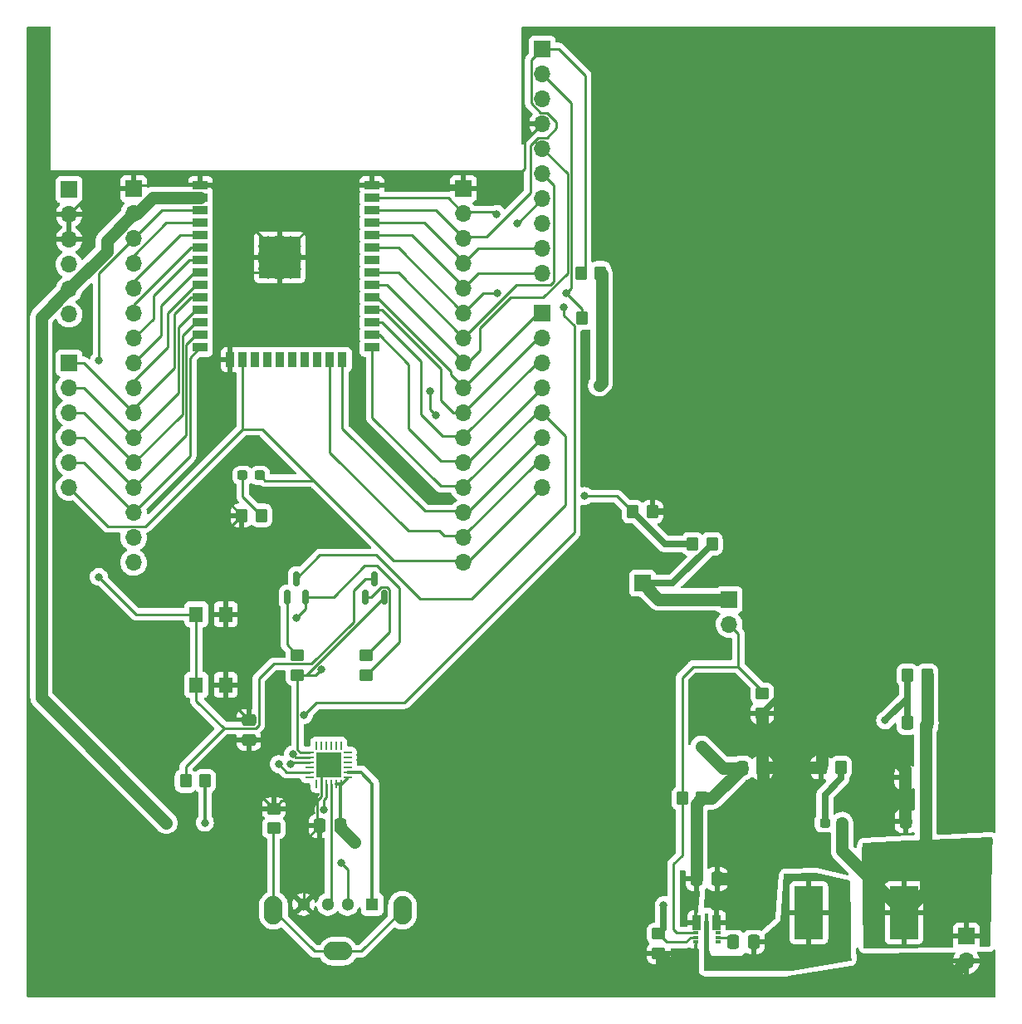
<source format=gbr>
%TF.GenerationSoftware,KiCad,Pcbnew,(6.0.10)*%
%TF.CreationDate,2023-04-05T21:14:25-05:00*%
%TF.ProjectId,445,3434352e-6b69-4636-9164-5f7063625858,rev?*%
%TF.SameCoordinates,Original*%
%TF.FileFunction,Copper,L1,Top*%
%TF.FilePolarity,Positive*%
%FSLAX46Y46*%
G04 Gerber Fmt 4.6, Leading zero omitted, Abs format (unit mm)*
G04 Created by KiCad (PCBNEW (6.0.10)) date 2023-04-05 21:14:25*
%MOMM*%
%LPD*%
G01*
G04 APERTURE LIST*
G04 Aperture macros list*
%AMRoundRect*
0 Rectangle with rounded corners*
0 $1 Rounding radius*
0 $2 $3 $4 $5 $6 $7 $8 $9 X,Y pos of 4 corners*
0 Add a 4 corners polygon primitive as box body*
4,1,4,$2,$3,$4,$5,$6,$7,$8,$9,$2,$3,0*
0 Add four circle primitives for the rounded corners*
1,1,$1+$1,$2,$3*
1,1,$1+$1,$4,$5*
1,1,$1+$1,$6,$7*
1,1,$1+$1,$8,$9*
0 Add four rect primitives between the rounded corners*
20,1,$1+$1,$2,$3,$4,$5,0*
20,1,$1+$1,$4,$5,$6,$7,0*
20,1,$1+$1,$6,$7,$8,$9,0*
20,1,$1+$1,$8,$9,$2,$3,0*%
G04 Aperture macros list end*
%TA.AperFunction,SMDPad,CuDef*%
%ADD10RoundRect,0.150000X0.150000X-0.587500X0.150000X0.587500X-0.150000X0.587500X-0.150000X-0.587500X0*%
%TD*%
%TA.AperFunction,SMDPad,CuDef*%
%ADD11RoundRect,0.250000X0.350000X0.450000X-0.350000X0.450000X-0.350000X-0.450000X0.350000X-0.450000X0*%
%TD*%
%TA.AperFunction,ComponentPad*%
%ADD12R,1.700000X1.700000*%
%TD*%
%TA.AperFunction,ComponentPad*%
%ADD13O,1.700000X1.700000*%
%TD*%
%TA.AperFunction,SMDPad,CuDef*%
%ADD14R,0.812800X1.498600*%
%TD*%
%TA.AperFunction,SMDPad,CuDef*%
%ADD15R,0.609600X0.304800*%
%TD*%
%TA.AperFunction,SMDPad,CuDef*%
%ADD16R,0.406400X1.727200*%
%TD*%
%TA.AperFunction,SMDPad,CuDef*%
%ADD17RoundRect,0.250000X0.337500X0.475000X-0.337500X0.475000X-0.337500X-0.475000X0.337500X-0.475000X0*%
%TD*%
%TA.AperFunction,SMDPad,CuDef*%
%ADD18R,1.500000X0.900000*%
%TD*%
%TA.AperFunction,SMDPad,CuDef*%
%ADD19R,0.900000X1.500000*%
%TD*%
%TA.AperFunction,HeatsinkPad*%
%ADD20C,0.475000*%
%TD*%
%TA.AperFunction,SMDPad,CuDef*%
%ADD21R,1.050000X1.050000*%
%TD*%
%TA.AperFunction,SMDPad,CuDef*%
%ADD22R,4.200000X4.200000*%
%TD*%
%TA.AperFunction,SMDPad,CuDef*%
%ADD23RoundRect,0.250000X-0.337500X-0.475000X0.337500X-0.475000X0.337500X0.475000X-0.337500X0.475000X0*%
%TD*%
%TA.AperFunction,ComponentPad*%
%ADD24R,1.300000X1.300000*%
%TD*%
%TA.AperFunction,ComponentPad*%
%ADD25C,1.300000*%
%TD*%
%TA.AperFunction,ComponentPad*%
%ADD26O,1.900000X2.900000*%
%TD*%
%TA.AperFunction,ComponentPad*%
%ADD27O,2.900000X1.900000*%
%TD*%
%TA.AperFunction,SMDPad,CuDef*%
%ADD28RoundRect,0.062500X0.062500X-0.350000X0.062500X0.350000X-0.062500X0.350000X-0.062500X-0.350000X0*%
%TD*%
%TA.AperFunction,SMDPad,CuDef*%
%ADD29RoundRect,0.062500X0.350000X-0.062500X0.350000X0.062500X-0.350000X0.062500X-0.350000X-0.062500X0*%
%TD*%
%TA.AperFunction,SMDPad,CuDef*%
%ADD30R,2.600000X2.600000*%
%TD*%
%TA.AperFunction,SMDPad,CuDef*%
%ADD31R,1.400000X1.600000*%
%TD*%
%TA.AperFunction,SMDPad,CuDef*%
%ADD32RoundRect,0.250000X-0.350000X-0.450000X0.350000X-0.450000X0.350000X0.450000X-0.350000X0.450000X0*%
%TD*%
%TA.AperFunction,SMDPad,CuDef*%
%ADD33RoundRect,0.250000X-0.450000X0.350000X-0.450000X-0.350000X0.450000X-0.350000X0.450000X0.350000X0*%
%TD*%
%TA.AperFunction,SMDPad,CuDef*%
%ADD34RoundRect,0.237500X-0.287500X-0.237500X0.287500X-0.237500X0.287500X0.237500X-0.287500X0.237500X0*%
%TD*%
%TA.AperFunction,SMDPad,CuDef*%
%ADD35RoundRect,0.250000X0.450000X-0.350000X0.450000X0.350000X-0.450000X0.350000X-0.450000X-0.350000X0*%
%TD*%
%TA.AperFunction,SMDPad,CuDef*%
%ADD36RoundRect,0.250000X0.475000X-0.337500X0.475000X0.337500X-0.475000X0.337500X-0.475000X-0.337500X0*%
%TD*%
%TA.AperFunction,SMDPad,CuDef*%
%ADD37R,2.900000X5.400000*%
%TD*%
%TA.AperFunction,ViaPad*%
%ADD38C,0.800000*%
%TD*%
%TA.AperFunction,Conductor*%
%ADD39C,0.250000*%
%TD*%
%TA.AperFunction,Conductor*%
%ADD40C,1.250000*%
%TD*%
%TA.AperFunction,Conductor*%
%ADD41C,0.675000*%
%TD*%
%TA.AperFunction,Conductor*%
%ADD42C,0.700000*%
%TD*%
%TA.AperFunction,Conductor*%
%ADD43C,0.375000*%
%TD*%
%TA.AperFunction,Conductor*%
%ADD44C,0.500000*%
%TD*%
G04 APERTURE END LIST*
D10*
%TO.P,Q3,1,B*%
%TO.N,Net-(Q3-Pad1)*%
X151882000Y-106941500D03*
%TO.P,Q3,2,E*%
%TO.N,/RTS*%
X153782000Y-106941500D03*
%TO.P,Q3,3,C*%
%TO.N,/RST*%
X152832000Y-105066500D03*
%TD*%
D11*
%TO.P,R27,1*%
%TO.N,3.3V1*%
X175970000Y-78510000D03*
%TO.P,R27,2*%
%TO.N,/IO21{slash}SDA*%
X173970000Y-78510000D03*
%TD*%
D12*
%TO.P,J5,1,Pin_1*%
%TO.N,TO_FPGA_USB*%
X213160000Y-141500000D03*
D13*
%TO.P,J5,2,Pin_2*%
%TO.N,GND*%
X213160000Y-144040000D03*
%TD*%
D14*
%TO.P,U3,1,VIN*%
%TO.N,/7_4VIn*%
X185667650Y-140130213D03*
D15*
%TO.P,U3,2,EN*%
%TO.N,/EN*%
X185566050Y-141174788D03*
%TO.P,U3,3,FB*%
%TO.N,Net-(C8-Pad2)*%
X185566050Y-141625638D03*
%TO.P,U3,4,COMP*%
%TO.N,GND*%
X185566050Y-142076488D03*
%TO.P,U3,5,PG*%
%TO.N,unconnected-(U3-Pad5)*%
X187813950Y-142076488D03*
%TO.P,U3,6,BST*%
%TO.N,Net-(C1-Pad1)*%
X187813950Y-141625638D03*
%TO.P,U3,7,NC*%
%TO.N,unconnected-(U3-Pad7)*%
X187813950Y-141174788D03*
D14*
%TO.P,U3,8,GND*%
%TO.N,GND*%
X187712350Y-140130213D03*
D16*
%TO.P,U3,9,SW*%
%TO.N,Net-(C1-Pad2)*%
X186690000Y-140015913D03*
%TD*%
D17*
%TO.P,C10,1*%
%TO.N,TO_FPGA_USB*%
X209022500Y-129782500D03*
%TO.P,C10,2*%
%TO.N,GND*%
X206947500Y-129782500D03*
%TD*%
D18*
%TO.P,U5,1,GND*%
%TO.N,GND*%
X135060000Y-64970000D03*
%TO.P,U5,2,VDD*%
%TO.N,3.3V1*%
X135060000Y-66240000D03*
%TO.P,U5,3,EN*%
%TO.N,/RST*%
X135060000Y-67510000D03*
%TO.P,U5,4,SENSOR_VP*%
%TO.N,/SENSOR_VP{slash}IO36*%
X135060000Y-68780000D03*
%TO.P,U5,5,SENSOR_VN*%
%TO.N,/SENSOR_VN{slash}IO39*%
X135060000Y-70050000D03*
%TO.P,U5,6,IO34*%
%TO.N,/IO34{slash}IN_ONLY*%
X135060000Y-71320000D03*
%TO.P,U5,7,IO35*%
%TO.N,/IO35{slash}IN_ONLY*%
X135060000Y-72590000D03*
%TO.P,U5,8,IO32*%
%TO.N,/IO32{slash}SPI_SS*%
X135060000Y-73860000D03*
%TO.P,U5,9,IO33*%
%TO.N,/IO33{slash}SPI_CLK*%
X135060000Y-75130000D03*
%TO.P,U5,10,IO25*%
%TO.N,/IO25{slash}A2_C8*%
X135060000Y-76400000D03*
%TO.P,U5,11,IO26*%
%TO.N,/IO26{slash}A2_c9*%
X135060000Y-77670000D03*
%TO.P,U5,12,IO27*%
%TO.N,/IO27{slash}A2_C7*%
X135060000Y-78940000D03*
%TO.P,U5,13,IO14*%
%TO.N,/IO14{slash}A2_C6*%
X135060000Y-80210000D03*
%TO.P,U5,14,IO12*%
%TO.N,/IO12{slash}A2_C5*%
X135060000Y-81480000D03*
D19*
%TO.P,U5,15,GND*%
%TO.N,GND*%
X138100000Y-82730000D03*
%TO.P,U5,16,IO13*%
%TO.N,/IO13{slash}A2_C4*%
X139370000Y-82730000D03*
%TO.P,U5,17,SHD/SD2*%
%TO.N,unconnected-(U5-Pad17)*%
X140640000Y-82730000D03*
%TO.P,U5,18,SWP/SD3*%
%TO.N,unconnected-(U5-Pad18)*%
X141910000Y-82730000D03*
%TO.P,U5,19,SCS/CMD*%
%TO.N,unconnected-(U5-Pad19)*%
X143180000Y-82730000D03*
%TO.P,U5,20,SCK/CLK*%
%TO.N,unconnected-(U5-Pad20)*%
X144450000Y-82730000D03*
%TO.P,U5,21,SDO/SD0*%
%TO.N,unconnected-(U5-Pad21)*%
X145720000Y-82730000D03*
%TO.P,U5,22,SDI/SD1*%
%TO.N,unconnected-(U5-Pad22)*%
X146990000Y-82730000D03*
%TO.P,U5,23,IO15*%
%TO.N,/IO15{slash}A2_C3*%
X148260000Y-82730000D03*
%TO.P,U5,24,IO2*%
%TO.N,/IO2*%
X149530000Y-82730000D03*
D18*
%TO.P,U5,25,IO0*%
%TO.N,/IO0*%
X152560000Y-81480000D03*
%TO.P,U5,26,IO4*%
%TO.N,/IO4{slash}A2_C0*%
X152560000Y-80210000D03*
%TO.P,U5,27,IO16*%
%TO.N,/IO16{slash}UART2_RX*%
X152560000Y-78940000D03*
%TO.P,U5,28,IO17*%
%TO.N,/IO17{slash}UART2_TX*%
X152560000Y-77670000D03*
%TO.P,U5,29,IO5*%
%TO.N,/IO5*%
X152560000Y-76400000D03*
%TO.P,U5,30,IO18*%
%TO.N,/IO18{slash}SCLK*%
X152560000Y-75130000D03*
%TO.P,U5,31,IO19*%
%TO.N,/IO19{slash}MISO*%
X152560000Y-73860000D03*
%TO.P,U5,32,NC*%
%TO.N,unconnected-(U5-Pad32)*%
X152560000Y-72590000D03*
%TO.P,U5,33,IO21*%
%TO.N,/IO21{slash}SDA*%
X152560000Y-71320000D03*
%TO.P,U5,34,RXD0/IO3*%
%TO.N,/IO3{slash}UART0_RX*%
X152560000Y-70050000D03*
%TO.P,U5,35,TXD0/IO1*%
%TO.N,/IO1{slash}UART0_TX*%
X152560000Y-68780000D03*
%TO.P,U5,36,IO22*%
%TO.N,/IO22{slash}SCL*%
X152560000Y-67510000D03*
%TO.P,U5,37,IO23*%
%TO.N,/IO23{slash}MOSI*%
X152560000Y-66240000D03*
%TO.P,U5,38,GND*%
%TO.N,GND*%
X152560000Y-64970000D03*
D20*
%TO.P,U5,39,GND*%
X142367500Y-70785000D03*
X141605000Y-73072500D03*
D21*
X144655000Y-72310000D03*
D20*
X143892500Y-72310000D03*
X144655000Y-73072500D03*
X142367500Y-73835000D03*
D22*
X143130000Y-72310000D03*
D21*
X144655000Y-70785000D03*
D20*
X144655000Y-71547500D03*
D21*
X141605000Y-70785000D03*
X141605000Y-73835000D03*
D20*
X141605000Y-71547500D03*
D21*
X143130000Y-70785000D03*
D20*
X142367500Y-72310000D03*
D21*
X141605000Y-72310000D03*
X144655000Y-73835000D03*
D20*
X143130000Y-71547500D03*
X143130000Y-73072500D03*
D21*
X143130000Y-73835000D03*
D20*
X143892500Y-73835000D03*
X143892500Y-70785000D03*
D21*
X143130000Y-72310000D03*
%TD*%
D23*
%TO.P,C7,1*%
%TO.N,/7_4VIn*%
X185652500Y-135686800D03*
%TO.P,C7,2*%
%TO.N,GND*%
X187727500Y-135686800D03*
%TD*%
D12*
%TO.P,J6,1,Pin_1*%
%TO.N,/7_4VIn*%
X188976000Y-107188000D03*
D13*
%TO.P,J6,2,Pin_2*%
%TO.N,/EN*%
X188976000Y-109728000D03*
%TD*%
D24*
%TO.P,J14,1,VBUS*%
%TO.N,Net-(J14-Pad1)*%
X152578000Y-138262000D03*
D25*
%TO.P,J14,2,D-*%
%TO.N,Net-(J14-Pad2)*%
X150078000Y-138262000D03*
%TO.P,J14,3,D+*%
%TO.N,Net-(J14-Pad3)*%
X148078000Y-138262000D03*
%TO.P,J14,4,GND*%
%TO.N,GND*%
X145578000Y-138262000D03*
D26*
%TO.P,J14,5,Shield*%
%TO.N,Net-(J14-Pad5)*%
X142508000Y-138862000D03*
D27*
X149078000Y-143042000D03*
D26*
X155648000Y-138862000D03*
%TD*%
D11*
%TO.P,R2,1*%
%TO.N,GND*%
X181130000Y-98240000D03*
%TO.P,R2,2*%
%TO.N,/IO35{slash}IN_ONLY*%
X179130000Y-98240000D03*
%TD*%
D28*
%TO.P,U4,1,~{RI}*%
%TO.N,unconnected-(U4-Pad1)*%
X146883000Y-125975500D03*
%TO.P,U4,2,GND*%
%TO.N,GND*%
X147383000Y-125975500D03*
%TO.P,U4,3,D+*%
%TO.N,Net-(J14-Pad2)*%
X147883000Y-125975500D03*
%TO.P,U4,4,D-*%
%TO.N,Net-(J14-Pad3)*%
X148383000Y-125975500D03*
%TO.P,U4,5,VIO*%
%TO.N,3.3V1*%
X148883000Y-125975500D03*
%TO.P,U4,6,VDD*%
X149383000Y-125975500D03*
D29*
%TO.P,U4,7,REGIN*%
X150070500Y-125288000D03*
%TO.P,U4,8,VBUS*%
%TO.N,Net-(J14-Pad1)*%
X150070500Y-124788000D03*
%TO.P,U4,9,~{RST}*%
%TO.N,unconnected-(U4-Pad9)*%
X150070500Y-124288000D03*
%TO.P,U4,10,NC*%
%TO.N,unconnected-(U4-Pad10)*%
X150070500Y-123788000D03*
%TO.P,U4,11,GPIO.3*%
%TO.N,unconnected-(U4-Pad11)*%
X150070500Y-123288000D03*
%TO.P,U4,12,RS485/GPIO.2*%
%TO.N,unconnected-(U4-Pad12)*%
X150070500Y-122788000D03*
D28*
%TO.P,U4,13,RXT/GPIO.1*%
%TO.N,unconnected-(U4-Pad13)*%
X149383000Y-122100500D03*
%TO.P,U4,14,TXT/GPIO.0*%
%TO.N,unconnected-(U4-Pad14)*%
X148883000Y-122100500D03*
%TO.P,U4,15,~{SUSPEND}*%
%TO.N,unconnected-(U4-Pad15)*%
X148383000Y-122100500D03*
%TO.P,U4,16,VPP*%
%TO.N,unconnected-(U4-Pad16)*%
X147883000Y-122100500D03*
%TO.P,U4,17,SUSPEND*%
%TO.N,unconnected-(U4-Pad17)*%
X147383000Y-122100500D03*
%TO.P,U4,18,~{CTS}*%
%TO.N,unconnected-(U4-Pad18)*%
X146883000Y-122100500D03*
D29*
%TO.P,U4,19,~{RTS}*%
%TO.N,/RTS*%
X146195500Y-122788000D03*
%TO.P,U4,20,RXD*%
%TO.N,/IO1{slash}UART0_TX*%
X146195500Y-123288000D03*
%TO.P,U4,21,TXD*%
%TO.N,/IO3{slash}UART0_RX*%
X146195500Y-123788000D03*
%TO.P,U4,22,~{DSR}*%
%TO.N,unconnected-(U4-Pad22)*%
X146195500Y-124288000D03*
%TO.P,U4,23,~{DTR}*%
%TO.N,/DTR*%
X146195500Y-124788000D03*
%TO.P,U4,24,~{DCD}*%
%TO.N,unconnected-(U4-Pad24)*%
X146195500Y-125288000D03*
D30*
%TO.P,U4,25,GND*%
%TO.N,GND*%
X148133000Y-124038000D03*
%TD*%
D31*
%TO.P,S5,1*%
%TO.N,GND*%
X137635000Y-115899500D03*
%TO.P,S5,2*%
X137635000Y-108699500D03*
%TO.P,S5,3*%
%TO.N,/RST*%
X134635000Y-115899500D03*
%TO.P,S5,4*%
X134635000Y-108699500D03*
%TD*%
D32*
%TO.P,R21,1,1*%
%TO.N,Net-(C8-Pad2)*%
X207165000Y-114902500D03*
%TO.P,R21,2,2*%
%TO.N,TO_FPGA_USB*%
X209165000Y-114902500D03*
%TD*%
D17*
%TO.P,C9,1*%
%TO.N,TO_FPGA_USB*%
X209005000Y-125342500D03*
%TO.P,C9,2*%
%TO.N,GND*%
X206930000Y-125342500D03*
%TD*%
D33*
%TO.P,R29,1,1*%
%TO.N,GND*%
X142545000Y-128499000D03*
%TO.P,R29,2,2*%
%TO.N,Net-(J14-Pad5)*%
X142545000Y-130499000D03*
%TD*%
D34*
%TO.P,D6,1,K*%
%TO.N,Net-(D6-Pad1)*%
X198737500Y-129962500D03*
%TO.P,D6,2,A*%
%TO.N,TO_FPGA_USB*%
X200487500Y-129962500D03*
%TD*%
D10*
%TO.P,Q2,1,B*%
%TO.N,Net-(Q2-Pad1)*%
X143881000Y-106941500D03*
%TO.P,Q2,2,E*%
%TO.N,/DTR*%
X145781000Y-106941500D03*
%TO.P,Q2,3,C*%
%TO.N,/IO0*%
X144831000Y-105066500D03*
%TD*%
D35*
%TO.P,R22,1,1*%
%TO.N,GND*%
X181792500Y-143252500D03*
%TO.P,R22,2,2*%
%TO.N,Net-(C8-Pad2)*%
X181792500Y-141252500D03*
%TD*%
D23*
%TO.P,C1,1*%
%TO.N,Net-(C1-Pad1)*%
X189411700Y-142087600D03*
%TO.P,C1,2*%
%TO.N,Net-(C1-Pad2)*%
X191486700Y-142087600D03*
%TD*%
D12*
%TO.P,J15,1,Pin_1*%
%TO.N,GND*%
X128240000Y-65310000D03*
D13*
%TO.P,J15,2,Pin_2*%
%TO.N,3.3V1*%
X128240000Y-67850000D03*
%TO.P,J15,3,Pin_3*%
%TO.N,/RST*%
X128240000Y-70390000D03*
%TO.P,J15,4,Pin_4*%
%TO.N,/SENSOR_VP{slash}IO36*%
X128240000Y-72930000D03*
%TO.P,J15,5,Pin_5*%
%TO.N,/SENSOR_VN{slash}IO39*%
X128240000Y-75470000D03*
%TO.P,J15,6,Pin_6*%
%TO.N,/IO34{slash}IN_ONLY*%
X128240000Y-78010000D03*
%TO.P,J15,7,Pin_7*%
%TO.N,/IO35{slash}IN_ONLY*%
X128240000Y-80550000D03*
%TO.P,J15,8,Pin_8*%
%TO.N,/IO32{slash}SPI_SS*%
X128240000Y-83090000D03*
%TO.P,J15,9,Pin_9*%
%TO.N,/IO33{slash}SPI_CLK*%
X128240000Y-85630000D03*
%TO.P,J15,10,Pin_10*%
%TO.N,/IO25{slash}A2_C8*%
X128240000Y-88170000D03*
%TO.P,J15,11,Pin_11*%
%TO.N,/IO26{slash}A2_c9*%
X128240000Y-90710000D03*
%TO.P,J15,12,Pin_12*%
%TO.N,/IO27{slash}A2_C7*%
X128240000Y-93250000D03*
%TO.P,J15,13,Pin_13*%
%TO.N,/IO14{slash}A2_C6*%
X128240000Y-95790000D03*
%TO.P,J15,14,Pin_14*%
%TO.N,/IO12{slash}A2_C5*%
X128240000Y-98330000D03*
%TO.P,J15,15,Pin_15*%
%TO.N,/RTS*%
X128240000Y-100870000D03*
%TO.P,J15,16,Pin_16*%
%TO.N,/DTR*%
X128240000Y-103410000D03*
%TD*%
D32*
%TO.P,R1,1*%
%TO.N,/IO35{slash}IN_ONLY*%
X185220000Y-101510000D03*
%TO.P,R1,2*%
%TO.N,/7_4VIn*%
X187220000Y-101510000D03*
%TD*%
D35*
%TO.P,R25,1*%
%TO.N,/DTR*%
X151943000Y-114878000D03*
%TO.P,R25,2*%
%TO.N,Net-(Q3-Pad1)*%
X151943000Y-112878000D03*
%TD*%
D12*
%TO.P,J16,1,Pin_1*%
%TO.N,GND*%
X161880000Y-65280000D03*
D13*
%TO.P,J16,2,Pin_2*%
%TO.N,/IO23{slash}MOSI*%
X161880000Y-67820000D03*
%TO.P,J16,3,Pin_3*%
%TO.N,/IO22{slash}SCL*%
X161880000Y-70360000D03*
%TO.P,J16,4,Pin_4*%
%TO.N,/IO1{slash}UART0_TX*%
X161880000Y-72900000D03*
%TO.P,J16,5,Pin_5*%
%TO.N,/IO3{slash}UART0_RX*%
X161880000Y-75440000D03*
%TO.P,J16,6,Pin_6*%
%TO.N,/IO21{slash}SDA*%
X161880000Y-77980000D03*
%TO.P,J16,7,Pin_7*%
%TO.N,/IO19{slash}MISO*%
X161880000Y-80520000D03*
%TO.P,J16,8,Pin_8*%
%TO.N,/IO18{slash}SCLK*%
X161880000Y-83060000D03*
%TO.P,J16,9,Pin_9*%
%TO.N,/IO5*%
X161880000Y-85600000D03*
%TO.P,J16,10,Pin_10*%
%TO.N,/IO17{slash}UART2_TX*%
X161880000Y-88140000D03*
%TO.P,J16,11,Pin_11*%
%TO.N,/IO16{slash}UART2_RX*%
X161880000Y-90680000D03*
%TO.P,J16,12,Pin_12*%
%TO.N,/IO4{slash}A2_C0*%
X161880000Y-93220000D03*
%TO.P,J16,13,Pin_13*%
%TO.N,/IO0*%
X161880000Y-95760000D03*
%TO.P,J16,14,Pin_14*%
%TO.N,/IO2*%
X161880000Y-98300000D03*
%TO.P,J16,15,Pin_15*%
%TO.N,/IO15{slash}A2_C3*%
X161880000Y-100840000D03*
%TO.P,J16,16,Pin_16*%
%TO.N,/IO13{slash}A2_C4*%
X161880000Y-103380000D03*
%TD*%
D11*
%TO.P,R26,1*%
%TO.N,3.3V1*%
X175842500Y-73900000D03*
%TO.P,R26,2*%
%TO.N,/IO22{slash}SCL*%
X173842500Y-73900000D03*
%TD*%
D32*
%TO.P,R20,1,1*%
%TO.N,/EN*%
X184192500Y-127472500D03*
%TO.P,R20,2,2*%
%TO.N,/7_4VIn*%
X186192500Y-127472500D03*
%TD*%
D12*
%TO.P,J7,1,Pin_1*%
%TO.N,/7_4VIn*%
X180140000Y-105530000D03*
%TD*%
D32*
%TO.P,R30,1*%
%TO.N,GND*%
X139280000Y-98620000D03*
%TO.P,R30,2*%
%TO.N,Net-(D7-Pad1)*%
X141280000Y-98620000D03*
%TD*%
D17*
%TO.P,C11,1*%
%TO.N,3.3V1*%
X149297500Y-130261000D03*
%TO.P,C11,2*%
%TO.N,GND*%
X147222500Y-130261000D03*
%TD*%
D36*
%TO.P,C12,1*%
%TO.N,GND*%
X140005000Y-121519500D03*
%TO.P,C12,2*%
X140005000Y-119444500D03*
%TD*%
D32*
%TO.P,R28,1*%
%TO.N,/RST*%
X133544000Y-125689000D03*
%TO.P,R28,2*%
%TO.N,3.3V1*%
X135544000Y-125689000D03*
%TD*%
D37*
%TO.P,L1,1,1*%
%TO.N,Net-(C1-Pad2)*%
X197112500Y-139112500D03*
%TO.P,L1,2,2*%
%TO.N,TO_FPGA_USB*%
X206812500Y-139112500D03*
%TD*%
D23*
%TO.P,C6,1*%
%TO.N,/7_4VIn*%
X190285000Y-124352500D03*
%TO.P,C6,2*%
%TO.N,GND*%
X192360000Y-124352500D03*
%TD*%
D35*
%TO.P,R24,1*%
%TO.N,/RTS*%
X144958000Y-114878000D03*
%TO.P,R24,2*%
%TO.N,Net-(Q2-Pad1)*%
X144958000Y-112878000D03*
%TD*%
%TO.P,R19,1,1*%
%TO.N,GND*%
X192342500Y-118762500D03*
%TO.P,R19,2,2*%
%TO.N,/EN*%
X192342500Y-116762500D03*
%TD*%
D17*
%TO.P,C8,1*%
%TO.N,TO_FPGA_USB*%
X209202500Y-119752500D03*
%TO.P,C8,2*%
%TO.N,Net-(C8-Pad2)*%
X207127500Y-119752500D03*
%TD*%
D34*
%TO.P,D7,1,K*%
%TO.N,Net-(D7-Pad1)*%
X139375000Y-94540000D03*
%TO.P,D7,2,A*%
%TO.N,/IO13{slash}A2_C4*%
X141125000Y-94540000D03*
%TD*%
D32*
%TO.P,R23,1,1*%
%TO.N,GND*%
X198372500Y-124312500D03*
%TO.P,R23,2,2*%
%TO.N,Net-(D6-Pad1)*%
X200372500Y-124312500D03*
%TD*%
D12*
%TO.P,J3,1,Pin_1*%
%TO.N,/IO22{slash}SCL*%
X169926000Y-51059000D03*
D13*
%TO.P,J3,2,Pin_2*%
%TO.N,/IO21{slash}SDA*%
X169926000Y-53599000D03*
%TO.P,J3,3,Pin_3*%
%TO.N,unconnected-(J3-Pad3)*%
X169926000Y-56139000D03*
%TO.P,J3,4,Pin_4*%
%TO.N,GND*%
X169926000Y-58679000D03*
%TO.P,J3,5,Pin_5*%
%TO.N,/IO18{slash}SCLK*%
X169926000Y-61219000D03*
%TO.P,J3,6,Pin_6*%
%TO.N,/IO19{slash}MISO*%
X169926000Y-63759000D03*
%TO.P,J3,7,Pin_7*%
%TO.N,/IO23{slash}MOSI*%
X169926000Y-66299000D03*
%TO.P,J3,8,Pin_8*%
%TO.N,/IO32{slash}SPI_SS*%
X169926000Y-68839000D03*
%TO.P,J3,9,Pin_9*%
%TO.N,/IO1{slash}UART0_TX*%
X169926000Y-71379000D03*
%TO.P,J3,10,Pin_10*%
%TO.N,/IO3{slash}UART0_RX*%
X169926000Y-73919000D03*
%TD*%
D12*
%TO.P,J1,1,Pin_1*%
%TO.N,unconnected-(J1-Pad1)*%
X121666000Y-65405000D03*
D13*
%TO.P,J1,2,Pin_2*%
%TO.N,GND*%
X121666000Y-67945000D03*
%TO.P,J1,3,Pin_3*%
X121666000Y-70485000D03*
%TO.P,J1,4,Pin_4*%
%TO.N,unconnected-(J1-Pad4)*%
X121666000Y-73025000D03*
%TO.P,J1,5,Pin_5*%
%TO.N,3.3V1*%
X121666000Y-75565000D03*
%TO.P,J1,6,Pin_6*%
%TO.N,unconnected-(J1-Pad6)*%
X121666000Y-78105000D03*
%TD*%
D12*
%TO.P,J2,1,Pin_1*%
%TO.N,/IO25{slash}A2_C8*%
X121666000Y-83058000D03*
D13*
%TO.P,J2,2,Pin_2*%
%TO.N,/IO26{slash}A2_c9*%
X121666000Y-85598000D03*
%TO.P,J2,3,Pin_3*%
%TO.N,/IO27{slash}A2_C7*%
X121666000Y-88138000D03*
%TO.P,J2,4,Pin_4*%
%TO.N,/IO14{slash}A2_C6*%
X121666000Y-90678000D03*
%TO.P,J2,5,Pin_5*%
%TO.N,/IO12{slash}A2_C5*%
X121666000Y-93218000D03*
%TO.P,J2,6,Pin_6*%
%TO.N,/IO13{slash}A2_C4*%
X121666000Y-95758000D03*
%TD*%
D12*
%TO.P,J4,1,Pin_1*%
%TO.N,/IO5*%
X169926000Y-77993000D03*
D13*
%TO.P,J4,2,Pin_2*%
%TO.N,/IO17{slash}UART2_TX*%
X169926000Y-80533000D03*
%TO.P,J4,3,Pin_3*%
%TO.N,/IO16{slash}UART2_RX*%
X169926000Y-83073000D03*
%TO.P,J4,4,Pin_4*%
%TO.N,/IO4{slash}A2_C0*%
X169926000Y-85613000D03*
%TO.P,J4,5,Pin_5*%
%TO.N,/IO0*%
X169926000Y-88153000D03*
%TO.P,J4,6,Pin_6*%
%TO.N,/IO2*%
X169926000Y-90693000D03*
%TO.P,J4,7,Pin_7*%
%TO.N,/IO15{slash}A2_C3*%
X169926000Y-93233000D03*
%TO.P,J4,8,Pin_8*%
%TO.N,/IO13{slash}A2_C4*%
X169926000Y-95773000D03*
%TD*%
D38*
%TO.N,GND*%
X188417200Y-138074400D03*
X137970000Y-89560000D03*
X162320000Y-126790000D03*
X137980000Y-95470000D03*
X145024640Y-126800000D03*
X139650000Y-117760000D03*
%TO.N,Net-(C8-Pad2)*%
X204882500Y-119512500D03*
X182302500Y-138342500D03*
%TO.N,3.3V1*%
X131590000Y-129950000D03*
X175720000Y-85350000D03*
X135510051Y-129944205D03*
X150780000Y-131930000D03*
%TO.N,Net-(J14-Pad2)*%
X147625000Y-128610000D03*
X149403000Y-134071000D03*
%TO.N,/IO21{slash}SDA*%
X172370000Y-75950000D03*
X165371359Y-75961359D03*
%TO.N,/IO35{slash}IN_ONLY*%
X174240000Y-96630000D03*
%TO.N,/RST*%
X124690000Y-104880000D03*
X124710000Y-82840000D03*
%TO.N,/RTS*%
X147408564Y-114283478D03*
%TO.N,/DTR*%
X144831000Y-109052000D03*
X143037001Y-123969458D03*
%TO.N,/IO3{slash}UART0_RX*%
X144272000Y-123952000D03*
X159070000Y-88380000D03*
X158460000Y-85960000D03*
%TO.N,/IO1{slash}UART0_TX*%
X172130659Y-77390270D03*
X145634900Y-118970000D03*
X144482513Y-122978191D03*
%TO.N,/IO23{slash}MOSI*%
X165270000Y-67880000D03*
X167370000Y-68820000D03*
%TO.N,/7_4VIn*%
X186182000Y-122174000D03*
%TD*%
D39*
%TO.N,GND*%
X161900000Y-65260000D02*
X166146778Y-65260000D01*
X146947600Y-129986100D02*
X147222500Y-130261000D01*
D40*
X213160000Y-144040000D02*
X210480000Y-146720000D01*
D39*
X143892500Y-72310000D02*
X144655000Y-72310000D01*
X143341680Y-127702320D02*
X144122320Y-127702320D01*
X148133000Y-124038000D02*
X147383000Y-124788000D01*
X145024640Y-126800000D02*
X144122320Y-127702320D01*
X150470000Y-64970000D02*
X152560000Y-64970000D01*
X147222500Y-130261000D02*
X145578000Y-131905500D01*
X161880000Y-65280000D02*
X161900000Y-65260000D01*
D41*
X196200000Y-114905000D02*
X192342500Y-118762500D01*
D40*
X206930000Y-129765000D02*
X206947500Y-129782500D01*
D41*
X181130000Y-98240000D02*
X191880000Y-98240000D01*
D39*
X138320500Y-117760000D02*
X139650000Y-117760000D01*
X135060000Y-64970000D02*
X128580000Y-64970000D01*
D40*
X198372500Y-124059537D02*
X198432500Y-123999537D01*
X198372500Y-124312500D02*
X192400000Y-124312500D01*
D39*
X138100000Y-75530000D02*
X138100000Y-82730000D01*
X178782500Y-143252500D02*
X181792500Y-143252500D01*
X162320000Y-126790000D02*
X178782500Y-143252500D01*
X137970000Y-89560000D02*
X138100000Y-89430000D01*
X139280000Y-98620000D02*
X137980000Y-97320000D01*
X145578000Y-131905500D02*
X145578000Y-138262000D01*
D42*
X196200000Y-102560000D02*
X196200000Y-114905000D01*
D39*
X147383000Y-124788000D02*
X147383000Y-125975500D01*
X139280000Y-98620000D02*
X137635000Y-100265000D01*
X142545000Y-128499000D02*
X143341680Y-127702320D01*
D40*
X192342500Y-124335000D02*
X192360000Y-124352500D01*
D39*
X124301000Y-65310000D02*
X128240000Y-65310000D01*
D40*
X187727500Y-135686800D02*
X189128400Y-135686800D01*
D39*
X146947600Y-127702320D02*
X146947600Y-129986100D01*
D40*
X206930000Y-124470000D02*
X206930000Y-125342500D01*
D39*
X152560000Y-64970000D02*
X161570000Y-64970000D01*
X141605000Y-73835000D02*
X139795000Y-73835000D01*
D40*
X192430400Y-132384800D02*
X192430400Y-124422900D01*
D39*
X161570000Y-64970000D02*
X161880000Y-65280000D01*
D40*
X189128400Y-135686800D02*
X192430400Y-132384800D01*
D39*
X168147155Y-63259623D02*
X168147155Y-60457845D01*
D40*
X185260000Y-146720000D02*
X184217600Y-145677600D01*
D39*
X139795000Y-73835000D02*
X138100000Y-75530000D01*
X137635000Y-115899500D02*
X137635000Y-117074500D01*
D41*
X191880000Y-98240000D02*
X196200000Y-102560000D01*
D39*
X147383000Y-125975500D02*
X147383000Y-127266920D01*
X137635000Y-108699500D02*
X137635000Y-115899500D01*
X143130000Y-72040000D02*
X143130000Y-72310000D01*
D40*
X198372500Y-124312500D02*
X198372500Y-124059537D01*
D39*
X137635000Y-117074500D02*
X138320500Y-117760000D01*
X137980000Y-97320000D02*
X137980000Y-95470000D01*
X143130000Y-72310000D02*
X144655000Y-70785000D01*
X143130000Y-72310000D02*
X150470000Y-64970000D01*
X137635000Y-100265000D02*
X137635000Y-108699500D01*
X166146778Y-65260000D02*
X168147155Y-63259623D01*
X141605000Y-73835000D02*
X143130000Y-72310000D01*
X137635000Y-117074500D02*
X140005000Y-119444500D01*
X147383000Y-127266920D02*
X146947600Y-127702320D01*
D40*
X198432500Y-123999537D02*
X198432500Y-121092500D01*
X192342500Y-118762500D02*
X192342500Y-124335000D01*
D39*
X121666000Y-70485000D02*
X121666000Y-67945000D01*
X141605000Y-70785000D02*
X143130000Y-72310000D01*
D40*
X192430400Y-124422900D02*
X192360000Y-124352500D01*
D39*
X168147155Y-60457845D02*
X169926000Y-58679000D01*
X144122320Y-127702320D02*
X146947600Y-127702320D01*
X136060000Y-64970000D02*
X143130000Y-72040000D01*
X121666000Y-67945000D02*
X124301000Y-65310000D01*
X143130000Y-70785000D02*
X143130000Y-72310000D01*
X185566050Y-144329150D02*
X184217600Y-145677600D01*
X140005000Y-121519500D02*
X140005000Y-125959000D01*
X143130000Y-72310000D02*
X144655000Y-73835000D01*
D40*
X192400000Y-124312500D02*
X192360000Y-124352500D01*
D39*
X141605000Y-72310000D02*
X143130000Y-72310000D01*
X140005000Y-125959000D02*
X142545000Y-128499000D01*
X185566050Y-142076488D02*
X185566050Y-144329150D01*
D40*
X198432500Y-121092500D02*
X200402500Y-119122500D01*
X210480000Y-146720000D02*
X185260000Y-146720000D01*
X184217600Y-145677600D02*
X181792500Y-143252500D01*
X206930000Y-125342500D02*
X206930000Y-129765000D01*
X201582500Y-119122500D02*
X206930000Y-124470000D01*
D39*
X135060000Y-64970000D02*
X136060000Y-64970000D01*
D40*
X200402500Y-119122500D02*
X201582500Y-119122500D01*
D39*
X138100000Y-89430000D02*
X138100000Y-82730000D01*
X128580000Y-64970000D02*
X128240000Y-65310000D01*
D40*
%TO.N,TO_FPGA_USB*%
X209165000Y-114902500D02*
X209165000Y-119715000D01*
X200487500Y-132787500D02*
X206812500Y-139112500D01*
X209005000Y-119950000D02*
X209202500Y-119752500D01*
X209165000Y-119715000D02*
X209202500Y-119752500D01*
X200487500Y-129962500D02*
X200487500Y-132787500D01*
X209022500Y-129782500D02*
X209022500Y-136902500D01*
X209005000Y-125342500D02*
X209005000Y-119950000D01*
X209022500Y-125360000D02*
X209005000Y-125342500D01*
X209022500Y-129782500D02*
X209022500Y-125360000D01*
X209022500Y-136902500D02*
X206812500Y-139112500D01*
D39*
%TO.N,Net-(C8-Pad2)*%
X185566050Y-141625638D02*
X185029700Y-141625638D01*
D42*
X207127500Y-117267500D02*
X204882500Y-119512500D01*
X207127500Y-116897500D02*
X207127500Y-114940000D01*
D39*
X184567738Y-142087600D02*
X182627600Y-142087600D01*
D42*
X207127500Y-116897500D02*
X207127500Y-117267500D01*
D39*
X185029700Y-141625638D02*
X184567738Y-142087600D01*
D42*
X182302500Y-138342500D02*
X182302500Y-140742500D01*
D39*
X182627600Y-142087600D02*
X181792500Y-141252500D01*
D42*
X207127500Y-119752500D02*
X207127500Y-116897500D01*
X182302500Y-140742500D02*
X181792500Y-141252500D01*
X207127500Y-114940000D02*
X207165000Y-114902500D01*
D40*
%TO.N,3.3V1*%
X175970000Y-74027500D02*
X175842500Y-73900000D01*
D43*
X149383000Y-125975500D02*
X149297500Y-126061000D01*
X149383000Y-125975500D02*
X148883000Y-125975500D01*
D40*
X128240000Y-67850000D02*
X128586906Y-67850000D01*
X175970000Y-78510000D02*
X175970000Y-74027500D01*
X130196906Y-66240000D02*
X135060000Y-66240000D01*
D43*
X149297500Y-126061000D02*
X149297500Y-130261000D01*
D40*
X128586906Y-67850000D02*
X130196906Y-66240000D01*
X175970000Y-78510000D02*
X175970000Y-85100000D01*
X121666000Y-75565000D02*
X125510000Y-71721000D01*
X118838129Y-117198129D02*
X131590000Y-129950000D01*
X125510000Y-70580000D02*
X128240000Y-67850000D01*
X121666000Y-75565000D02*
X118838129Y-78392871D01*
D39*
X150070500Y-125288000D02*
X149383000Y-125975500D01*
D40*
X175970000Y-85100000D02*
X175720000Y-85350000D01*
X118838129Y-78392871D02*
X118838129Y-117198129D01*
X149297500Y-130447500D02*
X150780000Y-131930000D01*
D43*
X135510051Y-129944205D02*
X135544000Y-129910256D01*
D40*
X149297500Y-130261000D02*
X149297500Y-130447500D01*
D43*
X135544000Y-129910256D02*
X135544000Y-125689000D01*
D40*
X125510000Y-71721000D02*
X125510000Y-70580000D01*
D42*
%TO.N,Net-(D6-Pad1)*%
X200372500Y-124312500D02*
X200372500Y-125432500D01*
X200372500Y-125432500D02*
X198737500Y-127067500D01*
X198737500Y-127067500D02*
X198737500Y-129962500D01*
D39*
%TO.N,Net-(D7-Pad1)*%
X139375000Y-96715000D02*
X141280000Y-98620000D01*
X139375000Y-94540000D02*
X139375000Y-96715000D01*
D43*
%TO.N,Net-(J14-Pad1)*%
X151411000Y-124786250D02*
X152578000Y-125953250D01*
X150070500Y-124788000D02*
X150072250Y-124786250D01*
X152578000Y-125953250D02*
X152578000Y-138262000D01*
X150072250Y-124786250D02*
X151411000Y-124786250D01*
D39*
%TO.N,Net-(J14-Pad2)*%
X150078000Y-134746000D02*
X149403000Y-134071000D01*
X147883000Y-125975500D02*
X147883000Y-127336000D01*
X147625000Y-127594000D02*
X147625000Y-128610000D01*
X150078000Y-138262000D02*
X150078000Y-134746000D01*
X147883000Y-127336000D02*
X147625000Y-127594000D01*
%TO.N,Net-(J14-Pad3)*%
X148078000Y-138262000D02*
X148383000Y-137957000D01*
X148383000Y-137957000D02*
X148383000Y-125975500D01*
%TO.N,Net-(J14-Pad5)*%
X142508000Y-138862000D02*
X142508000Y-130536000D01*
X142508000Y-130536000D02*
X142545000Y-130499000D01*
X151468000Y-143042000D02*
X155648000Y-138862000D01*
X149078000Y-143042000D02*
X146688000Y-143042000D01*
X146688000Y-143042000D02*
X142508000Y-138862000D01*
X149078000Y-143042000D02*
X151468000Y-143042000D01*
%TO.N,/IO0*%
X162710000Y-107140000D02*
X172310000Y-97540000D01*
X172310000Y-97540000D02*
X172310000Y-90537000D01*
X147247500Y-102650000D02*
X153000000Y-102650000D01*
X152560000Y-88640000D02*
X152560000Y-81480000D01*
X144831000Y-105066500D02*
X147247500Y-102650000D01*
X161900000Y-95630000D02*
X169377000Y-88153000D01*
X153000000Y-102650000D02*
X157490000Y-107140000D01*
X161900000Y-95630000D02*
X159550000Y-95630000D01*
X169377000Y-88153000D02*
X169926000Y-88153000D01*
X159550000Y-95630000D02*
X152560000Y-88640000D01*
X157490000Y-107140000D02*
X162710000Y-107140000D01*
X172310000Y-90537000D02*
X169926000Y-88153000D01*
%TO.N,/IO2*%
X149530000Y-82730000D02*
X149530000Y-89730000D01*
X162449000Y-98170000D02*
X161900000Y-98170000D01*
X169926000Y-90693000D02*
X162449000Y-98170000D01*
X157970000Y-98170000D02*
X161900000Y-98170000D01*
X149530000Y-89730000D02*
X157970000Y-98170000D01*
%TO.N,/IO5*%
X161880000Y-85550000D02*
X161880000Y-85600000D01*
X153044800Y-76400000D02*
X160570000Y-83925200D01*
X161880000Y-85600000D02*
X169487000Y-77993000D01*
X160570000Y-84240000D02*
X161880000Y-85550000D01*
X152560000Y-76400000D02*
X153044800Y-76400000D01*
X160570000Y-83925200D02*
X160570000Y-84240000D01*
X169487000Y-77993000D02*
X169926000Y-77993000D01*
%TO.N,/IO19{slash}MISO*%
X169926000Y-63759000D02*
X171084332Y-64917332D01*
X161880000Y-80510000D02*
X161880000Y-80520000D01*
X171084332Y-74729358D02*
X170713462Y-75100228D01*
X161880000Y-80520000D02*
X155220000Y-73860000D01*
X171084332Y-64917332D02*
X171084332Y-74729358D01*
X167289772Y-75100228D02*
X161880000Y-80510000D01*
X155220000Y-73860000D02*
X152560000Y-73860000D01*
X170713462Y-75100228D02*
X167289772Y-75100228D01*
%TO.N,/IO21{slash}SDA*%
X172892400Y-56565400D02*
X169926000Y-53599000D01*
X172370000Y-75950000D02*
X173970000Y-77550000D01*
X173970000Y-77550000D02*
X173970000Y-78510000D01*
X163898641Y-75961359D02*
X165371359Y-75961359D01*
X155220000Y-71320000D02*
X161880000Y-77980000D01*
X172370000Y-75950000D02*
X172892400Y-75427600D01*
X161880000Y-77980000D02*
X163898641Y-75961359D01*
X172892400Y-75427600D02*
X172892400Y-56565400D01*
X152560000Y-71320000D02*
X155220000Y-71320000D01*
%TO.N,/IO22{slash}SCL*%
X168680000Y-60870615D02*
X169459015Y-60091600D01*
X152560000Y-67510000D02*
X159030000Y-67510000D01*
X170392985Y-60091600D02*
X171350000Y-59134585D01*
X168680000Y-65740000D02*
X168680000Y-60870615D01*
X171579000Y-51059000D02*
X174300000Y-53780000D01*
X169459015Y-60091600D02*
X170392985Y-60091600D01*
X168798600Y-56605985D02*
X168798600Y-52186400D01*
X174300000Y-73442500D02*
X173842500Y-73900000D01*
X164190000Y-70230000D02*
X168680000Y-65740000D01*
X171350000Y-59134585D02*
X171350000Y-58508615D01*
X174300000Y-53780000D02*
X174300000Y-73442500D01*
X159030000Y-67510000D02*
X161750000Y-70230000D01*
X171350000Y-58508615D02*
X170392985Y-57551600D01*
X161750000Y-70230000D02*
X164190000Y-70230000D01*
X169926000Y-51059000D02*
X171579000Y-51059000D01*
X168798600Y-52186400D02*
X169926000Y-51059000D01*
X169744215Y-57551600D02*
X168798600Y-56605985D01*
X170392985Y-57551600D02*
X169744215Y-57551600D01*
%TO.N,/IO32{slash}SPI_SS*%
X134410000Y-73860000D02*
X131033489Y-77236511D01*
X131033489Y-80296511D02*
X128240000Y-83090000D01*
X131033489Y-77236511D02*
X131033489Y-80296511D01*
X135060000Y-73860000D02*
X134410000Y-73860000D01*
%TO.N,/IO33{slash}SPI_CLK*%
X131721674Y-77983526D02*
X131721674Y-81491432D01*
X135060000Y-75130000D02*
X134575200Y-75130000D01*
X131721674Y-81491432D02*
X128240000Y-84973106D01*
X134575200Y-75130000D02*
X131721674Y-77983526D01*
X128240000Y-84973106D02*
X128240000Y-85630000D01*
%TO.N,/IO34{slash}IN_ONLY*%
X128240000Y-77152071D02*
X128240000Y-78010000D01*
X134072071Y-71320000D02*
X128240000Y-77152071D01*
X135060000Y-71320000D02*
X134072071Y-71320000D01*
D41*
%TO.N,/IO35{slash}IN_ONLY*%
X182400000Y-101510000D02*
X179130000Y-98240000D01*
D39*
X133893762Y-72590000D02*
X130242809Y-76240953D01*
X177520000Y-96630000D02*
X179130000Y-98240000D01*
X130242809Y-78547191D02*
X128240000Y-80550000D01*
X135060000Y-72590000D02*
X133893762Y-72590000D01*
X130242809Y-76240953D02*
X130242809Y-78547191D01*
X174240000Y-96630000D02*
X177520000Y-96630000D01*
D41*
X185220000Y-101510000D02*
X182400000Y-101510000D01*
D39*
%TO.N,/SENSOR_VP{slash}IO36*%
X131573999Y-68780000D02*
X128240000Y-72113999D01*
X135060000Y-68780000D02*
X131573999Y-68780000D01*
X128240000Y-72113999D02*
X128240000Y-72930000D01*
%TO.N,/SENSOR_VN{slash}IO39*%
X132976741Y-70050000D02*
X128240000Y-74786741D01*
X135060000Y-70050000D02*
X132976741Y-70050000D01*
X128240000Y-74786741D02*
X128240000Y-75470000D01*
%TO.N,/RST*%
X133544000Y-124221000D02*
X137455600Y-120309400D01*
X141007400Y-120000456D02*
X141007400Y-115281400D01*
X150673000Y-109481420D02*
X150673000Y-106258000D01*
X124710000Y-73920000D02*
X128240000Y-70390000D01*
X137455600Y-120309400D02*
X134635000Y-117488800D01*
X142533400Y-113755400D02*
X146399020Y-113755400D01*
X128509500Y-108699500D02*
X124690000Y-104880000D01*
X134635000Y-108699500D02*
X128509500Y-108699500D01*
X133544000Y-125689000D02*
X133544000Y-124221000D01*
X131120000Y-67510000D02*
X128240000Y-70390000D01*
X134635000Y-115899500D02*
X134635000Y-108699500D01*
X140698456Y-120309400D02*
X141007400Y-120000456D01*
X146399020Y-113755400D02*
X150673000Y-109481420D01*
X134635000Y-117488800D02*
X134635000Y-115899500D01*
X151864500Y-105066500D02*
X152832000Y-105066500D01*
X150673000Y-106258000D02*
X151864500Y-105066500D01*
X141007400Y-115281400D02*
X142533400Y-113755400D01*
X135060000Y-67510000D02*
X131120000Y-67510000D01*
X137455600Y-120309400D02*
X140698456Y-120309400D01*
X124710000Y-82840000D02*
X124710000Y-73920000D01*
%TO.N,/RTS*%
X144958000Y-114878000D02*
X145845500Y-114878000D01*
X146814042Y-114878000D02*
X144958000Y-114878000D01*
X145232000Y-122788000D02*
X144958000Y-122514000D01*
X145845500Y-114878000D02*
X153782000Y-106941500D01*
X144958000Y-122514000D02*
X144958000Y-114878000D01*
X146195500Y-122788000D02*
X145232000Y-122788000D01*
X147408564Y-114283478D02*
X146814042Y-114878000D01*
%TO.N,/DTR*%
X144831000Y-109052000D02*
X145781000Y-108102000D01*
X151801427Y-103760000D02*
X153041418Y-103760000D01*
X146195500Y-124788000D02*
X145802309Y-124788000D01*
X145790309Y-124800000D02*
X144450000Y-124800000D01*
X153041418Y-103760000D02*
X155310000Y-106028582D01*
X144450000Y-124800000D02*
X143867543Y-124800000D01*
X145802309Y-124788000D02*
X145790309Y-124800000D01*
X148619927Y-106941500D02*
X151801427Y-103760000D01*
X145781000Y-106941500D02*
X148619927Y-106941500D01*
X145781000Y-108102000D02*
X145781000Y-106941500D01*
X155310000Y-106028582D02*
X155310000Y-111511000D01*
X143867543Y-124800000D02*
X143037001Y-123969458D01*
X155310000Y-111511000D02*
X151943000Y-114878000D01*
%TO.N,Net-(Q2-Pad1)*%
X143881000Y-106941500D02*
X143881000Y-111801000D01*
X143881000Y-111801000D02*
X144958000Y-112878000D01*
%TO.N,Net-(Q3-Pad1)*%
X151882000Y-106941500D02*
X152440065Y-106941500D01*
X154109035Y-105926600D02*
X154359400Y-106176965D01*
X154359400Y-110461600D02*
X151943000Y-112878000D01*
X153454965Y-105926600D02*
X154109035Y-105926600D01*
X152440065Y-106941500D02*
X153454965Y-105926600D01*
X154359400Y-106176965D02*
X154359400Y-110461600D01*
%TO.N,/EN*%
X183624287Y-141174788D02*
X185566050Y-141174788D01*
X189890000Y-114020000D02*
X192342500Y-116472500D01*
X189890000Y-114020000D02*
X189890000Y-110642000D01*
X184192500Y-133256700D02*
X183286400Y-134162800D01*
X183286400Y-140836901D02*
X183624287Y-141174788D01*
X183286400Y-134162800D02*
X183286400Y-140836901D01*
X184192500Y-115117500D02*
X185290000Y-114020000D01*
X192342500Y-116472500D02*
X192342500Y-116762500D01*
X184192500Y-127472500D02*
X184192500Y-115117500D01*
X189890000Y-110642000D02*
X188976000Y-109728000D01*
X185290000Y-114020000D02*
X189890000Y-114020000D01*
X184192500Y-127472500D02*
X184192500Y-133256700D01*
%TO.N,/IO18{slash}SCLK*%
X169961483Y-76421287D02*
X172490000Y-73892770D01*
X166672690Y-76421287D02*
X169961483Y-76421287D01*
X154100000Y-75130000D02*
X161900000Y-82930000D01*
X152560000Y-75130000D02*
X154100000Y-75130000D01*
X162440000Y-82930000D02*
X163578631Y-81791369D01*
X172490000Y-73892770D02*
X172490000Y-63783000D01*
X163578631Y-81791369D02*
X163578631Y-79515346D01*
X161900000Y-82930000D02*
X162440000Y-82930000D01*
X163578631Y-79515346D02*
X166672690Y-76421287D01*
X172490000Y-63783000D02*
X169926000Y-61219000D01*
%TO.N,/IO12{slash}A2_C5*%
X123128000Y-93218000D02*
X128240000Y-98330000D01*
X134007200Y-92562800D02*
X128240000Y-98330000D01*
X135060000Y-81480000D02*
X134007200Y-82532800D01*
X134007200Y-82532800D02*
X134007200Y-92562800D01*
X121666000Y-93218000D02*
X123128000Y-93218000D01*
%TO.N,/IO14{slash}A2_C6*%
X135060000Y-80210000D02*
X134575200Y-80210000D01*
X134575200Y-80210000D02*
X133604800Y-81180400D01*
X121666000Y-90678000D02*
X123128000Y-90678000D01*
X133604800Y-90425200D02*
X128240000Y-95790000D01*
X133604800Y-81180400D02*
X133604800Y-90425200D01*
X123128000Y-90678000D02*
X128240000Y-95790000D01*
%TO.N,/IO27{slash}A2_C7*%
X133202400Y-80312800D02*
X133202400Y-88287600D01*
X121666000Y-88138000D02*
X123128000Y-88138000D01*
X133202400Y-88287600D02*
X128240000Y-93250000D01*
X135060000Y-78940000D02*
X134575200Y-78940000D01*
X134575200Y-78940000D02*
X133202400Y-80312800D01*
X123128000Y-88138000D02*
X128240000Y-93250000D01*
%TO.N,/IO26{slash}A2_c9*%
X132800000Y-79445200D02*
X132800000Y-86150000D01*
X123128000Y-85598000D02*
X128240000Y-90710000D01*
X135060000Y-77670000D02*
X134575200Y-77670000D01*
X134575200Y-77670000D02*
X132800000Y-79445200D01*
X121666000Y-85598000D02*
X123128000Y-85598000D01*
X132800000Y-86150000D02*
X128240000Y-90710000D01*
%TO.N,/IO25{slash}A2_C8*%
X121666000Y-83058000D02*
X123128000Y-83058000D01*
X128240000Y-87722618D02*
X128240000Y-88170000D01*
X123128000Y-83058000D02*
X128240000Y-88170000D01*
X132395217Y-83567401D02*
X128240000Y-87722618D01*
X132395217Y-78094783D02*
X132395217Y-83567401D01*
X135060000Y-76400000D02*
X134090000Y-76400000D01*
X134090000Y-76400000D02*
X132395217Y-78094783D01*
%TO.N,/IO13{slash}A2_C4*%
X121666000Y-95758000D02*
X125650600Y-99742600D01*
X139370000Y-89820000D02*
X139370000Y-82730000D01*
X139370000Y-89820000D02*
X141340000Y-89820000D01*
X162449000Y-103250000D02*
X161900000Y-103250000D01*
X146585000Y-95065000D02*
X154770000Y-103250000D01*
X169926000Y-95773000D02*
X162449000Y-103250000D01*
X154770000Y-103250000D02*
X161900000Y-103250000D01*
X125650600Y-99742600D02*
X129447400Y-99742600D01*
X129447400Y-99742600D02*
X139370000Y-89820000D01*
X141650000Y-95065000D02*
X146585000Y-95065000D01*
X141340000Y-89820000D02*
X146585000Y-95065000D01*
X141125000Y-94540000D02*
X141650000Y-95065000D01*
%TO.N,/IO15{slash}A2_C3*%
X161900000Y-100710000D02*
X159940920Y-100710000D01*
X161900000Y-100710000D02*
X169377000Y-93233000D01*
X148260000Y-92230000D02*
X148260000Y-82730000D01*
X156230000Y-100200000D02*
X148260000Y-92230000D01*
X159430920Y-100200000D02*
X156230000Y-100200000D01*
X169377000Y-93233000D02*
X169926000Y-93233000D01*
X159940920Y-100710000D02*
X159430920Y-100200000D01*
%TO.N,/IO4{slash}A2_C0*%
X169926000Y-85613000D02*
X162449000Y-93090000D01*
X156280000Y-83200000D02*
X153290000Y-80210000D01*
X162449000Y-93090000D02*
X161900000Y-93090000D01*
X153290000Y-80210000D02*
X152560000Y-80210000D01*
X159600000Y-93090000D02*
X156280000Y-89770000D01*
X156280000Y-89770000D02*
X156280000Y-83200000D01*
X161900000Y-93090000D02*
X159600000Y-93090000D01*
%TO.N,/IO16{slash}UART2_RX*%
X169377000Y-83073000D02*
X169926000Y-83073000D01*
X159780000Y-90550000D02*
X161900000Y-90550000D01*
X152560000Y-78940000D02*
X153560000Y-78940000D01*
X157510000Y-88280000D02*
X159780000Y-90550000D01*
X153560000Y-78940000D02*
X157510000Y-82890000D01*
X157510000Y-82890000D02*
X157510000Y-88280000D01*
X161900000Y-90550000D02*
X169377000Y-83073000D01*
%TO.N,/IO17{slash}UART2_TX*%
X153560000Y-77670000D02*
X159567970Y-83677970D01*
X159567970Y-86897970D02*
X160810000Y-88140000D01*
X169487000Y-80533000D02*
X169926000Y-80533000D01*
X160810000Y-88140000D02*
X161880000Y-88140000D01*
X161880000Y-88140000D02*
X169487000Y-80533000D01*
X152560000Y-77670000D02*
X153560000Y-77670000D01*
X159567970Y-83677970D02*
X159567970Y-86897970D01*
%TO.N,/IO3{slash}UART0_RX*%
X156640000Y-70050000D02*
X152560000Y-70050000D01*
X161955000Y-75365000D02*
X156640000Y-70050000D01*
X144436000Y-123788000D02*
X144272000Y-123952000D01*
X158460000Y-86150000D02*
X158460000Y-85960000D01*
X163401000Y-73919000D02*
X161955000Y-75365000D01*
X159070000Y-88380000D02*
X158460000Y-87770000D01*
X146195500Y-123788000D02*
X144436000Y-123788000D01*
X169926000Y-73919000D02*
X163401000Y-73919000D01*
X158460000Y-87770000D02*
X158460000Y-86150000D01*
%TO.N,/IO1{slash}UART0_TX*%
X144482513Y-122978191D02*
X144792322Y-123288000D01*
X155850000Y-117700000D02*
X146904900Y-117700000D01*
X163401000Y-71379000D02*
X161880000Y-72900000D01*
X173200000Y-79285856D02*
X173200000Y-100350000D01*
X144792322Y-123288000D02*
X146195500Y-123288000D01*
X172130659Y-78216515D02*
X173200000Y-79285856D01*
X161880000Y-72750000D02*
X157910000Y-68780000D01*
X157910000Y-68780000D02*
X152560000Y-68780000D01*
X173200000Y-100350000D02*
X155850000Y-117700000D01*
X161880000Y-72900000D02*
X161880000Y-72750000D01*
X172130659Y-77390270D02*
X172130659Y-78216515D01*
X146904900Y-117700000D02*
X145634900Y-118970000D01*
X169926000Y-71379000D02*
X163401000Y-71379000D01*
%TO.N,/IO23{slash}MOSI*%
X160300000Y-66240000D02*
X161880000Y-67820000D01*
X165080000Y-67690000D02*
X165270000Y-67880000D01*
X169926000Y-66299000D02*
X167405000Y-68820000D01*
X162010000Y-67690000D02*
X165080000Y-67690000D01*
X167405000Y-68820000D02*
X167370000Y-68820000D01*
X161880000Y-67820000D02*
X162010000Y-67690000D01*
X152560000Y-66240000D02*
X160300000Y-66240000D01*
D41*
%TO.N,/7_4VIn*%
X187220000Y-101510000D02*
X183200000Y-105530000D01*
D40*
X185613311Y-128051689D02*
X185613311Y-135647611D01*
X186192500Y-127472500D02*
X185613311Y-128051689D01*
X190285000Y-124352500D02*
X188360500Y-124352500D01*
X187165000Y-127472500D02*
X190285000Y-124352500D01*
X185613311Y-135647611D02*
X185652500Y-135686800D01*
X186192500Y-127472500D02*
X187165000Y-127472500D01*
D41*
X183200000Y-105530000D02*
X180140000Y-105530000D01*
D40*
X181798000Y-107188000D02*
X180140000Y-105530000D01*
X188360500Y-124352500D02*
X186182000Y-122174000D01*
X188976000Y-107188000D02*
X181798000Y-107188000D01*
D39*
%TO.N,Net-(C1-Pad1)*%
X187813950Y-141625638D02*
X188949738Y-141625638D01*
X188949738Y-141625638D02*
X189411700Y-142087600D01*
D44*
%TO.N,Net-(C1-Pad2)*%
X186690000Y-140015913D02*
X186690000Y-143764000D01*
X186690000Y-143764000D02*
X187299600Y-144373600D01*
X187299600Y-144373600D02*
X190550800Y-144373600D01*
%TD*%
%TA.AperFunction,Conductor*%
%TO.N,GND*%
G36*
X188976000Y-140614400D02*
G01*
X188626750Y-140649910D01*
X188626750Y-140402328D01*
X188622275Y-140387089D01*
X188620885Y-140385884D01*
X188613202Y-140384213D01*
X187584350Y-140384213D01*
X187516229Y-140364211D01*
X187483105Y-140325984D01*
X187462219Y-139858098D01*
X187966350Y-139858098D01*
X187970825Y-139873337D01*
X187972215Y-139874542D01*
X187979898Y-139876213D01*
X188608634Y-139876213D01*
X188623873Y-139871738D01*
X188625078Y-139870348D01*
X188626749Y-139862665D01*
X188626749Y-139336244D01*
X188626379Y-139329423D01*
X188620855Y-139278561D01*
X188617229Y-139263309D01*
X188572074Y-139142859D01*
X188563536Y-139127264D01*
X188487035Y-139025189D01*
X188474474Y-139012628D01*
X188372399Y-138936127D01*
X188356804Y-138927589D01*
X188236356Y-138882435D01*
X188221101Y-138878808D01*
X188170236Y-138873282D01*
X188163422Y-138872913D01*
X187984465Y-138872913D01*
X187969226Y-138877388D01*
X187968021Y-138878778D01*
X187966350Y-138886461D01*
X187966350Y-139858098D01*
X187462219Y-139858098D01*
X187458350Y-139771435D01*
X187458350Y-138891029D01*
X187453875Y-138875790D01*
X187452485Y-138874585D01*
X187444802Y-138872914D01*
X187418240Y-138872914D01*
X187331014Y-136918916D01*
X187336438Y-136919472D01*
X187342854Y-136919800D01*
X187455385Y-136919800D01*
X187470624Y-136915325D01*
X187471829Y-136913935D01*
X187473500Y-136906252D01*
X187473500Y-136901684D01*
X187981500Y-136901684D01*
X187985975Y-136916923D01*
X187987365Y-136918128D01*
X187995048Y-136919799D01*
X188112095Y-136919799D01*
X188118614Y-136919462D01*
X188214206Y-136909543D01*
X188227600Y-136906651D01*
X188381784Y-136855212D01*
X188394962Y-136849039D01*
X188532807Y-136763737D01*
X188544208Y-136754701D01*
X188658739Y-136639971D01*
X188667751Y-136628560D01*
X188752816Y-136490557D01*
X188758963Y-136477376D01*
X188810138Y-136323090D01*
X188813005Y-136309714D01*
X188822672Y-136215362D01*
X188823000Y-136208946D01*
X188823000Y-135958915D01*
X188818525Y-135943676D01*
X188817135Y-135942471D01*
X188809452Y-135940800D01*
X187999615Y-135940800D01*
X187984376Y-135945275D01*
X187983171Y-135946665D01*
X187981500Y-135954348D01*
X187981500Y-136901684D01*
X187473500Y-136901684D01*
X187473500Y-135558800D01*
X187493502Y-135490679D01*
X187547158Y-135444186D01*
X187599500Y-135432800D01*
X188804884Y-135432800D01*
X188820123Y-135428325D01*
X188821328Y-135426935D01*
X188822999Y-135419252D01*
X188822999Y-135164705D01*
X188822662Y-135158186D01*
X188814259Y-135077200D01*
X189534800Y-135077200D01*
X188976000Y-140614400D01*
G37*
%TD.AperFunction*%
%TD*%
%TA.AperFunction,Conductor*%
%TO.N,GND*%
G36*
X119752121Y-48788502D02*
G01*
X119798614Y-48842158D01*
X119810000Y-48894500D01*
X119810000Y-63420000D01*
X167810000Y-63420000D01*
X167810000Y-63412207D01*
X167825276Y-63394578D01*
X167885002Y-63356194D01*
X167955998Y-63356194D01*
X168015724Y-63394578D01*
X168045217Y-63459158D01*
X168046500Y-63477090D01*
X168046500Y-65425406D01*
X168026498Y-65493527D01*
X168009595Y-65514501D01*
X166184419Y-67339676D01*
X166122107Y-67373702D01*
X166051291Y-67368637D01*
X166001688Y-67334891D01*
X165949224Y-67276623D01*
X165881253Y-67201134D01*
X165782157Y-67129136D01*
X165732094Y-67092763D01*
X165732093Y-67092762D01*
X165726752Y-67088882D01*
X165720724Y-67086198D01*
X165720722Y-67086197D01*
X165558319Y-67013891D01*
X165558318Y-67013891D01*
X165552288Y-67011206D01*
X165445000Y-66988401D01*
X165371944Y-66972872D01*
X165371939Y-66972872D01*
X165365487Y-66971500D01*
X165174513Y-66971500D01*
X165168061Y-66972872D01*
X165168056Y-66972872D01*
X165095000Y-66988401D01*
X164987712Y-67011206D01*
X164981682Y-67013891D01*
X164981681Y-67013891D01*
X164910446Y-67045607D01*
X164859197Y-67056500D01*
X163072704Y-67056500D01*
X163004583Y-67036498D01*
X162966911Y-66998939D01*
X162960014Y-66988277D01*
X162956540Y-66984459D01*
X162956533Y-66984450D01*
X162812435Y-66826088D01*
X162781383Y-66762242D01*
X162789779Y-66691744D01*
X162834956Y-66636976D01*
X162861400Y-66623307D01*
X162968052Y-66583325D01*
X162983649Y-66574786D01*
X163085724Y-66498285D01*
X163098285Y-66485724D01*
X163174786Y-66383649D01*
X163183324Y-66368054D01*
X163228478Y-66247606D01*
X163232105Y-66232351D01*
X163237631Y-66181486D01*
X163238000Y-66174672D01*
X163238000Y-65552115D01*
X163233525Y-65536876D01*
X163232135Y-65535671D01*
X163224452Y-65534000D01*
X160540116Y-65534000D01*
X160524877Y-65538475D01*
X160502612Y-65564170D01*
X160501394Y-65563114D01*
X160496012Y-65572974D01*
X160433706Y-65607010D01*
X160391112Y-65608901D01*
X160387706Y-65608471D01*
X160380030Y-65606500D01*
X160359776Y-65606500D01*
X160340065Y-65604949D01*
X160327886Y-65603020D01*
X160320057Y-65601780D01*
X160312165Y-65602526D01*
X160276039Y-65605941D01*
X160264181Y-65606500D01*
X153943328Y-65606500D01*
X153875207Y-65586498D01*
X153828714Y-65532842D01*
X153817512Y-65473688D01*
X153818000Y-65464675D01*
X153818000Y-65242115D01*
X153813525Y-65226876D01*
X153812135Y-65225671D01*
X153804452Y-65224000D01*
X151320116Y-65224000D01*
X151304877Y-65228475D01*
X151303672Y-65229865D01*
X151302001Y-65237548D01*
X151302001Y-65464669D01*
X151302371Y-65471490D01*
X151307895Y-65522352D01*
X151311520Y-65537600D01*
X151319939Y-65560057D01*
X151325122Y-65630864D01*
X151319942Y-65648510D01*
X151308255Y-65679684D01*
X151301500Y-65741866D01*
X151301500Y-66738134D01*
X151308255Y-66800316D01*
X151319672Y-66830771D01*
X151324855Y-66901577D01*
X151319674Y-66919224D01*
X151308255Y-66949684D01*
X151301500Y-67011866D01*
X151301500Y-68008134D01*
X151308255Y-68070316D01*
X151319672Y-68100771D01*
X151324855Y-68171577D01*
X151319674Y-68189224D01*
X151308255Y-68219684D01*
X151301500Y-68281866D01*
X151301500Y-69278134D01*
X151308255Y-69340316D01*
X151319672Y-69370771D01*
X151324855Y-69441577D01*
X151319674Y-69459224D01*
X151308255Y-69489684D01*
X151301500Y-69551866D01*
X151301500Y-70548134D01*
X151308255Y-70610316D01*
X151319672Y-70640771D01*
X151324855Y-70711577D01*
X151319674Y-70729224D01*
X151308255Y-70759684D01*
X151301500Y-70821866D01*
X151301500Y-71818134D01*
X151308255Y-71880316D01*
X151319672Y-71910771D01*
X151324855Y-71981577D01*
X151319674Y-71999224D01*
X151308255Y-72029684D01*
X151301500Y-72091866D01*
X151301500Y-73088134D01*
X151308255Y-73150316D01*
X151319672Y-73180771D01*
X151324855Y-73251577D01*
X151319674Y-73269224D01*
X151308255Y-73299684D01*
X151301500Y-73361866D01*
X151301500Y-74358134D01*
X151308255Y-74420316D01*
X151319672Y-74450771D01*
X151324855Y-74521577D01*
X151319674Y-74539224D01*
X151308255Y-74569684D01*
X151301500Y-74631866D01*
X151301500Y-75628134D01*
X151308255Y-75690316D01*
X151319672Y-75720771D01*
X151324855Y-75791577D01*
X151319674Y-75809224D01*
X151308255Y-75839684D01*
X151301500Y-75901866D01*
X151301500Y-76898134D01*
X151308255Y-76960316D01*
X151319672Y-76990771D01*
X151324855Y-77061577D01*
X151319674Y-77079224D01*
X151308255Y-77109684D01*
X151301500Y-77171866D01*
X151301500Y-78168134D01*
X151308255Y-78230316D01*
X151319672Y-78260771D01*
X151324855Y-78331577D01*
X151319674Y-78349224D01*
X151308255Y-78379684D01*
X151301500Y-78441866D01*
X151301500Y-79438134D01*
X151308255Y-79500316D01*
X151319672Y-79530771D01*
X151324855Y-79601577D01*
X151319674Y-79619224D01*
X151308255Y-79649684D01*
X151301500Y-79711866D01*
X151301500Y-80708134D01*
X151308255Y-80770316D01*
X151319672Y-80800771D01*
X151324855Y-80871577D01*
X151319674Y-80889224D01*
X151308255Y-80919684D01*
X151301500Y-80981866D01*
X151301500Y-81978134D01*
X151308255Y-82040316D01*
X151359385Y-82176705D01*
X151446739Y-82293261D01*
X151563295Y-82380615D01*
X151699684Y-82431745D01*
X151761866Y-82438500D01*
X151800500Y-82438500D01*
X151868621Y-82458502D01*
X151915114Y-82512158D01*
X151926500Y-82564500D01*
X151926500Y-88561233D01*
X151925973Y-88572416D01*
X151924298Y-88579909D01*
X151924547Y-88587835D01*
X151924547Y-88587836D01*
X151926438Y-88647986D01*
X151926500Y-88651945D01*
X151926500Y-88679856D01*
X151926997Y-88683790D01*
X151926997Y-88683791D01*
X151927005Y-88683856D01*
X151927938Y-88695693D01*
X151929327Y-88739889D01*
X151934978Y-88759339D01*
X151938987Y-88778700D01*
X151941526Y-88798797D01*
X151944445Y-88806168D01*
X151944445Y-88806170D01*
X151957804Y-88839912D01*
X151961649Y-88851142D01*
X151973982Y-88893593D01*
X151978015Y-88900412D01*
X151978017Y-88900417D01*
X151984293Y-88911028D01*
X151992988Y-88928776D01*
X152000448Y-88947617D01*
X152005110Y-88954033D01*
X152005110Y-88954034D01*
X152026436Y-88983387D01*
X152032952Y-88993307D01*
X152055458Y-89031362D01*
X152069779Y-89045683D01*
X152082619Y-89060716D01*
X152094528Y-89077107D01*
X152100634Y-89082158D01*
X152128605Y-89105298D01*
X152137384Y-89113288D01*
X159046348Y-96022253D01*
X159053888Y-96030539D01*
X159058000Y-96037018D01*
X159063777Y-96042443D01*
X159107651Y-96083643D01*
X159110493Y-96086398D01*
X159130230Y-96106135D01*
X159133427Y-96108615D01*
X159142447Y-96116318D01*
X159174679Y-96146586D01*
X159181625Y-96150405D01*
X159181628Y-96150407D01*
X159192434Y-96156348D01*
X159208953Y-96167199D01*
X159224959Y-96179614D01*
X159232228Y-96182759D01*
X159232232Y-96182762D01*
X159265537Y-96197174D01*
X159276187Y-96202391D01*
X159314940Y-96223695D01*
X159322615Y-96225666D01*
X159322616Y-96225666D01*
X159334562Y-96228733D01*
X159353267Y-96235137D01*
X159371855Y-96243181D01*
X159379678Y-96244420D01*
X159379688Y-96244423D01*
X159415524Y-96250099D01*
X159427144Y-96252505D01*
X159462289Y-96261528D01*
X159469970Y-96263500D01*
X159490224Y-96263500D01*
X159509934Y-96265051D01*
X159529943Y-96268220D01*
X159537835Y-96267474D01*
X159573961Y-96264059D01*
X159585819Y-96263500D01*
X160533318Y-96263500D01*
X160601439Y-96283502D01*
X160650061Y-96342096D01*
X160650442Y-96343033D01*
X160663266Y-96374616D01*
X160711051Y-96452595D01*
X160776066Y-96558689D01*
X160779987Y-96565088D01*
X160926250Y-96733938D01*
X161098126Y-96876632D01*
X161105892Y-96881170D01*
X161171445Y-96919476D01*
X161220169Y-96971114D01*
X161233240Y-97040897D01*
X161206509Y-97106669D01*
X161166055Y-97140027D01*
X161153607Y-97146507D01*
X161149474Y-97149610D01*
X161149471Y-97149612D01*
X160991861Y-97267949D01*
X160974965Y-97280635D01*
X160971393Y-97284373D01*
X160849108Y-97412337D01*
X160820629Y-97442138D01*
X160817715Y-97446410D01*
X160793774Y-97481505D01*
X160738862Y-97526507D01*
X160689686Y-97536500D01*
X158284595Y-97536500D01*
X158216474Y-97516498D01*
X158195500Y-97499595D01*
X150200405Y-89504500D01*
X150166379Y-89442188D01*
X150163500Y-89415405D01*
X150163500Y-84038433D01*
X150183502Y-83970312D01*
X150225678Y-83931000D01*
X150226705Y-83930615D01*
X150343261Y-83843261D01*
X150430615Y-83726705D01*
X150481745Y-83590316D01*
X150488500Y-83528134D01*
X150488500Y-81931866D01*
X150481745Y-81869684D01*
X150430615Y-81733295D01*
X150343261Y-81616739D01*
X150226705Y-81529385D01*
X150090316Y-81478255D01*
X150028134Y-81471500D01*
X149031866Y-81471500D01*
X148969684Y-81478255D01*
X148939229Y-81489672D01*
X148868423Y-81494855D01*
X148850776Y-81489674D01*
X148820316Y-81478255D01*
X148758134Y-81471500D01*
X147761866Y-81471500D01*
X147699684Y-81478255D01*
X147669229Y-81489672D01*
X147598423Y-81494855D01*
X147580776Y-81489674D01*
X147550316Y-81478255D01*
X147488134Y-81471500D01*
X146491866Y-81471500D01*
X146429684Y-81478255D01*
X146399229Y-81489672D01*
X146328423Y-81494855D01*
X146310776Y-81489674D01*
X146280316Y-81478255D01*
X146218134Y-81471500D01*
X145221866Y-81471500D01*
X145159684Y-81478255D01*
X145129229Y-81489672D01*
X145058423Y-81494855D01*
X145040776Y-81489674D01*
X145010316Y-81478255D01*
X144948134Y-81471500D01*
X143951866Y-81471500D01*
X143889684Y-81478255D01*
X143859229Y-81489672D01*
X143788423Y-81494855D01*
X143770776Y-81489674D01*
X143740316Y-81478255D01*
X143678134Y-81471500D01*
X142681866Y-81471500D01*
X142619684Y-81478255D01*
X142589229Y-81489672D01*
X142518423Y-81494855D01*
X142500776Y-81489674D01*
X142470316Y-81478255D01*
X142408134Y-81471500D01*
X141411866Y-81471500D01*
X141349684Y-81478255D01*
X141319229Y-81489672D01*
X141248423Y-81494855D01*
X141230776Y-81489674D01*
X141200316Y-81478255D01*
X141138134Y-81471500D01*
X140141866Y-81471500D01*
X140079684Y-81478255D01*
X140049229Y-81489672D01*
X139978423Y-81494855D01*
X139960776Y-81489674D01*
X139930316Y-81478255D01*
X139868134Y-81471500D01*
X138871866Y-81471500D01*
X138809684Y-81478255D01*
X138778517Y-81489939D01*
X138707712Y-81495122D01*
X138690057Y-81489939D01*
X138667602Y-81481521D01*
X138652351Y-81477895D01*
X138601486Y-81472369D01*
X138594672Y-81472000D01*
X138372115Y-81472000D01*
X138356876Y-81476475D01*
X138355671Y-81477865D01*
X138354000Y-81485548D01*
X138354000Y-83969884D01*
X138358475Y-83985123D01*
X138359865Y-83986328D01*
X138367548Y-83987999D01*
X138594675Y-83987999D01*
X138603688Y-83987511D01*
X138672791Y-84003801D01*
X138722116Y-84054865D01*
X138736500Y-84113327D01*
X138736500Y-89505405D01*
X138716498Y-89573526D01*
X138699595Y-89594500D01*
X129816868Y-98477227D01*
X129754556Y-98511253D01*
X129683741Y-98506188D01*
X129626905Y-98463641D01*
X129602094Y-98397121D01*
X129601811Y-98385055D01*
X129603074Y-98333366D01*
X129603074Y-98333361D01*
X129603156Y-98330000D01*
X129584852Y-98107361D01*
X129556821Y-97995765D01*
X129559625Y-97924823D01*
X129589930Y-97875974D01*
X134399447Y-93066457D01*
X134407737Y-93058913D01*
X134414218Y-93054800D01*
X134460859Y-93005132D01*
X134463613Y-93002291D01*
X134483334Y-92982570D01*
X134485812Y-92979375D01*
X134493518Y-92970353D01*
X134518358Y-92943901D01*
X134523786Y-92938121D01*
X134533546Y-92920368D01*
X134544399Y-92903845D01*
X134551953Y-92894106D01*
X134556813Y-92887841D01*
X134574376Y-92847257D01*
X134579583Y-92836627D01*
X134600895Y-92797860D01*
X134602866Y-92790183D01*
X134602868Y-92790178D01*
X134605932Y-92778242D01*
X134612338Y-92759530D01*
X134617234Y-92748217D01*
X134620381Y-92740945D01*
X134621849Y-92731680D01*
X134627297Y-92697281D01*
X134629704Y-92685660D01*
X134638728Y-92650511D01*
X134638728Y-92650510D01*
X134640700Y-92642830D01*
X134640700Y-92622569D01*
X134642251Y-92602858D01*
X134644179Y-92590685D01*
X134645419Y-92582857D01*
X134641259Y-92538846D01*
X134640700Y-92526989D01*
X134640700Y-83524669D01*
X137142001Y-83524669D01*
X137142371Y-83531490D01*
X137147895Y-83582352D01*
X137151521Y-83597604D01*
X137196676Y-83718054D01*
X137205214Y-83733649D01*
X137281715Y-83835724D01*
X137294276Y-83848285D01*
X137396351Y-83924786D01*
X137411946Y-83933324D01*
X137532394Y-83978478D01*
X137547649Y-83982105D01*
X137598514Y-83987631D01*
X137605328Y-83988000D01*
X137827885Y-83988000D01*
X137843124Y-83983525D01*
X137844329Y-83982135D01*
X137846000Y-83974452D01*
X137846000Y-83002115D01*
X137841525Y-82986876D01*
X137840135Y-82985671D01*
X137832452Y-82984000D01*
X137160116Y-82984000D01*
X137144877Y-82988475D01*
X137143672Y-82989865D01*
X137142001Y-82997548D01*
X137142001Y-83524669D01*
X134640700Y-83524669D01*
X134640700Y-82847395D01*
X134660702Y-82779274D01*
X134677605Y-82758299D01*
X134960501Y-82475404D01*
X134992585Y-82457885D01*
X137142000Y-82457885D01*
X137146475Y-82473124D01*
X137147865Y-82474329D01*
X137155548Y-82476000D01*
X137827885Y-82476000D01*
X137843124Y-82471525D01*
X137844329Y-82470135D01*
X137846000Y-82462452D01*
X137846000Y-81490116D01*
X137841525Y-81474877D01*
X137840135Y-81473672D01*
X137832452Y-81472001D01*
X137605331Y-81472001D01*
X137598510Y-81472371D01*
X137547648Y-81477895D01*
X137532396Y-81481521D01*
X137411946Y-81526676D01*
X137396351Y-81535214D01*
X137294276Y-81611715D01*
X137281715Y-81624276D01*
X137205214Y-81726351D01*
X137196676Y-81741946D01*
X137151522Y-81862394D01*
X137147895Y-81877649D01*
X137142369Y-81928514D01*
X137142000Y-81935328D01*
X137142000Y-82457885D01*
X134992585Y-82457885D01*
X135022813Y-82441379D01*
X135049596Y-82438500D01*
X135858134Y-82438500D01*
X135920316Y-82431745D01*
X136056705Y-82380615D01*
X136173261Y-82293261D01*
X136260615Y-82176705D01*
X136311745Y-82040316D01*
X136318500Y-81978134D01*
X136318500Y-80981866D01*
X136311745Y-80919684D01*
X136300328Y-80889229D01*
X136295145Y-80818423D01*
X136300326Y-80800776D01*
X136311745Y-80770316D01*
X136318500Y-80708134D01*
X136318500Y-79711866D01*
X136311745Y-79649684D01*
X136300328Y-79619229D01*
X136295145Y-79548423D01*
X136300326Y-79530776D01*
X136311745Y-79500316D01*
X136318500Y-79438134D01*
X136318500Y-78441866D01*
X136311745Y-78379684D01*
X136300328Y-78349229D01*
X136295145Y-78278423D01*
X136300326Y-78260776D01*
X136311745Y-78230316D01*
X136318500Y-78168134D01*
X136318500Y-77171866D01*
X136311745Y-77109684D01*
X136300328Y-77079229D01*
X136295145Y-77008423D01*
X136300326Y-76990776D01*
X136311745Y-76960316D01*
X136318500Y-76898134D01*
X136318500Y-75901866D01*
X136311745Y-75839684D01*
X136300328Y-75809229D01*
X136295145Y-75738423D01*
X136300326Y-75720776D01*
X136311745Y-75690316D01*
X136318500Y-75628134D01*
X136318500Y-74631866D01*
X136311745Y-74569684D01*
X136300328Y-74539229D01*
X136295145Y-74468423D01*
X136299183Y-74454669D01*
X140522001Y-74454669D01*
X140522371Y-74461490D01*
X140527895Y-74512352D01*
X140531521Y-74527604D01*
X140576676Y-74648054D01*
X140585214Y-74663649D01*
X140661715Y-74765724D01*
X140674276Y-74778285D01*
X140776351Y-74854786D01*
X140791946Y-74863324D01*
X140912394Y-74908478D01*
X140927649Y-74912105D01*
X140978514Y-74917631D01*
X140985328Y-74918000D01*
X142857885Y-74918000D01*
X142873124Y-74913525D01*
X142874329Y-74912135D01*
X142876000Y-74904452D01*
X142876000Y-74899884D01*
X143384000Y-74899884D01*
X143388475Y-74915123D01*
X143389865Y-74916328D01*
X143397548Y-74917999D01*
X145274669Y-74917999D01*
X145281490Y-74917629D01*
X145332352Y-74912105D01*
X145347604Y-74908479D01*
X145468054Y-74863324D01*
X145483649Y-74854786D01*
X145585724Y-74778285D01*
X145598285Y-74765724D01*
X145674786Y-74663649D01*
X145683324Y-74648054D01*
X145728478Y-74527606D01*
X145732105Y-74512351D01*
X145737631Y-74461486D01*
X145738000Y-74454672D01*
X145738000Y-72582115D01*
X145733525Y-72566876D01*
X145732135Y-72565671D01*
X145724452Y-72564000D01*
X145275479Y-72564000D01*
X145264454Y-72567237D01*
X145267692Y-72574327D01*
X145289273Y-72595908D01*
X145323299Y-72658220D01*
X145318235Y-72729036D01*
X145289275Y-72774100D01*
X145003684Y-73059692D01*
X144996073Y-73073630D01*
X144996205Y-73075466D01*
X145000454Y-73082078D01*
X145289275Y-73370900D01*
X145323300Y-73433212D01*
X145318235Y-73504028D01*
X145289274Y-73549091D01*
X145210432Y-73627932D01*
X145131589Y-73706775D01*
X145069276Y-73740800D01*
X144998461Y-73735734D01*
X144953399Y-73706774D01*
X144921812Y-73675187D01*
X144911723Y-73669678D01*
X144909000Y-73676979D01*
X144909000Y-73963000D01*
X144888998Y-74031121D01*
X144835342Y-74077614D01*
X144783000Y-74089000D01*
X144500490Y-74089000D01*
X144489465Y-74092237D01*
X144492703Y-74099328D01*
X144526774Y-74133399D01*
X144560800Y-74195711D01*
X144555735Y-74266526D01*
X144526774Y-74311589D01*
X144447932Y-74390431D01*
X144369090Y-74469274D01*
X144306778Y-74503300D01*
X144235963Y-74498235D01*
X144190900Y-74469275D01*
X143905308Y-74183684D01*
X143891370Y-74176073D01*
X143889534Y-74176205D01*
X143882922Y-74180454D01*
X143594100Y-74469275D01*
X143531788Y-74503300D01*
X143460972Y-74498235D01*
X143415908Y-74469273D01*
X143396808Y-74450172D01*
X143386723Y-74444666D01*
X143384000Y-74451968D01*
X143384000Y-74899884D01*
X142876000Y-74899884D01*
X142876000Y-74455479D01*
X142872763Y-74444454D01*
X142865673Y-74447692D01*
X142844092Y-74469273D01*
X142781780Y-74503299D01*
X142710964Y-74498235D01*
X142665900Y-74469275D01*
X142380308Y-74183684D01*
X142366370Y-74176073D01*
X142364534Y-74176205D01*
X142357922Y-74180454D01*
X142069100Y-74469275D01*
X142006788Y-74503300D01*
X141935972Y-74498235D01*
X141890909Y-74469274D01*
X141812068Y-74390432D01*
X141733225Y-74311589D01*
X141699200Y-74249276D01*
X141704266Y-74178461D01*
X141733226Y-74133399D01*
X141764813Y-74101812D01*
X141770322Y-74091723D01*
X141763021Y-74089000D01*
X141477000Y-74089000D01*
X141408879Y-74068998D01*
X141362386Y-74015342D01*
X141351000Y-73963000D01*
X141351000Y-73680490D01*
X141347763Y-73669465D01*
X141340672Y-73672703D01*
X141306601Y-73706774D01*
X141244289Y-73740800D01*
X141173474Y-73735735D01*
X141128411Y-73706774D01*
X141049569Y-73627932D01*
X140970726Y-73549090D01*
X140936700Y-73486778D01*
X140941765Y-73415963D01*
X140970725Y-73370900D01*
X141256316Y-73085308D01*
X141262693Y-73073629D01*
X141946074Y-73073629D01*
X141946205Y-73075468D01*
X141950453Y-73082077D01*
X141980005Y-73111630D01*
X141980004Y-73111630D01*
X141980005Y-73111631D01*
X142354690Y-73486315D01*
X142368630Y-73493927D01*
X142370466Y-73493795D01*
X142377078Y-73489546D01*
X142754995Y-73111630D01*
X142754997Y-73111628D01*
X142781315Y-73085309D01*
X142787693Y-73073629D01*
X143471074Y-73073629D01*
X143471205Y-73075468D01*
X143475453Y-73082077D01*
X143505005Y-73111630D01*
X143505004Y-73111630D01*
X143505005Y-73111631D01*
X143879690Y-73486315D01*
X143893630Y-73493927D01*
X143895466Y-73493795D01*
X143902078Y-73489546D01*
X144279995Y-73111630D01*
X144279997Y-73111628D01*
X144306315Y-73085309D01*
X144313926Y-73071371D01*
X144313795Y-73069533D01*
X144309545Y-73062921D01*
X143931630Y-72685005D01*
X143931628Y-72685003D01*
X143905309Y-72658685D01*
X143891371Y-72651074D01*
X143889533Y-72651205D01*
X143882921Y-72655455D01*
X143505005Y-73033370D01*
X143505003Y-73033372D01*
X143478685Y-73059691D01*
X143471074Y-73073629D01*
X142787693Y-73073629D01*
X142788926Y-73071371D01*
X142788795Y-73069533D01*
X142784545Y-73062921D01*
X142406630Y-72685005D01*
X142406628Y-72685003D01*
X142380309Y-72658685D01*
X142366371Y-72651074D01*
X142364533Y-72651205D01*
X142357921Y-72655455D01*
X141980005Y-73033370D01*
X141980003Y-73033372D01*
X141953685Y-73059691D01*
X141946074Y-73073629D01*
X141262693Y-73073629D01*
X141263927Y-73071370D01*
X141263795Y-73069534D01*
X141259546Y-73062922D01*
X140970725Y-72774100D01*
X140936700Y-72711788D01*
X140941765Y-72640972D01*
X140970727Y-72595908D01*
X140989828Y-72576808D01*
X140995334Y-72566723D01*
X140988032Y-72564000D01*
X140540116Y-72564000D01*
X140524877Y-72568475D01*
X140523672Y-72569865D01*
X140522001Y-72577548D01*
X140522001Y-74454669D01*
X136299183Y-74454669D01*
X136300326Y-74450776D01*
X136311745Y-74420316D01*
X136318500Y-74358134D01*
X136318500Y-73361866D01*
X136311745Y-73299684D01*
X136300328Y-73269229D01*
X136295145Y-73198423D01*
X136300326Y-73180776D01*
X136311745Y-73150316D01*
X136318500Y-73088134D01*
X136318500Y-72091866D01*
X136312636Y-72037885D01*
X140522000Y-72037885D01*
X140526475Y-72053124D01*
X140527865Y-72054329D01*
X140535548Y-72056000D01*
X140984521Y-72056000D01*
X140995546Y-72052763D01*
X140992308Y-72045673D01*
X140970727Y-72024092D01*
X140936701Y-71961780D01*
X140941765Y-71890964D01*
X140970725Y-71845900D01*
X141256316Y-71560308D01*
X141262693Y-71548629D01*
X141946074Y-71548629D01*
X141946205Y-71550468D01*
X141950453Y-71557077D01*
X141980005Y-71586630D01*
X141980004Y-71586630D01*
X141980005Y-71586631D01*
X142354690Y-71961315D01*
X142368630Y-71968927D01*
X142370466Y-71968795D01*
X142377078Y-71964546D01*
X142754995Y-71586630D01*
X142754997Y-71586628D01*
X142781315Y-71560309D01*
X142787693Y-71548629D01*
X143471074Y-71548629D01*
X143471205Y-71550468D01*
X143475453Y-71557077D01*
X143505005Y-71586630D01*
X143505004Y-71586630D01*
X143505005Y-71586631D01*
X143879690Y-71961315D01*
X143893630Y-71968927D01*
X143895466Y-71968795D01*
X143902078Y-71964546D01*
X144279995Y-71586630D01*
X144279997Y-71586628D01*
X144306315Y-71560309D01*
X144313926Y-71546371D01*
X144313795Y-71544533D01*
X144309545Y-71537921D01*
X143931630Y-71160005D01*
X143931628Y-71160003D01*
X143905309Y-71133685D01*
X143891371Y-71126074D01*
X143889533Y-71126205D01*
X143882921Y-71130455D01*
X143505005Y-71508370D01*
X143505003Y-71508372D01*
X143478685Y-71534691D01*
X143471074Y-71548629D01*
X142787693Y-71548629D01*
X142788926Y-71546371D01*
X142788795Y-71544533D01*
X142784545Y-71537921D01*
X142406630Y-71160005D01*
X142406628Y-71160003D01*
X142380309Y-71133685D01*
X142366371Y-71126074D01*
X142364533Y-71126205D01*
X142357921Y-71130455D01*
X141980005Y-71508370D01*
X141980003Y-71508372D01*
X141953685Y-71534691D01*
X141946074Y-71548629D01*
X141262693Y-71548629D01*
X141263927Y-71546370D01*
X141263795Y-71544534D01*
X141259546Y-71537922D01*
X140970725Y-71249100D01*
X140936700Y-71186788D01*
X140941765Y-71115972D01*
X140970726Y-71070909D01*
X141049568Y-70992068D01*
X141128411Y-70913225D01*
X141190724Y-70879200D01*
X141261539Y-70884266D01*
X141306601Y-70913226D01*
X141338188Y-70944813D01*
X141348277Y-70950322D01*
X141351000Y-70943021D01*
X141351000Y-70657000D01*
X141371002Y-70588879D01*
X141424658Y-70542386D01*
X141477000Y-70531000D01*
X141759510Y-70531000D01*
X141770535Y-70527763D01*
X141767297Y-70520672D01*
X141733226Y-70486601D01*
X141699200Y-70424289D01*
X141704265Y-70353474D01*
X141733226Y-70308411D01*
X141812068Y-70229569D01*
X141890910Y-70150726D01*
X141953222Y-70116700D01*
X142024037Y-70121765D01*
X142069100Y-70150725D01*
X142354692Y-70436316D01*
X142368630Y-70443927D01*
X142370466Y-70443795D01*
X142377078Y-70439546D01*
X142665900Y-70150725D01*
X142728212Y-70116700D01*
X142799028Y-70121765D01*
X142844092Y-70150727D01*
X142863192Y-70169828D01*
X142873277Y-70175334D01*
X142876000Y-70168032D01*
X142876000Y-70164521D01*
X143384000Y-70164521D01*
X143387237Y-70175546D01*
X143394327Y-70172308D01*
X143415908Y-70150727D01*
X143478220Y-70116701D01*
X143549036Y-70121765D01*
X143594100Y-70150725D01*
X143879692Y-70436316D01*
X143893630Y-70443927D01*
X143895466Y-70443795D01*
X143902078Y-70439546D01*
X144190900Y-70150725D01*
X144253212Y-70116700D01*
X144324028Y-70121765D01*
X144369091Y-70150726D01*
X144447932Y-70229568D01*
X144526775Y-70308411D01*
X144560800Y-70370724D01*
X144555734Y-70441539D01*
X144526774Y-70486601D01*
X144495187Y-70518188D01*
X144489678Y-70528277D01*
X144496979Y-70531000D01*
X144783000Y-70531000D01*
X144851121Y-70551002D01*
X144897614Y-70604658D01*
X144909000Y-70657000D01*
X144909000Y-70939510D01*
X144912237Y-70950535D01*
X144919328Y-70947297D01*
X144953399Y-70913226D01*
X145015711Y-70879200D01*
X145086526Y-70884265D01*
X145131589Y-70913226D01*
X145210431Y-70992068D01*
X145289274Y-71070910D01*
X145323300Y-71133222D01*
X145318235Y-71204037D01*
X145289275Y-71249100D01*
X145003684Y-71534692D01*
X144996073Y-71548630D01*
X144996205Y-71550466D01*
X145000454Y-71557078D01*
X145289275Y-71845900D01*
X145323300Y-71908212D01*
X145318235Y-71979028D01*
X145289273Y-72024092D01*
X145270172Y-72043192D01*
X145264666Y-72053277D01*
X145271968Y-72056000D01*
X145719884Y-72056000D01*
X145735123Y-72051525D01*
X145736328Y-72050135D01*
X145737999Y-72042452D01*
X145737999Y-70165331D01*
X145737629Y-70158510D01*
X145732105Y-70107648D01*
X145728479Y-70092396D01*
X145683324Y-69971946D01*
X145674786Y-69956351D01*
X145598285Y-69854276D01*
X145585724Y-69841715D01*
X145483649Y-69765214D01*
X145468054Y-69756676D01*
X145347606Y-69711522D01*
X145332351Y-69707895D01*
X145281486Y-69702369D01*
X145274672Y-69702000D01*
X143402115Y-69702000D01*
X143386876Y-69706475D01*
X143385671Y-69707865D01*
X143384000Y-69715548D01*
X143384000Y-70164521D01*
X142876000Y-70164521D01*
X142876000Y-69720116D01*
X142871525Y-69704877D01*
X142870135Y-69703672D01*
X142862452Y-69702001D01*
X140985331Y-69702001D01*
X140978510Y-69702371D01*
X140927648Y-69707895D01*
X140912396Y-69711521D01*
X140791946Y-69756676D01*
X140776351Y-69765214D01*
X140674276Y-69841715D01*
X140661715Y-69854276D01*
X140585214Y-69956351D01*
X140576676Y-69971946D01*
X140531522Y-70092394D01*
X140527895Y-70107649D01*
X140522369Y-70158514D01*
X140522000Y-70165328D01*
X140522000Y-72037885D01*
X136312636Y-72037885D01*
X136311745Y-72029684D01*
X136300328Y-71999229D01*
X136295145Y-71928423D01*
X136300326Y-71910776D01*
X136311745Y-71880316D01*
X136318500Y-71818134D01*
X136318500Y-70821866D01*
X136311745Y-70759684D01*
X136300328Y-70729229D01*
X136295145Y-70658423D01*
X136300326Y-70640776D01*
X136311745Y-70610316D01*
X136318500Y-70548134D01*
X136318500Y-69551866D01*
X136311745Y-69489684D01*
X136300328Y-69459229D01*
X136295145Y-69388423D01*
X136300326Y-69370776D01*
X136311745Y-69340316D01*
X136318500Y-69278134D01*
X136318500Y-68281866D01*
X136311745Y-68219684D01*
X136300328Y-68189229D01*
X136295145Y-68118423D01*
X136300326Y-68100776D01*
X136311745Y-68070316D01*
X136318500Y-68008134D01*
X136318500Y-67011866D01*
X136311745Y-66949684D01*
X136300328Y-66919229D01*
X136295145Y-66848423D01*
X136300326Y-66830776D01*
X136311745Y-66800316D01*
X136318500Y-66738134D01*
X136318500Y-65741866D01*
X136311745Y-65679684D01*
X136300061Y-65648517D01*
X136294878Y-65577712D01*
X136300061Y-65560057D01*
X136308479Y-65537602D01*
X136312105Y-65522351D01*
X136317631Y-65471486D01*
X136318000Y-65464672D01*
X136318000Y-65242115D01*
X136313525Y-65226876D01*
X136312135Y-65225671D01*
X136304452Y-65224000D01*
X135595829Y-65224000D01*
X135548730Y-65214866D01*
X135388959Y-65150476D01*
X135383396Y-65148234D01*
X135377515Y-65147086D01*
X135377510Y-65147084D01*
X135175559Y-65107646D01*
X135175556Y-65107646D01*
X135171113Y-65106778D01*
X135165429Y-65106500D01*
X130303273Y-65106500D01*
X130292212Y-65105567D01*
X130292191Y-65105847D01*
X130286218Y-65105408D01*
X130280299Y-65104402D01*
X130185516Y-65106470D01*
X130182768Y-65106500D01*
X130142865Y-65106500D01*
X130135217Y-65107230D01*
X130126010Y-65107769D01*
X130102688Y-65108277D01*
X130070052Y-65108989D01*
X130070049Y-65108989D01*
X130064058Y-65109120D01*
X130030410Y-65116365D01*
X130015858Y-65118618D01*
X129981591Y-65121887D01*
X129975843Y-65123573D01*
X129975834Y-65123575D01*
X129922123Y-65139332D01*
X129913176Y-65141604D01*
X129887724Y-65147084D01*
X129852611Y-65154644D01*
X129847096Y-65156991D01*
X129847095Y-65156991D01*
X129820940Y-65168120D01*
X129807079Y-65173083D01*
X129774046Y-65182774D01*
X129770222Y-65184743D01*
X129700116Y-65191416D01*
X129637021Y-65158864D01*
X129601542Y-65097368D01*
X129597999Y-65067700D01*
X129597999Y-65007885D01*
X160522000Y-65007885D01*
X160526475Y-65023124D01*
X160527865Y-65024329D01*
X160535548Y-65026000D01*
X161607885Y-65026000D01*
X161623124Y-65021525D01*
X161624329Y-65020135D01*
X161626000Y-65012452D01*
X161626000Y-65007885D01*
X162134000Y-65007885D01*
X162138475Y-65023124D01*
X162139865Y-65024329D01*
X162147548Y-65026000D01*
X163219884Y-65026000D01*
X163235123Y-65021525D01*
X163236328Y-65020135D01*
X163237999Y-65012452D01*
X163237999Y-64385331D01*
X163237629Y-64378510D01*
X163232105Y-64327648D01*
X163228479Y-64312396D01*
X163183324Y-64191946D01*
X163174786Y-64176351D01*
X163098285Y-64074276D01*
X163085724Y-64061715D01*
X162983649Y-63985214D01*
X162968054Y-63976676D01*
X162847606Y-63931522D01*
X162832351Y-63927895D01*
X162781486Y-63922369D01*
X162774672Y-63922000D01*
X162152115Y-63922000D01*
X162136876Y-63926475D01*
X162135671Y-63927865D01*
X162134000Y-63935548D01*
X162134000Y-65007885D01*
X161626000Y-65007885D01*
X161626000Y-63940116D01*
X161621525Y-63924877D01*
X161620135Y-63923672D01*
X161612452Y-63922001D01*
X160985331Y-63922001D01*
X160978510Y-63922371D01*
X160927648Y-63927895D01*
X160912396Y-63931521D01*
X160791946Y-63976676D01*
X160776351Y-63985214D01*
X160674276Y-64061715D01*
X160661715Y-64074276D01*
X160585214Y-64176351D01*
X160576676Y-64191946D01*
X160531522Y-64312394D01*
X160527895Y-64327649D01*
X160522369Y-64378514D01*
X160522000Y-64385328D01*
X160522000Y-65007885D01*
X129597999Y-65007885D01*
X129597999Y-64697885D01*
X133802000Y-64697885D01*
X133806475Y-64713124D01*
X133807865Y-64714329D01*
X133815548Y-64716000D01*
X134787885Y-64716000D01*
X134803124Y-64711525D01*
X134804329Y-64710135D01*
X134806000Y-64702452D01*
X134806000Y-64697885D01*
X135314000Y-64697885D01*
X135318475Y-64713124D01*
X135319865Y-64714329D01*
X135327548Y-64716000D01*
X136299884Y-64716000D01*
X136315123Y-64711525D01*
X136316328Y-64710135D01*
X136317999Y-64702452D01*
X136317999Y-64697885D01*
X151302000Y-64697885D01*
X151306475Y-64713124D01*
X151307865Y-64714329D01*
X151315548Y-64716000D01*
X152287885Y-64716000D01*
X152303124Y-64711525D01*
X152304329Y-64710135D01*
X152306000Y-64702452D01*
X152306000Y-64697885D01*
X152814000Y-64697885D01*
X152818475Y-64713124D01*
X152819865Y-64714329D01*
X152827548Y-64716000D01*
X153799884Y-64716000D01*
X153815123Y-64711525D01*
X153816328Y-64710135D01*
X153817999Y-64702452D01*
X153817999Y-64475331D01*
X153817629Y-64468510D01*
X153812105Y-64417648D01*
X153808479Y-64402396D01*
X153763324Y-64281946D01*
X153754786Y-64266351D01*
X153678285Y-64164276D01*
X153665724Y-64151715D01*
X153563649Y-64075214D01*
X153548054Y-64066676D01*
X153427606Y-64021522D01*
X153412351Y-64017895D01*
X153361486Y-64012369D01*
X153354672Y-64012000D01*
X152832115Y-64012000D01*
X152816876Y-64016475D01*
X152815671Y-64017865D01*
X152814000Y-64025548D01*
X152814000Y-64697885D01*
X152306000Y-64697885D01*
X152306000Y-64030116D01*
X152301525Y-64014877D01*
X152300135Y-64013672D01*
X152292452Y-64012001D01*
X151765331Y-64012001D01*
X151758510Y-64012371D01*
X151707648Y-64017895D01*
X151692396Y-64021521D01*
X151571946Y-64066676D01*
X151556351Y-64075214D01*
X151454276Y-64151715D01*
X151441715Y-64164276D01*
X151365214Y-64266351D01*
X151356676Y-64281946D01*
X151311522Y-64402394D01*
X151307895Y-64417649D01*
X151302369Y-64468514D01*
X151302000Y-64475328D01*
X151302000Y-64697885D01*
X136317999Y-64697885D01*
X136317999Y-64475331D01*
X136317629Y-64468510D01*
X136312105Y-64417648D01*
X136308479Y-64402396D01*
X136263324Y-64281946D01*
X136254786Y-64266351D01*
X136178285Y-64164276D01*
X136165724Y-64151715D01*
X136063649Y-64075214D01*
X136048054Y-64066676D01*
X135927606Y-64021522D01*
X135912351Y-64017895D01*
X135861486Y-64012369D01*
X135854672Y-64012000D01*
X135332115Y-64012000D01*
X135316876Y-64016475D01*
X135315671Y-64017865D01*
X135314000Y-64025548D01*
X135314000Y-64697885D01*
X134806000Y-64697885D01*
X134806000Y-64030116D01*
X134801525Y-64014877D01*
X134800135Y-64013672D01*
X134792452Y-64012001D01*
X134265331Y-64012001D01*
X134258510Y-64012371D01*
X134207648Y-64017895D01*
X134192396Y-64021521D01*
X134071946Y-64066676D01*
X134056351Y-64075214D01*
X133954276Y-64151715D01*
X133941715Y-64164276D01*
X133865214Y-64266351D01*
X133856676Y-64281946D01*
X133811522Y-64402394D01*
X133807895Y-64417649D01*
X133802369Y-64468514D01*
X133802000Y-64475328D01*
X133802000Y-64697885D01*
X129597999Y-64697885D01*
X129597999Y-64415331D01*
X129597629Y-64408510D01*
X129592105Y-64357648D01*
X129588479Y-64342396D01*
X129543324Y-64221946D01*
X129534786Y-64206351D01*
X129458285Y-64104276D01*
X129445724Y-64091715D01*
X129343649Y-64015214D01*
X129328054Y-64006676D01*
X129207606Y-63961522D01*
X129192351Y-63957895D01*
X129141486Y-63952369D01*
X129134672Y-63952000D01*
X128512115Y-63952000D01*
X128496876Y-63956475D01*
X128495671Y-63957865D01*
X128494000Y-63965548D01*
X128494000Y-65438000D01*
X128473998Y-65506121D01*
X128420342Y-65552614D01*
X128368000Y-65564000D01*
X126900116Y-65564000D01*
X126884877Y-65568475D01*
X126883672Y-65569865D01*
X126882001Y-65577548D01*
X126882001Y-66204669D01*
X126882371Y-66211490D01*
X126887895Y-66262352D01*
X126891521Y-66277604D01*
X126936676Y-66398054D01*
X126945214Y-66413649D01*
X127021715Y-66515724D01*
X127034276Y-66528285D01*
X127136351Y-66604786D01*
X127151946Y-66613324D01*
X127260827Y-66654142D01*
X127317591Y-66696784D01*
X127342291Y-66763345D01*
X127327083Y-66832694D01*
X127307691Y-66859175D01*
X127184200Y-66988401D01*
X127180629Y-66992138D01*
X127177715Y-66996410D01*
X127177714Y-66996411D01*
X127136724Y-67056500D01*
X127054743Y-67176680D01*
X127012517Y-67267649D01*
X126963289Y-67373702D01*
X126960688Y-67379305D01*
X126940500Y-67452099D01*
X126913143Y-67550745D01*
X126880821Y-67606168D01*
X124783709Y-69703280D01*
X124775224Y-69710444D01*
X124775408Y-69710657D01*
X124770872Y-69714572D01*
X124765979Y-69718043D01*
X124761833Y-69722374D01*
X124700395Y-69786553D01*
X124698472Y-69788517D01*
X124670282Y-69816707D01*
X124668373Y-69819019D01*
X124668370Y-69819022D01*
X124665396Y-69822624D01*
X124659261Y-69829521D01*
X124620563Y-69869946D01*
X124620560Y-69869950D01*
X124616410Y-69874285D01*
X124613157Y-69879324D01*
X124613154Y-69879327D01*
X124597740Y-69903200D01*
X124589042Y-69915083D01*
X124567124Y-69941625D01*
X124537406Y-69996019D01*
X124532693Y-70003939D01*
X124502341Y-70050946D01*
X124502339Y-70050950D01*
X124499084Y-70055991D01*
X124486216Y-70087920D01*
X124479928Y-70101222D01*
X124463421Y-70131435D01*
X124451132Y-70169828D01*
X124444531Y-70190449D01*
X124441395Y-70199135D01*
X124418234Y-70256604D01*
X124417084Y-70262490D01*
X124417084Y-70262492D01*
X124411637Y-70290385D01*
X124407975Y-70304649D01*
X124403219Y-70319508D01*
X124397481Y-70337432D01*
X124396766Y-70343381D01*
X124396765Y-70343387D01*
X124390089Y-70398955D01*
X124388653Y-70408075D01*
X124381678Y-70443795D01*
X124376778Y-70468887D01*
X124376500Y-70474571D01*
X124376500Y-70504545D01*
X124375601Y-70519573D01*
X124372581Y-70544717D01*
X124371684Y-70552180D01*
X124372107Y-70558156D01*
X124372107Y-70558159D01*
X124376185Y-70615751D01*
X124376500Y-70624650D01*
X124376500Y-71199299D01*
X124356498Y-71267420D01*
X124339595Y-71288394D01*
X123113303Y-72514686D01*
X123050991Y-72548712D01*
X122980176Y-72543647D01*
X122923340Y-72501100D01*
X122908659Y-72475834D01*
X122871581Y-72390562D01*
X122867354Y-72380840D01*
X122746014Y-72193277D01*
X122595670Y-72028051D01*
X122591619Y-72024852D01*
X122591615Y-72024848D01*
X122424414Y-71892800D01*
X122424410Y-71892798D01*
X122420359Y-71889598D01*
X122378569Y-71866529D01*
X122328598Y-71816097D01*
X122313826Y-71746654D01*
X122338942Y-71680248D01*
X122366294Y-71653641D01*
X122541328Y-71528792D01*
X122549200Y-71522139D01*
X122700052Y-71371812D01*
X122706730Y-71363965D01*
X122831003Y-71191020D01*
X122836313Y-71182183D01*
X122930670Y-70991267D01*
X122934469Y-70981672D01*
X122996377Y-70777910D01*
X122998555Y-70767837D01*
X122999986Y-70756962D01*
X122997775Y-70742778D01*
X122984617Y-70739000D01*
X120349225Y-70739000D01*
X120335694Y-70742973D01*
X120334257Y-70752966D01*
X120364565Y-70887446D01*
X120367645Y-70897275D01*
X120447770Y-71094603D01*
X120452413Y-71103794D01*
X120563694Y-71285388D01*
X120569777Y-71293699D01*
X120709213Y-71454667D01*
X120716580Y-71461883D01*
X120880434Y-71597916D01*
X120888881Y-71603831D01*
X120957969Y-71644203D01*
X121006693Y-71695842D01*
X121019764Y-71765625D01*
X120993033Y-71831396D01*
X120952584Y-71864752D01*
X120939607Y-71871507D01*
X120935474Y-71874610D01*
X120935471Y-71874612D01*
X120803762Y-71973502D01*
X120760965Y-72005635D01*
X120606629Y-72167138D01*
X120480743Y-72351680D01*
X120444711Y-72429305D01*
X120394036Y-72538476D01*
X120386688Y-72554305D01*
X120326989Y-72769570D01*
X120303251Y-72991695D01*
X120303548Y-72996848D01*
X120303548Y-72996851D01*
X120311944Y-73142460D01*
X120316110Y-73214715D01*
X120317247Y-73219761D01*
X120317248Y-73219767D01*
X120335486Y-73300692D01*
X120365222Y-73432639D01*
X120412508Y-73549091D01*
X120444522Y-73627932D01*
X120449266Y-73639616D01*
X120467688Y-73669678D01*
X120551486Y-73806424D01*
X120565987Y-73830088D01*
X120712250Y-73998938D01*
X120884126Y-74141632D01*
X120943065Y-74176073D01*
X120957445Y-74184476D01*
X121006169Y-74236114D01*
X121019240Y-74305897D01*
X120992509Y-74371669D01*
X120952055Y-74405027D01*
X120939607Y-74411507D01*
X120935474Y-74414610D01*
X120935471Y-74414612D01*
X120781249Y-74530405D01*
X120760965Y-74545635D01*
X120746791Y-74560467D01*
X120611397Y-74702149D01*
X120606629Y-74707138D01*
X120603715Y-74711410D01*
X120603714Y-74711411D01*
X120545548Y-74796680D01*
X120480743Y-74891680D01*
X120447872Y-74962495D01*
X120398138Y-75069639D01*
X120386688Y-75094305D01*
X120354717Y-75209588D01*
X120339143Y-75265745D01*
X120306821Y-75321168D01*
X118111838Y-77516151D01*
X118103353Y-77523315D01*
X118103537Y-77523528D01*
X118099001Y-77527443D01*
X118094108Y-77530914D01*
X118089962Y-77535245D01*
X118028524Y-77599424D01*
X118026601Y-77601388D01*
X117998411Y-77629578D01*
X117996502Y-77631890D01*
X117996499Y-77631893D01*
X117993525Y-77635495D01*
X117987390Y-77642392D01*
X117948692Y-77682817D01*
X117948689Y-77682821D01*
X117944539Y-77687156D01*
X117941286Y-77692195D01*
X117941283Y-77692198D01*
X117925869Y-77716071D01*
X117917171Y-77727954D01*
X117895253Y-77754496D01*
X117865535Y-77808890D01*
X117860822Y-77816810D01*
X117830470Y-77863817D01*
X117830468Y-77863821D01*
X117827213Y-77868862D01*
X117814345Y-77900791D01*
X117808057Y-77914093D01*
X117791550Y-77944306D01*
X117789724Y-77950011D01*
X117789723Y-77950013D01*
X117772660Y-78003320D01*
X117769524Y-78012006D01*
X117746363Y-78069475D01*
X117745213Y-78075361D01*
X117745213Y-78075363D01*
X117739766Y-78103256D01*
X117736104Y-78117519D01*
X117725610Y-78150303D01*
X117724895Y-78156252D01*
X117724894Y-78156258D01*
X117718218Y-78211826D01*
X117716782Y-78220946D01*
X117713508Y-78237712D01*
X117704907Y-78281758D01*
X117704629Y-78287442D01*
X117704629Y-78317416D01*
X117703730Y-78332444D01*
X117699813Y-78365051D01*
X117700236Y-78371027D01*
X117700236Y-78371030D01*
X117704314Y-78428622D01*
X117704629Y-78437521D01*
X117704629Y-117091762D01*
X117703696Y-117102823D01*
X117703976Y-117102844D01*
X117703537Y-117108817D01*
X117702531Y-117114736D01*
X117704160Y-117189384D01*
X117704599Y-117209499D01*
X117704629Y-117212248D01*
X117704629Y-117252170D01*
X117705360Y-117259834D01*
X117705898Y-117269030D01*
X117707250Y-117330977D01*
X117708512Y-117336837D01*
X117714494Y-117364623D01*
X117716746Y-117379173D01*
X117720016Y-117413444D01*
X117721706Y-117419204D01*
X117721706Y-117419205D01*
X117737458Y-117472897D01*
X117739732Y-117481846D01*
X117752773Y-117542424D01*
X117755121Y-117547943D01*
X117755122Y-117547945D01*
X117766249Y-117574095D01*
X117771212Y-117587956D01*
X117780903Y-117620989D01*
X117808144Y-117673880D01*
X117809268Y-117676063D01*
X117813190Y-117684415D01*
X117837458Y-117741449D01*
X117840809Y-117746426D01*
X117856685Y-117770008D01*
X117864181Y-117782683D01*
X117879938Y-117813277D01*
X117918212Y-117862003D01*
X117923635Y-117869453D01*
X117940487Y-117894483D01*
X117958251Y-117920869D01*
X117962074Y-117925085D01*
X117983267Y-117946278D01*
X117993257Y-117957539D01*
X118013546Y-117983368D01*
X118018076Y-117987299D01*
X118018077Y-117987300D01*
X118061693Y-118025148D01*
X118068207Y-118031218D01*
X130826707Y-130789718D01*
X130829005Y-130791615D01*
X130829013Y-130791623D01*
X130856560Y-130814371D01*
X130951625Y-130892876D01*
X131141436Y-130996579D01*
X131210820Y-131018789D01*
X131341727Y-131060693D01*
X131341729Y-131060693D01*
X131347432Y-131062519D01*
X131435014Y-131073040D01*
X131556233Y-131087602D01*
X131556237Y-131087602D01*
X131562180Y-131088316D01*
X131568156Y-131087893D01*
X131568159Y-131087893D01*
X131771950Y-131073464D01*
X131771954Y-131073463D01*
X131777933Y-131073040D01*
X131804441Y-131065962D01*
X131981110Y-131018789D01*
X131981112Y-131018788D01*
X131986903Y-131017242D01*
X132181554Y-130922934D01*
X132195908Y-130912216D01*
X132277566Y-130851239D01*
X132354859Y-130793522D01*
X132500566Y-130633672D01*
X132510054Y-130618160D01*
X132610289Y-130454268D01*
X132613417Y-130449154D01*
X132689341Y-130246625D01*
X132713955Y-130101866D01*
X132724592Y-130039311D01*
X132724592Y-130039308D01*
X132725598Y-130033393D01*
X132722872Y-129908459D01*
X132721010Y-129823150D01*
X132721010Y-129823149D01*
X132720879Y-129817152D01*
X132708756Y-129760840D01*
X132680551Y-129629834D01*
X132675356Y-129605705D01*
X132648477Y-129542533D01*
X132593019Y-129412198D01*
X132593019Y-129412197D01*
X132590671Y-129406680D01*
X132587324Y-129401709D01*
X132587321Y-129401703D01*
X132472416Y-129231030D01*
X132469878Y-129227260D01*
X132466055Y-129223044D01*
X120008534Y-116765523D01*
X119974508Y-116703211D01*
X119971629Y-116676428D01*
X119971629Y-78914572D01*
X119991631Y-78846451D01*
X120008534Y-78825477D01*
X120218204Y-78615807D01*
X120280516Y-78581781D01*
X120351331Y-78586846D01*
X120408167Y-78629393D01*
X120424041Y-78657497D01*
X120447319Y-78714823D01*
X120447323Y-78714831D01*
X120449266Y-78719616D01*
X120451965Y-78724020D01*
X120556454Y-78894531D01*
X120565987Y-78910088D01*
X120712250Y-79078938D01*
X120733875Y-79096891D01*
X120865612Y-79206261D01*
X120884126Y-79221632D01*
X121077000Y-79334338D01*
X121081825Y-79336180D01*
X121081826Y-79336181D01*
X121121055Y-79351161D01*
X121285692Y-79414030D01*
X121290760Y-79415061D01*
X121290763Y-79415062D01*
X121387371Y-79434717D01*
X121504597Y-79458567D01*
X121509772Y-79458757D01*
X121509774Y-79458757D01*
X121722673Y-79466564D01*
X121722677Y-79466564D01*
X121727837Y-79466753D01*
X121732957Y-79466097D01*
X121732959Y-79466097D01*
X121944288Y-79439025D01*
X121944289Y-79439025D01*
X121949416Y-79438368D01*
X121954366Y-79436883D01*
X122158429Y-79375661D01*
X122158434Y-79375659D01*
X122163384Y-79374174D01*
X122363994Y-79275896D01*
X122545860Y-79146173D01*
X122565470Y-79126632D01*
X122700435Y-78992137D01*
X122704096Y-78988489D01*
X122757211Y-78914572D01*
X122831435Y-78811277D01*
X122834453Y-78807077D01*
X122880048Y-78714823D01*
X122931136Y-78611453D01*
X122931137Y-78611451D01*
X122933430Y-78606811D01*
X122984864Y-78437521D01*
X122996865Y-78398023D01*
X122996865Y-78398021D01*
X122998370Y-78393069D01*
X123027529Y-78171590D01*
X123027611Y-78168240D01*
X123029074Y-78108365D01*
X123029074Y-78108361D01*
X123029156Y-78105000D01*
X123010852Y-77882361D01*
X122956431Y-77665702D01*
X122867354Y-77460840D01*
X122771930Y-77313337D01*
X122748822Y-77277617D01*
X122748820Y-77277614D01*
X122746014Y-77273277D01*
X122595670Y-77108051D01*
X122591619Y-77104852D01*
X122591615Y-77104848D01*
X122424414Y-76972800D01*
X122424410Y-76972798D01*
X122420359Y-76969598D01*
X122379053Y-76946796D01*
X122329084Y-76896364D01*
X122314312Y-76826921D01*
X122339428Y-76760516D01*
X122366780Y-76733909D01*
X122417444Y-76697771D01*
X122545860Y-76606173D01*
X122565470Y-76586632D01*
X122627209Y-76525107D01*
X122704096Y-76448489D01*
X122834453Y-76267077D01*
X122933430Y-76066811D01*
X122996810Y-75858204D01*
X123028273Y-75805738D01*
X123861405Y-74972606D01*
X123923717Y-74938580D01*
X123994532Y-74943645D01*
X124051368Y-74986192D01*
X124076179Y-75052712D01*
X124076500Y-75061701D01*
X124076500Y-82137476D01*
X124056498Y-82205597D01*
X124044142Y-82221779D01*
X123970960Y-82303056D01*
X123945420Y-82347293D01*
X123879001Y-82462334D01*
X123875473Y-82468444D01*
X123844262Y-82564500D01*
X123831305Y-82604378D01*
X123791231Y-82662983D01*
X123725834Y-82690620D01*
X123655878Y-82678513D01*
X123620429Y-82650526D01*
X123620000Y-82650982D01*
X123614685Y-82645990D01*
X123614679Y-82645985D01*
X123612346Y-82643794D01*
X123570349Y-82604357D01*
X123567507Y-82601602D01*
X123547770Y-82581865D01*
X123544573Y-82579385D01*
X123535551Y-82571680D01*
X123523014Y-82559907D01*
X123503321Y-82541414D01*
X123496375Y-82537595D01*
X123496372Y-82537593D01*
X123485566Y-82531652D01*
X123469047Y-82520801D01*
X123468583Y-82520441D01*
X123453041Y-82508386D01*
X123445772Y-82505241D01*
X123445768Y-82505238D01*
X123412463Y-82490826D01*
X123401813Y-82485609D01*
X123363060Y-82464305D01*
X123343437Y-82459267D01*
X123324734Y-82452863D01*
X123313420Y-82447967D01*
X123313419Y-82447967D01*
X123306145Y-82444819D01*
X123298322Y-82443580D01*
X123298312Y-82443577D01*
X123262476Y-82437901D01*
X123250856Y-82435495D01*
X123215711Y-82426472D01*
X123215710Y-82426472D01*
X123208030Y-82424500D01*
X123187776Y-82424500D01*
X123168065Y-82422949D01*
X123158127Y-82421375D01*
X123148057Y-82419780D01*
X123144641Y-82420103D01*
X123079081Y-82398593D01*
X123034298Y-82343502D01*
X123024500Y-82294788D01*
X123024500Y-82159866D01*
X123017745Y-82097684D01*
X122966615Y-81961295D01*
X122879261Y-81844739D01*
X122762705Y-81757385D01*
X122626316Y-81706255D01*
X122564134Y-81699500D01*
X120767866Y-81699500D01*
X120705684Y-81706255D01*
X120569295Y-81757385D01*
X120452739Y-81844739D01*
X120365385Y-81961295D01*
X120314255Y-82097684D01*
X120307500Y-82159866D01*
X120307500Y-83956134D01*
X120314255Y-84018316D01*
X120365385Y-84154705D01*
X120452739Y-84271261D01*
X120569295Y-84358615D01*
X120577704Y-84361767D01*
X120577705Y-84361768D01*
X120686451Y-84402535D01*
X120743216Y-84445176D01*
X120767916Y-84511738D01*
X120752709Y-84581087D01*
X120733316Y-84607568D01*
X120606629Y-84740138D01*
X120603715Y-84744410D01*
X120603714Y-84744411D01*
X120544191Y-84831669D01*
X120480743Y-84924680D01*
X120442011Y-85008121D01*
X120389224Y-85121842D01*
X120386688Y-85127305D01*
X120326989Y-85342570D01*
X120303251Y-85564695D01*
X120303548Y-85569848D01*
X120303548Y-85569851D01*
X120312147Y-85718988D01*
X120316110Y-85787715D01*
X120317247Y-85792761D01*
X120317248Y-85792767D01*
X120331005Y-85853810D01*
X120365222Y-86005639D01*
X120449266Y-86212616D01*
X120461966Y-86233340D01*
X120547805Y-86373417D01*
X120565987Y-86403088D01*
X120712250Y-86571938D01*
X120884126Y-86714632D01*
X120954595Y-86755811D01*
X120957445Y-86757476D01*
X121006169Y-86809114D01*
X121019240Y-86878897D01*
X120992509Y-86944669D01*
X120952055Y-86978027D01*
X120939607Y-86984507D01*
X120935474Y-86987610D01*
X120935471Y-86987612D01*
X120891269Y-87020800D01*
X120760965Y-87118635D01*
X120606629Y-87280138D01*
X120480743Y-87464680D01*
X120442011Y-87548121D01*
X120405471Y-87626841D01*
X120386688Y-87667305D01*
X120326989Y-87882570D01*
X120303251Y-88104695D01*
X120303548Y-88109848D01*
X120303548Y-88109851D01*
X120312147Y-88258988D01*
X120316110Y-88327715D01*
X120317247Y-88332761D01*
X120317248Y-88332767D01*
X120340500Y-88435939D01*
X120365222Y-88545639D01*
X120407581Y-88649958D01*
X120446284Y-88745271D01*
X120449266Y-88752616D01*
X120453102Y-88758876D01*
X120552974Y-88921852D01*
X120565987Y-88943088D01*
X120712250Y-89111938D01*
X120884126Y-89254632D01*
X120905699Y-89267238D01*
X120957445Y-89297476D01*
X121006169Y-89349114D01*
X121019240Y-89418897D01*
X120992509Y-89484669D01*
X120952055Y-89518027D01*
X120939607Y-89524507D01*
X120935474Y-89527610D01*
X120935471Y-89527612D01*
X120799504Y-89629699D01*
X120760965Y-89658635D01*
X120606629Y-89820138D01*
X120603715Y-89824410D01*
X120603714Y-89824411D01*
X120552928Y-89898861D01*
X120480743Y-90004680D01*
X120442011Y-90088121D01*
X120389757Y-90200694D01*
X120386688Y-90207305D01*
X120326989Y-90422570D01*
X120303251Y-90644695D01*
X120303548Y-90649848D01*
X120303548Y-90649851D01*
X120312147Y-90798988D01*
X120316110Y-90867715D01*
X120317247Y-90872761D01*
X120317248Y-90872767D01*
X120340500Y-90975939D01*
X120365222Y-91085639D01*
X120449266Y-91292616D01*
X120565987Y-91483088D01*
X120712250Y-91651938D01*
X120884126Y-91794632D01*
X120954595Y-91835811D01*
X120957445Y-91837476D01*
X121006169Y-91889114D01*
X121019240Y-91958897D01*
X120992509Y-92024669D01*
X120952055Y-92058027D01*
X120939607Y-92064507D01*
X120935474Y-92067610D01*
X120935471Y-92067612D01*
X120765100Y-92195530D01*
X120760965Y-92198635D01*
X120757393Y-92202373D01*
X120628454Y-92337300D01*
X120606629Y-92360138D01*
X120603715Y-92364410D01*
X120603714Y-92364411D01*
X120600788Y-92368700D01*
X120480743Y-92544680D01*
X120442544Y-92626973D01*
X120405471Y-92706841D01*
X120386688Y-92747305D01*
X120326989Y-92962570D01*
X120303251Y-93184695D01*
X120303548Y-93189848D01*
X120303548Y-93189851D01*
X120312147Y-93338988D01*
X120316110Y-93407715D01*
X120317247Y-93412761D01*
X120317248Y-93412767D01*
X120337458Y-93502443D01*
X120365222Y-93625639D01*
X120449266Y-93832616D01*
X120565987Y-94023088D01*
X120712250Y-94191938D01*
X120884126Y-94334632D01*
X120954595Y-94375811D01*
X120957445Y-94377476D01*
X121006169Y-94429114D01*
X121019240Y-94498897D01*
X120992509Y-94564669D01*
X120952055Y-94598027D01*
X120939607Y-94604507D01*
X120935474Y-94607610D01*
X120935471Y-94607612D01*
X120765100Y-94735530D01*
X120760965Y-94738635D01*
X120606629Y-94900138D01*
X120603715Y-94904410D01*
X120603714Y-94904411D01*
X120547712Y-94986507D01*
X120480743Y-95084680D01*
X120465003Y-95118590D01*
X120406307Y-95245040D01*
X120386688Y-95287305D01*
X120326989Y-95502570D01*
X120303251Y-95724695D01*
X120303548Y-95729848D01*
X120303548Y-95729851D01*
X120312147Y-95878988D01*
X120316110Y-95947715D01*
X120317247Y-95952761D01*
X120317248Y-95952767D01*
X120340500Y-96055939D01*
X120365222Y-96165639D01*
X120449266Y-96372616D01*
X120565987Y-96563088D01*
X120712250Y-96731938D01*
X120884126Y-96874632D01*
X121077000Y-96987338D01*
X121081825Y-96989180D01*
X121081826Y-96989181D01*
X121140269Y-97011498D01*
X121285692Y-97067030D01*
X121290760Y-97068061D01*
X121290763Y-97068062D01*
X121398012Y-97089882D01*
X121504597Y-97111567D01*
X121509772Y-97111757D01*
X121509774Y-97111757D01*
X121722673Y-97119564D01*
X121722677Y-97119564D01*
X121727837Y-97119753D01*
X121732957Y-97119097D01*
X121732959Y-97119097D01*
X121944288Y-97092025D01*
X121944289Y-97092025D01*
X121949416Y-97091368D01*
X121954367Y-97089883D01*
X121954370Y-97089882D01*
X121995829Y-97077444D01*
X122066825Y-97077028D01*
X122121131Y-97109035D01*
X125146943Y-100134847D01*
X125154487Y-100143137D01*
X125158600Y-100149618D01*
X125164377Y-100155043D01*
X125208267Y-100196258D01*
X125211109Y-100199013D01*
X125230830Y-100218734D01*
X125234025Y-100221212D01*
X125243047Y-100228918D01*
X125275279Y-100259186D01*
X125282228Y-100263006D01*
X125293032Y-100268946D01*
X125309556Y-100279799D01*
X125325559Y-100292213D01*
X125366143Y-100309776D01*
X125376773Y-100314983D01*
X125415540Y-100336295D01*
X125423217Y-100338266D01*
X125423222Y-100338268D01*
X125435158Y-100341332D01*
X125453866Y-100347737D01*
X125472455Y-100355781D01*
X125480280Y-100357020D01*
X125480282Y-100357021D01*
X125516119Y-100362697D01*
X125527740Y-100365104D01*
X125557413Y-100372722D01*
X125570570Y-100376100D01*
X125590831Y-100376100D01*
X125610540Y-100377651D01*
X125630543Y-100380819D01*
X125638435Y-100380073D01*
X125643662Y-100379579D01*
X125674554Y-100376659D01*
X125686411Y-100376100D01*
X126801425Y-100376100D01*
X126869546Y-100396102D01*
X126916039Y-100449758D01*
X126926143Y-100520032D01*
X126922843Y-100535767D01*
X126900989Y-100614570D01*
X126877251Y-100836695D01*
X126877548Y-100841848D01*
X126877548Y-100841851D01*
X126883011Y-100936590D01*
X126890110Y-101059715D01*
X126891247Y-101064761D01*
X126891248Y-101064767D01*
X126913834Y-101164984D01*
X126939222Y-101277639D01*
X126977461Y-101371811D01*
X127012873Y-101459020D01*
X127023266Y-101484616D01*
X127139987Y-101675088D01*
X127286250Y-101843938D01*
X127458126Y-101986632D01*
X127511380Y-102017751D01*
X127531445Y-102029476D01*
X127580169Y-102081114D01*
X127593240Y-102150897D01*
X127566509Y-102216669D01*
X127526055Y-102250027D01*
X127513607Y-102256507D01*
X127509474Y-102259610D01*
X127509471Y-102259612D01*
X127354454Y-102376002D01*
X127334965Y-102390635D01*
X127180629Y-102552138D01*
X127177715Y-102556410D01*
X127177714Y-102556411D01*
X127092556Y-102681249D01*
X127054743Y-102736680D01*
X126960688Y-102939305D01*
X126900989Y-103154570D01*
X126877251Y-103376695D01*
X126877548Y-103381848D01*
X126877548Y-103381851D01*
X126889812Y-103594547D01*
X126890110Y-103599715D01*
X126891247Y-103604761D01*
X126891248Y-103604767D01*
X126904358Y-103662939D01*
X126939222Y-103817639D01*
X126994814Y-103954547D01*
X127012873Y-103999020D01*
X127023266Y-104024616D01*
X127025965Y-104029020D01*
X127135995Y-104208573D01*
X127139987Y-104215088D01*
X127286250Y-104383938D01*
X127458126Y-104526632D01*
X127651000Y-104639338D01*
X127655825Y-104641180D01*
X127655826Y-104641181D01*
X127676758Y-104649174D01*
X127859692Y-104719030D01*
X127864760Y-104720061D01*
X127864763Y-104720062D01*
X127931143Y-104733567D01*
X128078597Y-104763567D01*
X128083772Y-104763757D01*
X128083774Y-104763757D01*
X128296673Y-104771564D01*
X128296677Y-104771564D01*
X128301837Y-104771753D01*
X128306957Y-104771097D01*
X128306959Y-104771097D01*
X128518288Y-104744025D01*
X128518289Y-104744025D01*
X128523416Y-104743368D01*
X128555451Y-104733757D01*
X128732429Y-104680661D01*
X128732434Y-104680659D01*
X128737384Y-104679174D01*
X128937994Y-104580896D01*
X129119860Y-104451173D01*
X129158671Y-104412498D01*
X129247559Y-104323919D01*
X129278096Y-104293489D01*
X129337594Y-104210689D01*
X129405435Y-104116277D01*
X129408453Y-104112077D01*
X129445913Y-104036283D01*
X129505136Y-103916453D01*
X129505137Y-103916451D01*
X129507430Y-103911811D01*
X129572370Y-103698069D01*
X129601529Y-103476590D01*
X129603156Y-103410000D01*
X129584852Y-103187361D01*
X129530431Y-102970702D01*
X129441354Y-102765840D01*
X129380041Y-102671065D01*
X129322822Y-102582617D01*
X129322820Y-102582614D01*
X129320014Y-102578277D01*
X129169670Y-102413051D01*
X129165619Y-102409852D01*
X129165615Y-102409848D01*
X128998414Y-102277800D01*
X128998410Y-102277798D01*
X128994359Y-102274598D01*
X128953053Y-102251796D01*
X128903084Y-102201364D01*
X128888312Y-102131921D01*
X128913428Y-102065516D01*
X128940780Y-102038909D01*
X129007430Y-101991368D01*
X129119860Y-101911173D01*
X129278096Y-101753489D01*
X129337594Y-101670689D01*
X129405435Y-101576277D01*
X129408453Y-101572077D01*
X129466506Y-101454616D01*
X129505136Y-101376453D01*
X129505137Y-101376451D01*
X129507430Y-101371811D01*
X129553202Y-101221159D01*
X129570865Y-101163023D01*
X129570865Y-101163021D01*
X129572370Y-101158069D01*
X129601529Y-100936590D01*
X129602262Y-100906590D01*
X129603074Y-100873365D01*
X129603074Y-100873361D01*
X129603156Y-100870000D01*
X129584852Y-100647361D01*
X129548296Y-100501826D01*
X129551100Y-100430886D01*
X129591813Y-100372722D01*
X129624119Y-100353978D01*
X129647314Y-100344795D01*
X129658542Y-100340951D01*
X129693383Y-100330829D01*
X129693384Y-100330829D01*
X129700993Y-100328618D01*
X129707812Y-100324585D01*
X129707817Y-100324583D01*
X129718428Y-100318307D01*
X129736176Y-100309612D01*
X129755017Y-100302152D01*
X129775387Y-100287353D01*
X129790787Y-100276164D01*
X129800707Y-100269648D01*
X129831935Y-100251180D01*
X129831938Y-100251178D01*
X129838762Y-100247142D01*
X129853083Y-100232821D01*
X129868117Y-100219980D01*
X129869832Y-100218734D01*
X129884507Y-100208072D01*
X129912698Y-100173995D01*
X129920688Y-100165216D01*
X130968809Y-99117095D01*
X138172001Y-99117095D01*
X138172338Y-99123614D01*
X138182257Y-99219206D01*
X138185149Y-99232600D01*
X138236588Y-99386784D01*
X138242761Y-99399962D01*
X138328063Y-99537807D01*
X138337099Y-99549208D01*
X138451829Y-99663739D01*
X138463240Y-99672751D01*
X138601243Y-99757816D01*
X138614424Y-99763963D01*
X138768710Y-99815138D01*
X138782086Y-99818005D01*
X138876438Y-99827672D01*
X138882854Y-99828000D01*
X139007885Y-99828000D01*
X139023124Y-99823525D01*
X139024329Y-99822135D01*
X139026000Y-99814452D01*
X139026000Y-98892115D01*
X139021525Y-98876876D01*
X139020135Y-98875671D01*
X139012452Y-98874000D01*
X138190116Y-98874000D01*
X138174877Y-98878475D01*
X138173672Y-98879865D01*
X138172001Y-98887548D01*
X138172001Y-99117095D01*
X130968809Y-99117095D01*
X139595499Y-90490405D01*
X139657811Y-90456379D01*
X139684594Y-90453500D01*
X141025406Y-90453500D01*
X141093527Y-90473502D01*
X141114501Y-90490405D01*
X144840501Y-94216405D01*
X144874527Y-94278717D01*
X144869462Y-94349532D01*
X144826915Y-94406368D01*
X144760395Y-94431179D01*
X144751406Y-94431500D01*
X142284500Y-94431500D01*
X142216379Y-94411498D01*
X142169886Y-94357842D01*
X142158500Y-94305500D01*
X142158500Y-94252928D01*
X142158163Y-94249678D01*
X142148419Y-94155765D01*
X142148418Y-94155761D01*
X142147707Y-94148907D01*
X142105731Y-94023088D01*
X142094972Y-93990841D01*
X142092654Y-93983893D01*
X142001116Y-93835969D01*
X141944915Y-93779866D01*
X141883184Y-93718242D01*
X141883179Y-93718238D01*
X141878003Y-93713071D01*
X141871772Y-93709230D01*
X141736150Y-93625631D01*
X141736148Y-93625630D01*
X141729920Y-93621791D01*
X141564809Y-93567026D01*
X141557973Y-93566326D01*
X141557970Y-93566325D01*
X141506474Y-93561049D01*
X141462072Y-93556500D01*
X140787928Y-93556500D01*
X140784682Y-93556837D01*
X140784678Y-93556837D01*
X140690765Y-93566581D01*
X140690761Y-93566582D01*
X140683907Y-93567293D01*
X140677371Y-93569474D01*
X140677369Y-93569474D01*
X140544605Y-93613768D01*
X140518893Y-93622346D01*
X140490988Y-93639614D01*
X140378490Y-93709230D01*
X140370969Y-93713884D01*
X140339121Y-93745787D01*
X140276841Y-93779866D01*
X140206021Y-93774863D01*
X140160933Y-93745943D01*
X140133184Y-93718243D01*
X140133183Y-93718242D01*
X140128003Y-93713071D01*
X140121772Y-93709230D01*
X139986150Y-93625631D01*
X139986148Y-93625630D01*
X139979920Y-93621791D01*
X139814809Y-93567026D01*
X139807973Y-93566326D01*
X139807970Y-93566325D01*
X139756474Y-93561049D01*
X139712072Y-93556500D01*
X139037928Y-93556500D01*
X139034682Y-93556837D01*
X139034678Y-93556837D01*
X138940765Y-93566581D01*
X138940761Y-93566582D01*
X138933907Y-93567293D01*
X138927371Y-93569474D01*
X138927369Y-93569474D01*
X138794605Y-93613768D01*
X138768893Y-93622346D01*
X138620969Y-93713884D01*
X138615796Y-93719066D01*
X138503242Y-93831816D01*
X138503238Y-93831821D01*
X138498071Y-93836997D01*
X138494231Y-93843227D01*
X138494230Y-93843228D01*
X138411364Y-93977662D01*
X138406791Y-93985080D01*
X138352026Y-94150191D01*
X138351326Y-94157027D01*
X138351325Y-94157030D01*
X138346049Y-94208526D01*
X138341500Y-94252928D01*
X138341500Y-94827072D01*
X138341837Y-94830318D01*
X138341837Y-94830322D01*
X138350638Y-94915138D01*
X138352293Y-94931093D01*
X138354474Y-94937629D01*
X138354474Y-94937631D01*
X138372503Y-94991669D01*
X138407346Y-95096107D01*
X138498884Y-95244031D01*
X138504066Y-95249204D01*
X138616816Y-95361758D01*
X138616821Y-95361762D01*
X138621997Y-95366929D01*
X138628227Y-95370769D01*
X138628228Y-95370770D01*
X138681616Y-95403679D01*
X138729110Y-95456452D01*
X138741500Y-95510939D01*
X138741500Y-96636233D01*
X138740973Y-96647416D01*
X138739298Y-96654909D01*
X138739547Y-96662835D01*
X138739547Y-96662836D01*
X138741438Y-96722986D01*
X138741500Y-96726945D01*
X138741500Y-96754856D01*
X138741997Y-96758790D01*
X138741997Y-96758791D01*
X138742005Y-96758856D01*
X138742938Y-96770693D01*
X138744327Y-96814889D01*
X138749978Y-96834339D01*
X138753987Y-96853700D01*
X138756526Y-96873797D01*
X138759445Y-96881168D01*
X138759445Y-96881170D01*
X138772804Y-96914912D01*
X138776649Y-96926142D01*
X138786771Y-96960983D01*
X138788982Y-96968593D01*
X138793015Y-96975412D01*
X138793017Y-96975417D01*
X138799293Y-96986028D01*
X138807988Y-97003776D01*
X138815448Y-97022617D01*
X138820110Y-97029033D01*
X138820110Y-97029034D01*
X138841436Y-97058387D01*
X138847952Y-97068307D01*
X138865445Y-97097885D01*
X138870458Y-97106362D01*
X138884779Y-97120683D01*
X138897619Y-97135716D01*
X138909528Y-97152107D01*
X138915632Y-97157157D01*
X138915637Y-97157162D01*
X138943598Y-97180293D01*
X138952378Y-97188283D01*
X138961381Y-97197286D01*
X138995407Y-97259598D01*
X138990342Y-97330413D01*
X138947795Y-97387249D01*
X138879629Y-97411916D01*
X138879638Y-97412001D01*
X138879295Y-97412037D01*
X138878810Y-97412212D01*
X138876400Y-97412337D01*
X138780794Y-97422257D01*
X138767400Y-97425149D01*
X138613216Y-97476588D01*
X138600038Y-97482761D01*
X138462193Y-97568063D01*
X138450792Y-97577099D01*
X138336261Y-97691829D01*
X138327249Y-97703240D01*
X138242184Y-97841243D01*
X138236037Y-97854424D01*
X138184862Y-98008710D01*
X138181995Y-98022086D01*
X138172328Y-98116438D01*
X138172000Y-98122855D01*
X138172000Y-98347885D01*
X138176475Y-98363124D01*
X138177865Y-98364329D01*
X138185548Y-98366000D01*
X139408000Y-98366000D01*
X139476121Y-98386002D01*
X139522614Y-98439658D01*
X139534000Y-98492000D01*
X139534000Y-99809884D01*
X139538475Y-99825123D01*
X139539865Y-99826328D01*
X139547548Y-99827999D01*
X139677095Y-99827999D01*
X139683614Y-99827662D01*
X139779206Y-99817743D01*
X139792600Y-99814851D01*
X139946784Y-99763412D01*
X139959962Y-99757239D01*
X140097807Y-99671937D01*
X140109208Y-99662901D01*
X140190430Y-99581538D01*
X140252713Y-99547459D01*
X140323533Y-99552462D01*
X140368620Y-99581383D01*
X140451512Y-99664130D01*
X140451517Y-99664134D01*
X140456697Y-99669305D01*
X140462927Y-99673145D01*
X140462928Y-99673146D01*
X140600288Y-99757816D01*
X140607262Y-99762115D01*
X140683959Y-99787554D01*
X140768611Y-99815632D01*
X140768613Y-99815632D01*
X140775139Y-99817797D01*
X140781975Y-99818497D01*
X140781978Y-99818498D01*
X140825031Y-99822909D01*
X140879600Y-99828500D01*
X141680400Y-99828500D01*
X141683646Y-99828163D01*
X141683650Y-99828163D01*
X141779308Y-99818238D01*
X141779312Y-99818237D01*
X141786166Y-99817526D01*
X141792702Y-99815345D01*
X141792704Y-99815345D01*
X141924806Y-99771272D01*
X141953946Y-99761550D01*
X142104348Y-99668478D01*
X142122409Y-99650386D01*
X142224134Y-99548483D01*
X142229305Y-99543303D01*
X142295675Y-99435632D01*
X142318275Y-99398968D01*
X142318276Y-99398966D01*
X142322115Y-99392738D01*
X142377797Y-99224861D01*
X142388500Y-99120400D01*
X142388500Y-98119600D01*
X142387230Y-98107361D01*
X142378238Y-98020692D01*
X142378237Y-98020688D01*
X142377526Y-98013834D01*
X142369742Y-97990501D01*
X142323868Y-97853002D01*
X142321550Y-97846054D01*
X142228478Y-97695652D01*
X142103303Y-97570695D01*
X142097072Y-97566854D01*
X141958968Y-97481725D01*
X141958966Y-97481724D01*
X141952738Y-97477885D01*
X141833697Y-97438401D01*
X141791389Y-97424368D01*
X141791387Y-97424368D01*
X141784861Y-97422203D01*
X141778025Y-97421503D01*
X141778022Y-97421502D01*
X141734969Y-97417091D01*
X141680400Y-97411500D01*
X141019595Y-97411500D01*
X140951474Y-97391498D01*
X140930499Y-97374595D01*
X140045404Y-96489499D01*
X140011379Y-96427187D01*
X140008500Y-96400404D01*
X140008500Y-95510905D01*
X140028502Y-95442784D01*
X140068193Y-95403764D01*
X140129031Y-95366116D01*
X140160879Y-95334213D01*
X140223159Y-95300134D01*
X140293979Y-95305137D01*
X140339067Y-95334057D01*
X140365041Y-95359985D01*
X140371997Y-95366929D01*
X140378227Y-95370769D01*
X140378228Y-95370770D01*
X140431748Y-95403760D01*
X140520080Y-95458209D01*
X140685191Y-95512974D01*
X140692027Y-95513674D01*
X140692030Y-95513675D01*
X140730049Y-95517570D01*
X140787928Y-95523500D01*
X141162937Y-95523500D01*
X141231058Y-95543502D01*
X141249188Y-95557648D01*
X141274679Y-95581586D01*
X141281625Y-95585405D01*
X141281628Y-95585407D01*
X141292434Y-95591348D01*
X141308953Y-95602199D01*
X141324959Y-95614614D01*
X141332228Y-95617759D01*
X141332232Y-95617762D01*
X141365537Y-95632174D01*
X141376187Y-95637391D01*
X141414940Y-95658695D01*
X141422615Y-95660666D01*
X141422616Y-95660666D01*
X141434562Y-95663733D01*
X141453267Y-95670137D01*
X141471855Y-95678181D01*
X141479678Y-95679420D01*
X141479688Y-95679423D01*
X141515524Y-95685099D01*
X141527144Y-95687505D01*
X141562289Y-95696528D01*
X141569970Y-95698500D01*
X141590224Y-95698500D01*
X141609934Y-95700051D01*
X141629943Y-95703220D01*
X141637835Y-95702474D01*
X141673961Y-95699059D01*
X141685819Y-95698500D01*
X146270406Y-95698500D01*
X146338527Y-95718502D01*
X146359501Y-95735405D01*
X152425500Y-101801405D01*
X152459526Y-101863717D01*
X152454461Y-101934532D01*
X152411914Y-101991368D01*
X152345394Y-102016179D01*
X152336405Y-102016500D01*
X147326267Y-102016500D01*
X147315084Y-102015973D01*
X147307591Y-102014298D01*
X147299665Y-102014547D01*
X147299664Y-102014547D01*
X147239514Y-102016438D01*
X147235555Y-102016500D01*
X147207644Y-102016500D01*
X147203710Y-102016997D01*
X147203709Y-102016997D01*
X147203644Y-102017005D01*
X147191807Y-102017938D01*
X147159549Y-102018952D01*
X147155530Y-102019078D01*
X147147611Y-102019327D01*
X147128157Y-102024979D01*
X147108800Y-102028987D01*
X147096570Y-102030532D01*
X147096569Y-102030532D01*
X147088703Y-102031526D01*
X147081332Y-102034445D01*
X147081330Y-102034445D01*
X147047588Y-102047804D01*
X147036358Y-102051649D01*
X147001517Y-102061771D01*
X147001516Y-102061771D01*
X146993907Y-102063982D01*
X146987088Y-102068015D01*
X146987083Y-102068017D01*
X146976472Y-102074293D01*
X146958724Y-102082988D01*
X146939883Y-102090448D01*
X146933467Y-102095110D01*
X146933466Y-102095110D01*
X146904113Y-102116436D01*
X146894193Y-102122952D01*
X146862965Y-102141420D01*
X146862962Y-102141422D01*
X146856138Y-102145458D01*
X146841817Y-102159779D01*
X146826784Y-102172619D01*
X146810393Y-102184528D01*
X146805342Y-102190634D01*
X146782202Y-102218605D01*
X146774212Y-102227384D01*
X145209839Y-103791757D01*
X145147527Y-103825783D01*
X145097769Y-103824070D01*
X145097345Y-103826390D01*
X145091006Y-103825232D01*
X145084831Y-103823438D01*
X145078426Y-103822934D01*
X145078421Y-103822933D01*
X145049958Y-103820693D01*
X145049950Y-103820693D01*
X145047502Y-103820500D01*
X144614498Y-103820500D01*
X144612050Y-103820693D01*
X144612042Y-103820693D01*
X144583579Y-103822933D01*
X144583574Y-103822934D01*
X144577169Y-103823438D01*
X144477231Y-103852472D01*
X144425012Y-103867643D01*
X144425010Y-103867644D01*
X144417399Y-103869855D01*
X144410572Y-103873892D01*
X144410573Y-103873892D01*
X144281020Y-103950509D01*
X144281017Y-103950511D01*
X144274193Y-103954547D01*
X144156547Y-104072193D01*
X144152511Y-104079017D01*
X144152509Y-104079020D01*
X144097817Y-104171500D01*
X144071855Y-104215399D01*
X144025438Y-104375169D01*
X144024934Y-104381574D01*
X144024933Y-104381579D01*
X144022693Y-104410042D01*
X144022500Y-104412498D01*
X144022500Y-105569500D01*
X144002498Y-105637621D01*
X143948842Y-105684114D01*
X143896500Y-105695500D01*
X143664498Y-105695500D01*
X143662050Y-105695693D01*
X143662042Y-105695693D01*
X143633579Y-105697933D01*
X143633574Y-105697934D01*
X143627169Y-105698438D01*
X143527231Y-105727472D01*
X143475012Y-105742643D01*
X143475010Y-105742644D01*
X143467399Y-105744855D01*
X143460572Y-105748892D01*
X143460573Y-105748892D01*
X143331020Y-105825509D01*
X143331017Y-105825511D01*
X143324193Y-105829547D01*
X143206547Y-105947193D01*
X143202511Y-105954017D01*
X143202509Y-105954020D01*
X143143086Y-106054500D01*
X143121855Y-106090399D01*
X143119644Y-106098010D01*
X143119643Y-106098012D01*
X143119152Y-106099703D01*
X143075438Y-106250169D01*
X143072500Y-106287498D01*
X143072500Y-107595502D01*
X143072693Y-107597950D01*
X143072693Y-107597958D01*
X143074926Y-107626320D01*
X143075438Y-107632831D01*
X143101339Y-107721983D01*
X143119643Y-107784986D01*
X143121855Y-107792601D01*
X143125891Y-107799425D01*
X143125892Y-107799427D01*
X143202509Y-107928980D01*
X143202511Y-107928983D01*
X143206547Y-107935807D01*
X143212155Y-107941415D01*
X143217011Y-107947675D01*
X143215504Y-107948844D01*
X143244621Y-108002167D01*
X143247500Y-108028950D01*
X143247500Y-111722233D01*
X143246973Y-111733416D01*
X143245298Y-111740909D01*
X143245547Y-111748835D01*
X143245547Y-111748836D01*
X143247438Y-111808986D01*
X143247500Y-111812945D01*
X143247500Y-111840856D01*
X143247997Y-111844790D01*
X143247997Y-111844791D01*
X143248005Y-111844856D01*
X143248938Y-111856693D01*
X143250327Y-111900889D01*
X143255978Y-111920339D01*
X143259987Y-111939700D01*
X143262526Y-111959797D01*
X143265445Y-111967168D01*
X143265445Y-111967170D01*
X143278804Y-112000912D01*
X143282649Y-112012142D01*
X143294982Y-112054593D01*
X143299015Y-112061412D01*
X143299017Y-112061417D01*
X143305293Y-112072028D01*
X143313988Y-112089776D01*
X143321448Y-112108617D01*
X143326110Y-112115033D01*
X143326110Y-112115034D01*
X143347436Y-112144387D01*
X143353952Y-112154307D01*
X143376458Y-112192362D01*
X143390779Y-112206683D01*
X143403619Y-112221716D01*
X143415528Y-112238107D01*
X143421634Y-112243158D01*
X143449605Y-112266298D01*
X143458384Y-112274288D01*
X143712595Y-112528499D01*
X143746621Y-112590811D01*
X143749500Y-112617594D01*
X143749500Y-112995900D01*
X143729498Y-113064021D01*
X143675842Y-113110514D01*
X143623500Y-113121900D01*
X142612167Y-113121900D01*
X142600984Y-113121373D01*
X142593491Y-113119698D01*
X142585565Y-113119947D01*
X142585564Y-113119947D01*
X142525401Y-113121838D01*
X142521443Y-113121900D01*
X142493544Y-113121900D01*
X142489554Y-113122404D01*
X142477720Y-113123336D01*
X142433511Y-113124726D01*
X142425897Y-113126938D01*
X142425892Y-113126939D01*
X142414059Y-113130377D01*
X142394696Y-113134388D01*
X142374603Y-113136926D01*
X142367236Y-113139843D01*
X142367231Y-113139844D01*
X142333492Y-113153202D01*
X142322265Y-113157046D01*
X142279807Y-113169382D01*
X142272981Y-113173419D01*
X142262372Y-113179693D01*
X142244624Y-113188388D01*
X142225783Y-113195848D01*
X142219367Y-113200510D01*
X142219366Y-113200510D01*
X142190013Y-113221836D01*
X142180093Y-113228352D01*
X142148865Y-113246820D01*
X142148862Y-113246822D01*
X142142038Y-113250858D01*
X142127717Y-113265179D01*
X142112684Y-113278019D01*
X142096293Y-113289928D01*
X142091242Y-113296034D01*
X142068102Y-113324005D01*
X142060112Y-113332784D01*
X140615147Y-114777748D01*
X140606861Y-114785288D01*
X140600382Y-114789400D01*
X140594957Y-114795177D01*
X140553757Y-114839051D01*
X140551002Y-114841893D01*
X140531265Y-114861630D01*
X140528785Y-114864827D01*
X140521082Y-114873847D01*
X140490814Y-114906079D01*
X140486995Y-114913025D01*
X140486993Y-114913028D01*
X140481052Y-114923834D01*
X140470201Y-114940353D01*
X140457786Y-114956359D01*
X140454641Y-114963628D01*
X140454638Y-114963632D01*
X140440226Y-114996937D01*
X140435009Y-115007587D01*
X140413705Y-115046340D01*
X140411734Y-115054015D01*
X140411734Y-115054016D01*
X140408667Y-115065962D01*
X140402263Y-115084666D01*
X140394219Y-115103255D01*
X140392980Y-115111078D01*
X140392977Y-115111088D01*
X140387301Y-115146924D01*
X140384895Y-115158544D01*
X140373900Y-115201370D01*
X140373900Y-115221624D01*
X140372349Y-115241334D01*
X140369180Y-115261343D01*
X140369926Y-115269235D01*
X140373341Y-115305361D01*
X140373900Y-115317219D01*
X140373900Y-118226259D01*
X140353898Y-118294380D01*
X140300242Y-118340873D01*
X140283399Y-118347155D01*
X140261876Y-118353475D01*
X140260671Y-118354865D01*
X140259000Y-118362548D01*
X140259000Y-119549900D01*
X140238998Y-119618021D01*
X140185342Y-119664514D01*
X140133000Y-119675900D01*
X137770194Y-119675900D01*
X137702073Y-119655898D01*
X137681099Y-119638995D01*
X137214489Y-119172385D01*
X138772000Y-119172385D01*
X138776475Y-119187624D01*
X138777865Y-119188829D01*
X138785548Y-119190500D01*
X139732885Y-119190500D01*
X139748124Y-119186025D01*
X139749329Y-119184635D01*
X139751000Y-119176952D01*
X139751000Y-118367116D01*
X139746525Y-118351877D01*
X139745135Y-118350672D01*
X139737452Y-118349001D01*
X139482905Y-118349001D01*
X139476386Y-118349338D01*
X139380794Y-118359257D01*
X139367400Y-118362149D01*
X139213216Y-118413588D01*
X139200038Y-118419761D01*
X139062193Y-118505063D01*
X139050792Y-118514099D01*
X138936261Y-118628829D01*
X138927249Y-118640240D01*
X138842184Y-118778243D01*
X138836037Y-118791424D01*
X138784862Y-118945710D01*
X138781995Y-118959086D01*
X138772328Y-119053438D01*
X138772000Y-119059855D01*
X138772000Y-119172385D01*
X137214489Y-119172385D01*
X135436800Y-117394695D01*
X135402774Y-117332383D01*
X135407839Y-117261567D01*
X135450386Y-117204732D01*
X135481666Y-117187618D01*
X135573295Y-117153268D01*
X135573296Y-117153267D01*
X135581705Y-117150115D01*
X135698261Y-117062761D01*
X135785615Y-116946205D01*
X135836745Y-116809816D01*
X135843500Y-116747634D01*
X135843500Y-116744169D01*
X136427001Y-116744169D01*
X136427371Y-116750990D01*
X136432895Y-116801852D01*
X136436521Y-116817104D01*
X136481676Y-116937554D01*
X136490214Y-116953149D01*
X136566715Y-117055224D01*
X136579276Y-117067785D01*
X136681351Y-117144286D01*
X136696946Y-117152824D01*
X136817394Y-117197978D01*
X136832649Y-117201605D01*
X136883514Y-117207131D01*
X136890328Y-117207500D01*
X137362885Y-117207500D01*
X137378124Y-117203025D01*
X137379329Y-117201635D01*
X137381000Y-117193952D01*
X137381000Y-117189384D01*
X137889000Y-117189384D01*
X137893475Y-117204623D01*
X137894865Y-117205828D01*
X137902548Y-117207499D01*
X138379669Y-117207499D01*
X138386490Y-117207129D01*
X138437352Y-117201605D01*
X138452604Y-117197979D01*
X138573054Y-117152824D01*
X138588649Y-117144286D01*
X138690724Y-117067785D01*
X138703285Y-117055224D01*
X138779786Y-116953149D01*
X138788324Y-116937554D01*
X138833478Y-116817106D01*
X138837105Y-116801851D01*
X138842631Y-116750986D01*
X138843000Y-116744172D01*
X138843000Y-116171615D01*
X138838525Y-116156376D01*
X138837135Y-116155171D01*
X138829452Y-116153500D01*
X137907115Y-116153500D01*
X137891876Y-116157975D01*
X137890671Y-116159365D01*
X137889000Y-116167048D01*
X137889000Y-117189384D01*
X137381000Y-117189384D01*
X137381000Y-116171615D01*
X137376525Y-116156376D01*
X137375135Y-116155171D01*
X137367452Y-116153500D01*
X136445116Y-116153500D01*
X136429877Y-116157975D01*
X136428672Y-116159365D01*
X136427001Y-116167048D01*
X136427001Y-116744169D01*
X135843500Y-116744169D01*
X135843500Y-115627385D01*
X136427000Y-115627385D01*
X136431475Y-115642624D01*
X136432865Y-115643829D01*
X136440548Y-115645500D01*
X137362885Y-115645500D01*
X137378124Y-115641025D01*
X137379329Y-115639635D01*
X137381000Y-115631952D01*
X137381000Y-115627385D01*
X137889000Y-115627385D01*
X137893475Y-115642624D01*
X137894865Y-115643829D01*
X137902548Y-115645500D01*
X138824884Y-115645500D01*
X138840123Y-115641025D01*
X138841328Y-115639635D01*
X138842999Y-115631952D01*
X138842999Y-115054831D01*
X138842629Y-115048010D01*
X138837105Y-114997148D01*
X138833479Y-114981896D01*
X138788324Y-114861446D01*
X138779786Y-114845851D01*
X138703285Y-114743776D01*
X138690724Y-114731215D01*
X138588649Y-114654714D01*
X138573054Y-114646176D01*
X138452606Y-114601022D01*
X138437351Y-114597395D01*
X138386486Y-114591869D01*
X138379672Y-114591500D01*
X137907115Y-114591500D01*
X137891876Y-114595975D01*
X137890671Y-114597365D01*
X137889000Y-114605048D01*
X137889000Y-115627385D01*
X137381000Y-115627385D01*
X137381000Y-114609616D01*
X137376525Y-114594377D01*
X137375135Y-114593172D01*
X137367452Y-114591501D01*
X136890331Y-114591501D01*
X136883510Y-114591871D01*
X136832648Y-114597395D01*
X136817396Y-114601021D01*
X136696946Y-114646176D01*
X136681351Y-114654714D01*
X136579276Y-114731215D01*
X136566715Y-114743776D01*
X136490214Y-114845851D01*
X136481676Y-114861446D01*
X136436522Y-114981894D01*
X136432895Y-114997149D01*
X136427369Y-115048014D01*
X136427000Y-115054828D01*
X136427000Y-115627385D01*
X135843500Y-115627385D01*
X135843500Y-115051366D01*
X135836745Y-114989184D01*
X135785615Y-114852795D01*
X135698261Y-114736239D01*
X135581705Y-114648885D01*
X135445316Y-114597755D01*
X135383134Y-114591000D01*
X135383258Y-114589861D01*
X135320766Y-114567789D01*
X135277232Y-114511706D01*
X135268500Y-114465616D01*
X135268500Y-110133384D01*
X135288502Y-110065263D01*
X135342158Y-110018770D01*
X135383207Y-110008674D01*
X135383134Y-110008000D01*
X135445316Y-110001245D01*
X135581705Y-109950115D01*
X135698261Y-109862761D01*
X135785615Y-109746205D01*
X135836745Y-109609816D01*
X135843500Y-109547634D01*
X135843500Y-109544169D01*
X136427001Y-109544169D01*
X136427371Y-109550990D01*
X136432895Y-109601852D01*
X136436521Y-109617104D01*
X136481676Y-109737554D01*
X136490214Y-109753149D01*
X136566715Y-109855224D01*
X136579276Y-109867785D01*
X136681351Y-109944286D01*
X136696946Y-109952824D01*
X136817394Y-109997978D01*
X136832649Y-110001605D01*
X136883514Y-110007131D01*
X136890328Y-110007500D01*
X137362885Y-110007500D01*
X137378124Y-110003025D01*
X137379329Y-110001635D01*
X137381000Y-109993952D01*
X137381000Y-109989384D01*
X137889000Y-109989384D01*
X137893475Y-110004623D01*
X137894865Y-110005828D01*
X137902548Y-110007499D01*
X138379669Y-110007499D01*
X138386490Y-110007129D01*
X138437352Y-110001605D01*
X138452604Y-109997979D01*
X138573054Y-109952824D01*
X138588649Y-109944286D01*
X138690724Y-109867785D01*
X138703285Y-109855224D01*
X138779786Y-109753149D01*
X138788324Y-109737554D01*
X138833478Y-109617106D01*
X138837105Y-109601851D01*
X138842631Y-109550986D01*
X138843000Y-109544172D01*
X138843000Y-108971615D01*
X138838525Y-108956376D01*
X138837135Y-108955171D01*
X138829452Y-108953500D01*
X137907115Y-108953500D01*
X137891876Y-108957975D01*
X137890671Y-108959365D01*
X137889000Y-108967048D01*
X137889000Y-109989384D01*
X137381000Y-109989384D01*
X137381000Y-108971615D01*
X137376525Y-108956376D01*
X137375135Y-108955171D01*
X137367452Y-108953500D01*
X136445116Y-108953500D01*
X136429877Y-108957975D01*
X136428672Y-108959365D01*
X136427001Y-108967048D01*
X136427001Y-109544169D01*
X135843500Y-109544169D01*
X135843500Y-108427385D01*
X136427000Y-108427385D01*
X136431475Y-108442624D01*
X136432865Y-108443829D01*
X136440548Y-108445500D01*
X137362885Y-108445500D01*
X137378124Y-108441025D01*
X137379329Y-108439635D01*
X137381000Y-108431952D01*
X137381000Y-108427385D01*
X137889000Y-108427385D01*
X137893475Y-108442624D01*
X137894865Y-108443829D01*
X137902548Y-108445500D01*
X138824884Y-108445500D01*
X138840123Y-108441025D01*
X138841328Y-108439635D01*
X138842999Y-108431952D01*
X138842999Y-107854831D01*
X138842629Y-107848010D01*
X138837105Y-107797148D01*
X138833479Y-107781896D01*
X138788324Y-107661446D01*
X138779786Y-107645851D01*
X138703285Y-107543776D01*
X138690724Y-107531215D01*
X138588649Y-107454714D01*
X138573054Y-107446176D01*
X138452606Y-107401022D01*
X138437351Y-107397395D01*
X138386486Y-107391869D01*
X138379672Y-107391500D01*
X137907115Y-107391500D01*
X137891876Y-107395975D01*
X137890671Y-107397365D01*
X137889000Y-107405048D01*
X137889000Y-108427385D01*
X137381000Y-108427385D01*
X137381000Y-107409616D01*
X137376525Y-107394377D01*
X137375135Y-107393172D01*
X137367452Y-107391501D01*
X136890331Y-107391501D01*
X136883510Y-107391871D01*
X136832648Y-107397395D01*
X136817396Y-107401021D01*
X136696946Y-107446176D01*
X136681351Y-107454714D01*
X136579276Y-107531215D01*
X136566715Y-107543776D01*
X136490214Y-107645851D01*
X136481676Y-107661446D01*
X136436522Y-107781894D01*
X136432895Y-107797149D01*
X136427369Y-107848014D01*
X136427000Y-107854828D01*
X136427000Y-108427385D01*
X135843500Y-108427385D01*
X135843500Y-107851366D01*
X135836745Y-107789184D01*
X135785615Y-107652795D01*
X135698261Y-107536239D01*
X135581705Y-107448885D01*
X135445316Y-107397755D01*
X135383134Y-107391000D01*
X133886866Y-107391000D01*
X133824684Y-107397755D01*
X133688295Y-107448885D01*
X133571739Y-107536239D01*
X133484385Y-107652795D01*
X133433255Y-107789184D01*
X133426500Y-107851366D01*
X133426500Y-107940000D01*
X133406498Y-108008121D01*
X133352842Y-108054614D01*
X133300500Y-108066000D01*
X128824094Y-108066000D01*
X128755973Y-108045998D01*
X128734999Y-108029095D01*
X125637122Y-104931217D01*
X125603096Y-104868905D01*
X125600907Y-104855292D01*
X125584232Y-104696635D01*
X125584232Y-104696633D01*
X125583542Y-104690072D01*
X125524527Y-104508444D01*
X125429040Y-104343056D01*
X125387695Y-104297137D01*
X125305675Y-104206045D01*
X125305674Y-104206044D01*
X125301253Y-104201134D01*
X125146752Y-104088882D01*
X125140724Y-104086198D01*
X125140722Y-104086197D01*
X124978319Y-104013891D01*
X124978318Y-104013891D01*
X124972288Y-104011206D01*
X124871718Y-103989829D01*
X124791944Y-103972872D01*
X124791939Y-103972872D01*
X124785487Y-103971500D01*
X124594513Y-103971500D01*
X124588061Y-103972872D01*
X124588056Y-103972872D01*
X124508282Y-103989829D01*
X124407712Y-104011206D01*
X124401682Y-104013891D01*
X124401681Y-104013891D01*
X124239278Y-104086197D01*
X124239276Y-104086198D01*
X124233248Y-104088882D01*
X124078747Y-104201134D01*
X124074326Y-104206044D01*
X124074325Y-104206045D01*
X123992306Y-104297137D01*
X123950960Y-104343056D01*
X123855473Y-104508444D01*
X123796458Y-104690072D01*
X123795768Y-104696633D01*
X123795768Y-104696635D01*
X123790856Y-104743368D01*
X123776496Y-104880000D01*
X123796458Y-105069928D01*
X123855473Y-105251556D01*
X123950960Y-105416944D01*
X124078747Y-105558866D01*
X124165426Y-105621842D01*
X124187144Y-105637621D01*
X124233248Y-105671118D01*
X124239276Y-105673802D01*
X124239278Y-105673803D01*
X124401681Y-105746109D01*
X124407712Y-105748794D01*
X124501112Y-105768647D01*
X124588056Y-105787128D01*
X124588061Y-105787128D01*
X124594513Y-105788500D01*
X124650406Y-105788500D01*
X124718527Y-105808502D01*
X124739501Y-105825405D01*
X128005843Y-109091747D01*
X128013387Y-109100037D01*
X128017500Y-109106518D01*
X128023277Y-109111943D01*
X128067167Y-109153158D01*
X128070009Y-109155913D01*
X128089731Y-109175635D01*
X128092873Y-109178072D01*
X128092933Y-109178119D01*
X128101945Y-109185817D01*
X128127536Y-109209847D01*
X128134179Y-109216086D01*
X128141122Y-109219903D01*
X128151931Y-109225845D01*
X128168453Y-109236698D01*
X128184459Y-109249114D01*
X128191737Y-109252264D01*
X128191738Y-109252264D01*
X128225037Y-109266674D01*
X128235687Y-109271891D01*
X128274440Y-109293195D01*
X128282115Y-109295166D01*
X128282116Y-109295166D01*
X128294062Y-109298233D01*
X128312767Y-109304637D01*
X128331355Y-109312681D01*
X128339178Y-109313920D01*
X128339188Y-109313923D01*
X128375024Y-109319599D01*
X128386644Y-109322005D01*
X128421789Y-109331028D01*
X128429470Y-109333000D01*
X128449724Y-109333000D01*
X128469434Y-109334551D01*
X128489443Y-109337720D01*
X128497335Y-109336974D01*
X128533461Y-109333559D01*
X128545319Y-109333000D01*
X133300500Y-109333000D01*
X133368621Y-109353002D01*
X133415114Y-109406658D01*
X133426500Y-109459000D01*
X133426500Y-109547634D01*
X133433255Y-109609816D01*
X133484385Y-109746205D01*
X133571739Y-109862761D01*
X133688295Y-109950115D01*
X133824684Y-110001245D01*
X133886866Y-110008000D01*
X133886742Y-110009139D01*
X133949234Y-110031211D01*
X133992768Y-110087294D01*
X134001500Y-110133384D01*
X134001500Y-114465616D01*
X133981498Y-114533737D01*
X133927842Y-114580230D01*
X133886793Y-114590326D01*
X133886866Y-114591000D01*
X133824684Y-114597755D01*
X133688295Y-114648885D01*
X133571739Y-114736239D01*
X133484385Y-114852795D01*
X133433255Y-114989184D01*
X133426500Y-115051366D01*
X133426500Y-116747634D01*
X133433255Y-116809816D01*
X133484385Y-116946205D01*
X133571739Y-117062761D01*
X133688295Y-117150115D01*
X133824684Y-117201245D01*
X133886866Y-117208000D01*
X133886742Y-117209139D01*
X133949234Y-117231211D01*
X133992768Y-117287294D01*
X134001500Y-117333384D01*
X134001500Y-117410033D01*
X134000973Y-117421216D01*
X133999298Y-117428709D01*
X133999547Y-117436635D01*
X133999547Y-117436636D01*
X134001438Y-117496786D01*
X134001500Y-117500745D01*
X134001500Y-117528656D01*
X134001997Y-117532590D01*
X134001997Y-117532591D01*
X134002005Y-117532656D01*
X134002938Y-117544493D01*
X134004327Y-117588689D01*
X134009978Y-117608139D01*
X134013987Y-117627500D01*
X134016526Y-117647597D01*
X134019445Y-117654968D01*
X134019445Y-117654970D01*
X134032804Y-117688712D01*
X134036649Y-117699942D01*
X134042176Y-117718967D01*
X134048982Y-117742393D01*
X134053015Y-117749212D01*
X134053017Y-117749217D01*
X134059293Y-117759828D01*
X134067988Y-117777576D01*
X134075448Y-117796417D01*
X134080110Y-117802833D01*
X134080110Y-117802834D01*
X134101436Y-117832187D01*
X134107952Y-117842107D01*
X134125040Y-117871000D01*
X134130458Y-117880162D01*
X134144779Y-117894483D01*
X134157619Y-117909516D01*
X134169528Y-117925907D01*
X134192236Y-117944693D01*
X134203605Y-117954098D01*
X134212384Y-117962088D01*
X136470601Y-120220305D01*
X136504627Y-120282617D01*
X136499562Y-120353432D01*
X136470601Y-120398495D01*
X134788253Y-122080842D01*
X133151747Y-123717348D01*
X133143461Y-123724888D01*
X133136982Y-123729000D01*
X133131557Y-123734777D01*
X133090357Y-123778651D01*
X133087602Y-123781493D01*
X133067865Y-123801230D01*
X133065385Y-123804427D01*
X133057682Y-123813447D01*
X133027414Y-123845679D01*
X133023595Y-123852625D01*
X133023593Y-123852628D01*
X133017652Y-123863434D01*
X133006801Y-123879953D01*
X132994386Y-123895959D01*
X132991241Y-123903228D01*
X132991238Y-123903232D01*
X132976826Y-123936537D01*
X132971609Y-123947187D01*
X132950305Y-123985940D01*
X132948334Y-123993615D01*
X132948334Y-123993616D01*
X132945267Y-124005562D01*
X132938863Y-124024266D01*
X132930819Y-124042855D01*
X132929580Y-124050678D01*
X132929577Y-124050688D01*
X132923901Y-124086524D01*
X132921495Y-124098144D01*
X132912472Y-124133289D01*
X132910500Y-124140970D01*
X132910500Y-124161224D01*
X132908949Y-124180934D01*
X132905780Y-124200943D01*
X132906526Y-124208835D01*
X132909941Y-124244961D01*
X132910500Y-124256819D01*
X132910500Y-124452219D01*
X132890498Y-124520340D01*
X132850803Y-124559363D01*
X132719652Y-124640522D01*
X132714479Y-124645704D01*
X132707987Y-124652207D01*
X132594695Y-124765697D01*
X132590855Y-124771927D01*
X132590854Y-124771928D01*
X132513167Y-124897960D01*
X132501885Y-124916262D01*
X132499581Y-124923209D01*
X132450456Y-125071318D01*
X132446203Y-125084139D01*
X132445503Y-125090975D01*
X132445502Y-125090978D01*
X132442047Y-125124702D01*
X132435500Y-125188600D01*
X132435500Y-126189400D01*
X132435837Y-126192646D01*
X132435837Y-126192650D01*
X132444351Y-126274703D01*
X132446474Y-126295166D01*
X132448655Y-126301702D01*
X132448655Y-126301704D01*
X132488178Y-126420168D01*
X132502450Y-126462946D01*
X132595522Y-126613348D01*
X132720697Y-126738305D01*
X132726927Y-126742145D01*
X132726928Y-126742146D01*
X132864090Y-126826694D01*
X132871262Y-126831115D01*
X132951005Y-126857564D01*
X133032611Y-126884632D01*
X133032613Y-126884632D01*
X133039139Y-126886797D01*
X133045975Y-126887497D01*
X133045978Y-126887498D01*
X133089031Y-126891909D01*
X133143600Y-126897500D01*
X133944400Y-126897500D01*
X133947646Y-126897163D01*
X133947650Y-126897163D01*
X134043308Y-126887238D01*
X134043312Y-126887237D01*
X134050166Y-126886526D01*
X134056702Y-126884345D01*
X134056704Y-126884345D01*
X134188806Y-126840272D01*
X134217946Y-126830550D01*
X134368348Y-126737478D01*
X134454784Y-126650891D01*
X134517066Y-126616812D01*
X134587886Y-126621815D01*
X134632976Y-126650736D01*
X134720697Y-126738305D01*
X134726927Y-126742145D01*
X134726928Y-126742146D01*
X134788116Y-126779863D01*
X134835610Y-126832636D01*
X134848000Y-126887123D01*
X134848000Y-129273390D01*
X134827998Y-129341511D01*
X134815642Y-129357694D01*
X134771011Y-129407261D01*
X134763221Y-129420754D01*
X134679268Y-129566165D01*
X134675524Y-129572649D01*
X134616509Y-129754277D01*
X134596547Y-129944205D01*
X134597237Y-129950770D01*
X134613118Y-130101866D01*
X134616509Y-130134133D01*
X134675524Y-130315761D01*
X134771011Y-130481149D01*
X134775429Y-130486056D01*
X134775430Y-130486057D01*
X134894376Y-130618160D01*
X134898798Y-130623071D01*
X135053299Y-130735323D01*
X135059327Y-130738007D01*
X135059329Y-130738008D01*
X135192073Y-130797109D01*
X135227763Y-130812999D01*
X135321163Y-130832852D01*
X135408107Y-130851333D01*
X135408112Y-130851333D01*
X135414564Y-130852705D01*
X135605538Y-130852705D01*
X135611990Y-130851333D01*
X135611995Y-130851333D01*
X135698939Y-130832852D01*
X135792339Y-130812999D01*
X135828029Y-130797109D01*
X135960773Y-130738008D01*
X135960775Y-130738007D01*
X135966803Y-130735323D01*
X136121304Y-130623071D01*
X136125726Y-130618160D01*
X136244672Y-130486057D01*
X136244673Y-130486056D01*
X136249091Y-130481149D01*
X136344578Y-130315761D01*
X136403593Y-130134133D01*
X136406985Y-130101866D01*
X136422865Y-129950770D01*
X136423555Y-129944205D01*
X136403593Y-129754277D01*
X136344578Y-129572649D01*
X136340835Y-129566165D01*
X136256881Y-129420754D01*
X136240000Y-129357754D01*
X136240000Y-128226885D01*
X141337000Y-128226885D01*
X141341475Y-128242124D01*
X141342865Y-128243329D01*
X141350548Y-128245000D01*
X142272885Y-128245000D01*
X142288124Y-128240525D01*
X142289329Y-128239135D01*
X142291000Y-128231452D01*
X142291000Y-128226885D01*
X142799000Y-128226885D01*
X142803475Y-128242124D01*
X142804865Y-128243329D01*
X142812548Y-128245000D01*
X143734884Y-128245000D01*
X143750123Y-128240525D01*
X143751328Y-128239135D01*
X143752999Y-128231452D01*
X143752999Y-128101905D01*
X143752662Y-128095386D01*
X143742743Y-127999794D01*
X143739851Y-127986400D01*
X143688412Y-127832216D01*
X143682239Y-127819038D01*
X143596937Y-127681193D01*
X143587901Y-127669792D01*
X143473171Y-127555261D01*
X143461760Y-127546249D01*
X143323757Y-127461184D01*
X143310576Y-127455037D01*
X143156290Y-127403862D01*
X143142914Y-127400995D01*
X143048562Y-127391328D01*
X143042145Y-127391000D01*
X142817115Y-127391000D01*
X142801876Y-127395475D01*
X142800671Y-127396865D01*
X142799000Y-127404548D01*
X142799000Y-128226885D01*
X142291000Y-128226885D01*
X142291000Y-127409116D01*
X142286525Y-127393877D01*
X142285135Y-127392672D01*
X142277452Y-127391001D01*
X142047905Y-127391001D01*
X142041386Y-127391338D01*
X141945794Y-127401257D01*
X141932400Y-127404149D01*
X141778216Y-127455588D01*
X141765038Y-127461761D01*
X141627193Y-127547063D01*
X141615792Y-127556099D01*
X141501261Y-127670829D01*
X141492249Y-127682240D01*
X141407184Y-127820243D01*
X141401037Y-127833424D01*
X141349862Y-127987710D01*
X141346995Y-128001086D01*
X141337328Y-128095438D01*
X141337000Y-128101855D01*
X141337000Y-128226885D01*
X136240000Y-128226885D01*
X136240000Y-126887105D01*
X136260002Y-126818984D01*
X136299697Y-126779961D01*
X136362120Y-126741332D01*
X136368348Y-126737478D01*
X136493305Y-126612303D01*
X136515991Y-126575500D01*
X136582275Y-126467968D01*
X136582276Y-126467966D01*
X136586115Y-126461738D01*
X136620257Y-126358803D01*
X136639632Y-126300389D01*
X136639632Y-126300387D01*
X136641797Y-126293861D01*
X136642674Y-126285307D01*
X136648599Y-126227473D01*
X136652500Y-126189400D01*
X136652500Y-125188600D01*
X136651499Y-125178952D01*
X136642238Y-125089692D01*
X136642237Y-125089688D01*
X136641526Y-125082834D01*
X136638897Y-125074952D01*
X136587868Y-124922002D01*
X136585550Y-124915054D01*
X136492478Y-124764652D01*
X136367303Y-124639695D01*
X136270538Y-124580048D01*
X136222968Y-124550725D01*
X136222966Y-124550724D01*
X136216738Y-124546885D01*
X136094685Y-124506402D01*
X136055389Y-124493368D01*
X136055387Y-124493368D01*
X136048861Y-124491203D01*
X136042025Y-124490503D01*
X136042022Y-124490502D01*
X135998969Y-124486091D01*
X135944400Y-124480500D01*
X135143600Y-124480500D01*
X135140354Y-124480837D01*
X135140350Y-124480837D01*
X135044692Y-124490762D01*
X135044688Y-124490763D01*
X135037834Y-124491474D01*
X135031298Y-124493655D01*
X135031296Y-124493655D01*
X135013594Y-124499561D01*
X134870054Y-124547450D01*
X134719652Y-124640522D01*
X134714479Y-124645704D01*
X134707987Y-124652207D01*
X134654079Y-124706210D01*
X134633216Y-124727109D01*
X134570934Y-124761188D01*
X134500114Y-124756185D01*
X134455025Y-124727264D01*
X134372483Y-124644866D01*
X134367303Y-124639695D01*
X134288881Y-124591355D01*
X134241389Y-124538584D01*
X134229965Y-124468513D01*
X134258239Y-124403389D01*
X134265903Y-124395001D01*
X135949103Y-122711802D01*
X136756810Y-121904095D01*
X138772001Y-121904095D01*
X138772338Y-121910614D01*
X138782257Y-122006206D01*
X138785149Y-122019600D01*
X138836588Y-122173784D01*
X138842761Y-122186962D01*
X138928063Y-122324807D01*
X138937099Y-122336208D01*
X139051829Y-122450739D01*
X139063240Y-122459751D01*
X139201243Y-122544816D01*
X139214424Y-122550963D01*
X139368710Y-122602138D01*
X139382086Y-122605005D01*
X139476438Y-122614672D01*
X139482854Y-122615000D01*
X139732885Y-122615000D01*
X139748124Y-122610525D01*
X139749329Y-122609135D01*
X139751000Y-122601452D01*
X139751000Y-122596884D01*
X140259000Y-122596884D01*
X140263475Y-122612123D01*
X140264865Y-122613328D01*
X140272548Y-122614999D01*
X140527095Y-122614999D01*
X140533614Y-122614662D01*
X140629206Y-122604743D01*
X140642600Y-122601851D01*
X140796784Y-122550412D01*
X140809962Y-122544239D01*
X140947807Y-122458937D01*
X140959208Y-122449901D01*
X141073739Y-122335171D01*
X141082751Y-122323760D01*
X141167816Y-122185757D01*
X141173963Y-122172576D01*
X141225138Y-122018290D01*
X141228005Y-122004914D01*
X141237672Y-121910562D01*
X141238000Y-121904146D01*
X141238000Y-121791615D01*
X141233525Y-121776376D01*
X141232135Y-121775171D01*
X141224452Y-121773500D01*
X140277115Y-121773500D01*
X140261876Y-121777975D01*
X140260671Y-121779365D01*
X140259000Y-121787048D01*
X140259000Y-122596884D01*
X139751000Y-122596884D01*
X139751000Y-121791615D01*
X139746525Y-121776376D01*
X139745135Y-121775171D01*
X139737452Y-121773500D01*
X138790116Y-121773500D01*
X138774877Y-121777975D01*
X138773672Y-121779365D01*
X138772001Y-121787048D01*
X138772001Y-121904095D01*
X136756810Y-121904095D01*
X137681100Y-120979805D01*
X137743412Y-120945779D01*
X137770195Y-120942900D01*
X138651768Y-120942900D01*
X138719889Y-120962902D01*
X138766382Y-121016558D01*
X138777112Y-121081742D01*
X138772328Y-121128438D01*
X138772000Y-121134855D01*
X138772000Y-121247385D01*
X138776475Y-121262624D01*
X138777865Y-121263829D01*
X138785548Y-121265500D01*
X139732885Y-121265500D01*
X139748124Y-121261025D01*
X139749329Y-121259635D01*
X139751000Y-121251952D01*
X139751000Y-121068900D01*
X139771002Y-121000779D01*
X139824658Y-120954286D01*
X139877000Y-120942900D01*
X140133000Y-120942900D01*
X140201121Y-120962902D01*
X140247614Y-121016558D01*
X140259000Y-121068900D01*
X140259000Y-121247385D01*
X140263475Y-121262624D01*
X140264865Y-121263829D01*
X140272548Y-121265500D01*
X141219884Y-121265500D01*
X141235123Y-121261025D01*
X141236328Y-121259635D01*
X141237999Y-121251952D01*
X141237999Y-121134905D01*
X141237662Y-121128386D01*
X141227743Y-121032794D01*
X141224851Y-121019400D01*
X141173409Y-120865208D01*
X141167885Y-120853415D01*
X141157101Y-120783242D01*
X141185967Y-120718379D01*
X141192891Y-120710869D01*
X141399658Y-120504103D01*
X141407937Y-120496569D01*
X141414418Y-120492456D01*
X141461045Y-120442803D01*
X141463799Y-120439962D01*
X141483535Y-120420226D01*
X141486015Y-120417029D01*
X141493720Y-120408007D01*
X141518559Y-120381556D01*
X141523986Y-120375777D01*
X141527805Y-120368831D01*
X141527807Y-120368828D01*
X141533748Y-120358022D01*
X141544599Y-120341503D01*
X141552158Y-120331757D01*
X141557014Y-120325497D01*
X141560159Y-120318228D01*
X141560162Y-120318224D01*
X141574574Y-120284919D01*
X141579791Y-120274269D01*
X141601095Y-120235516D01*
X141606133Y-120215893D01*
X141612537Y-120197190D01*
X141617433Y-120185876D01*
X141617433Y-120185875D01*
X141620581Y-120178601D01*
X141621820Y-120170778D01*
X141621823Y-120170768D01*
X141627499Y-120134932D01*
X141629905Y-120123312D01*
X141638928Y-120088167D01*
X141638928Y-120088166D01*
X141640900Y-120080486D01*
X141640900Y-120060232D01*
X141642451Y-120040521D01*
X141644380Y-120028342D01*
X141645620Y-120020513D01*
X141641459Y-119976494D01*
X141640900Y-119964637D01*
X141640900Y-115595994D01*
X141660902Y-115527873D01*
X141677805Y-115506899D01*
X142758900Y-114425805D01*
X142821212Y-114391779D01*
X142847995Y-114388900D01*
X143623500Y-114388900D01*
X143691621Y-114408902D01*
X143738114Y-114462558D01*
X143749500Y-114514900D01*
X143749500Y-115278400D01*
X143749837Y-115281646D01*
X143749837Y-115281650D01*
X143758820Y-115368221D01*
X143760474Y-115384166D01*
X143762655Y-115390702D01*
X143762655Y-115390704D01*
X143783675Y-115453707D01*
X143816450Y-115551946D01*
X143909522Y-115702348D01*
X144034697Y-115827305D01*
X144040927Y-115831145D01*
X144040928Y-115831146D01*
X144178090Y-115915694D01*
X144185262Y-115920115D01*
X144238168Y-115937663D01*
X144296527Y-115978094D01*
X144323764Y-116043658D01*
X144324500Y-116057256D01*
X144324500Y-121980949D01*
X144304498Y-122049070D01*
X144250842Y-122095563D01*
X144224698Y-122104195D01*
X144200225Y-122109397D01*
X144194196Y-122112081D01*
X144194197Y-122112081D01*
X144031791Y-122184388D01*
X144031789Y-122184389D01*
X144025761Y-122187073D01*
X143871260Y-122299325D01*
X143866839Y-122304235D01*
X143866838Y-122304236D01*
X143825737Y-122349884D01*
X143743473Y-122441247D01*
X143647986Y-122606635D01*
X143588971Y-122788263D01*
X143569009Y-122978191D01*
X143571961Y-123006274D01*
X143559190Y-123076110D01*
X143510688Y-123127958D01*
X143441856Y-123145353D01*
X143395403Y-123134551D01*
X143325324Y-123103350D01*
X143325316Y-123103347D01*
X143319289Y-123100664D01*
X143225888Y-123080811D01*
X143138945Y-123062330D01*
X143138940Y-123062330D01*
X143132488Y-123060958D01*
X142941514Y-123060958D01*
X142935062Y-123062330D01*
X142935057Y-123062330D01*
X142848114Y-123080811D01*
X142754713Y-123100664D01*
X142748683Y-123103349D01*
X142748682Y-123103349D01*
X142586279Y-123175655D01*
X142586277Y-123175656D01*
X142580249Y-123178340D01*
X142574908Y-123182220D01*
X142574907Y-123182221D01*
X142565267Y-123189225D01*
X142425748Y-123290592D01*
X142421327Y-123295502D01*
X142421326Y-123295503D01*
X142319798Y-123408262D01*
X142297961Y-123432514D01*
X142259251Y-123499561D01*
X142237059Y-123538000D01*
X142202474Y-123597902D01*
X142143459Y-123779530D01*
X142142769Y-123786091D01*
X142142769Y-123786093D01*
X142126957Y-123936537D01*
X142123497Y-123969458D01*
X142124187Y-123976023D01*
X142139568Y-124122362D01*
X142143459Y-124159386D01*
X142202474Y-124341014D01*
X142297961Y-124506402D01*
X142302379Y-124511309D01*
X142302380Y-124511310D01*
X142389594Y-124608171D01*
X142425748Y-124648324D01*
X142580249Y-124760576D01*
X142586277Y-124763260D01*
X142586279Y-124763261D01*
X142704954Y-124816098D01*
X142754713Y-124838252D01*
X142848114Y-124858105D01*
X142935057Y-124876586D01*
X142935062Y-124876586D01*
X142941514Y-124877958D01*
X142997406Y-124877958D01*
X143065527Y-124897960D01*
X143086501Y-124914863D01*
X143363891Y-125192253D01*
X143371431Y-125200539D01*
X143375543Y-125207018D01*
X143381320Y-125212443D01*
X143425194Y-125253643D01*
X143428036Y-125256398D01*
X143447773Y-125276135D01*
X143450970Y-125278615D01*
X143459990Y-125286318D01*
X143492222Y-125316586D01*
X143499168Y-125320405D01*
X143499171Y-125320407D01*
X143509977Y-125326348D01*
X143526496Y-125337199D01*
X143542502Y-125349614D01*
X143549771Y-125352759D01*
X143549775Y-125352762D01*
X143583080Y-125367174D01*
X143593730Y-125372391D01*
X143632483Y-125393695D01*
X143640158Y-125395666D01*
X143640159Y-125395666D01*
X143652105Y-125398733D01*
X143670810Y-125405137D01*
X143689398Y-125413181D01*
X143697221Y-125414420D01*
X143697231Y-125414423D01*
X143733067Y-125420099D01*
X143744687Y-125422505D01*
X143774858Y-125430251D01*
X143787513Y-125433500D01*
X143807767Y-125433500D01*
X143827477Y-125435051D01*
X143847486Y-125438220D01*
X143855378Y-125437474D01*
X143891504Y-125434059D01*
X143903362Y-125433500D01*
X145177643Y-125433500D01*
X145245764Y-125453502D01*
X145294052Y-125511282D01*
X145343572Y-125630834D01*
X145343573Y-125630836D01*
X145346733Y-125638464D01*
X145351759Y-125645014D01*
X145351760Y-125645015D01*
X145433230Y-125751189D01*
X145438258Y-125757742D01*
X145557537Y-125849267D01*
X145696439Y-125906803D01*
X145704623Y-125907880D01*
X145704625Y-125907881D01*
X145803988Y-125920962D01*
X145808075Y-125921500D01*
X145822058Y-125921500D01*
X146123501Y-125921499D01*
X146191620Y-125941501D01*
X146238113Y-125995156D01*
X146249500Y-126047499D01*
X146249501Y-126204637D01*
X146249501Y-126362924D01*
X146250039Y-126367008D01*
X146250039Y-126367014D01*
X146261594Y-126454791D01*
X146264197Y-126474561D01*
X146321733Y-126613464D01*
X146326760Y-126620015D01*
X146387952Y-126699762D01*
X146413258Y-126732742D01*
X146532537Y-126824267D01*
X146671439Y-126881803D01*
X146679623Y-126882880D01*
X146679625Y-126882881D01*
X146778988Y-126895962D01*
X146783075Y-126896500D01*
X146882987Y-126896500D01*
X146982924Y-126896499D01*
X146987009Y-126895961D01*
X146987013Y-126895961D01*
X147058683Y-126886526D01*
X147094561Y-126881803D01*
X147094663Y-126881761D01*
X147161863Y-126883359D01*
X147220660Y-126923152D01*
X147248609Y-126988416D01*
X147249500Y-127003377D01*
X147249500Y-127018550D01*
X147229498Y-127086671D01*
X147215350Y-127104803D01*
X147171356Y-127151652D01*
X147168601Y-127154494D01*
X147148865Y-127174230D01*
X147146385Y-127177427D01*
X147138682Y-127186447D01*
X147108414Y-127218679D01*
X147104595Y-127225625D01*
X147104593Y-127225628D01*
X147098652Y-127236434D01*
X147087801Y-127252953D01*
X147075386Y-127268959D01*
X147072241Y-127276228D01*
X147072238Y-127276232D01*
X147057826Y-127309537D01*
X147052609Y-127320187D01*
X147031305Y-127358940D01*
X147029334Y-127366615D01*
X147029334Y-127366616D01*
X147026267Y-127378562D01*
X147019863Y-127397266D01*
X147016885Y-127404149D01*
X147011819Y-127415855D01*
X147010580Y-127423678D01*
X147010577Y-127423688D01*
X147004901Y-127459524D01*
X147002495Y-127471144D01*
X146991500Y-127513970D01*
X146991500Y-127534224D01*
X146989949Y-127553934D01*
X146986780Y-127573943D01*
X146987526Y-127581835D01*
X146990941Y-127617961D01*
X146991500Y-127629819D01*
X146991500Y-127907476D01*
X146971498Y-127975597D01*
X146959142Y-127991779D01*
X146885960Y-128073056D01*
X146873068Y-128095386D01*
X146797147Y-128226885D01*
X146790473Y-128238444D01*
X146731458Y-128420072D01*
X146730768Y-128426633D01*
X146730768Y-128426635D01*
X146720362Y-128525646D01*
X146711496Y-128610000D01*
X146712186Y-128616565D01*
X146728430Y-128771115D01*
X146731458Y-128799928D01*
X146762653Y-128895936D01*
X146764681Y-128966902D01*
X146728018Y-129027700D01*
X146682696Y-129054395D01*
X146568216Y-129092588D01*
X146555038Y-129098761D01*
X146417193Y-129184063D01*
X146405792Y-129193099D01*
X146291261Y-129307829D01*
X146282249Y-129319240D01*
X146197184Y-129457243D01*
X146191037Y-129470424D01*
X146139862Y-129624710D01*
X146136995Y-129638086D01*
X146127328Y-129732438D01*
X146127000Y-129738855D01*
X146127000Y-129988885D01*
X146131475Y-130004124D01*
X146132865Y-130005329D01*
X146140548Y-130007000D01*
X147350500Y-130007000D01*
X147418621Y-130027002D01*
X147465114Y-130080658D01*
X147476500Y-130133000D01*
X147476500Y-131475884D01*
X147480975Y-131491123D01*
X147482365Y-131492328D01*
X147490048Y-131493999D01*
X147607095Y-131493999D01*
X147616852Y-131493494D01*
X147616939Y-131495170D01*
X147680324Y-131506853D01*
X147732103Y-131555426D01*
X147749500Y-131619312D01*
X147749500Y-137060463D01*
X147729498Y-137128584D01*
X147675842Y-137175077D01*
X147667113Y-137178674D01*
X147577116Y-137211875D01*
X147394134Y-137320739D01*
X147234054Y-137461125D01*
X147102238Y-137628333D01*
X147099549Y-137633444D01*
X147099547Y-137633447D01*
X147085822Y-137659534D01*
X147003100Y-137816762D01*
X146960490Y-137953989D01*
X146947184Y-137996840D01*
X146907881Y-138055965D01*
X146842852Y-138084455D01*
X146772743Y-138073265D01*
X146719813Y-138025948D01*
X146705583Y-137993676D01*
X146665287Y-137850797D01*
X146661163Y-137840050D01*
X146572141Y-137659534D01*
X146568617Y-137653784D01*
X146558595Y-137646262D01*
X146546176Y-137653034D01*
X145950022Y-138249188D01*
X145942408Y-138263132D01*
X145942539Y-138264965D01*
X145946790Y-138271580D01*
X146544971Y-138869761D01*
X146557351Y-138876521D01*
X146563931Y-138871595D01*
X146637595Y-138740060D01*
X146642276Y-138729547D01*
X146706969Y-138538965D01*
X146707434Y-138537027D01*
X146707905Y-138536206D01*
X146708828Y-138533488D01*
X146709362Y-138533669D01*
X146742784Y-138475456D01*
X146805809Y-138442771D01*
X146876500Y-138449349D01*
X146932413Y-138493101D01*
X146952077Y-138535420D01*
X146977899Y-138637092D01*
X146981272Y-138650372D01*
X146983689Y-138655615D01*
X147020389Y-138735223D01*
X147070411Y-138843731D01*
X147193296Y-139017609D01*
X147345809Y-139166181D01*
X147350605Y-139169386D01*
X147350608Y-139169388D01*
X147422088Y-139217149D01*
X147522843Y-139284471D01*
X147528146Y-139286749D01*
X147528149Y-139286751D01*
X147713163Y-139366239D01*
X147718470Y-139368519D01*
X147794316Y-139385681D01*
X147920501Y-139414234D01*
X147920506Y-139414235D01*
X147926138Y-139415509D01*
X147931909Y-139415736D01*
X147931911Y-139415736D01*
X147993252Y-139418146D01*
X148138891Y-139423869D01*
X148144600Y-139423041D01*
X148144604Y-139423041D01*
X148343890Y-139394145D01*
X148343894Y-139394144D01*
X148349605Y-139393316D01*
X148551223Y-139324876D01*
X148736993Y-139220840D01*
X148900693Y-139084693D01*
X148936203Y-139041997D01*
X148979508Y-138989928D01*
X149038445Y-138950344D01*
X149109427Y-138948907D01*
X149169918Y-138986075D01*
X149179278Y-138997775D01*
X149189962Y-139012892D01*
X149193296Y-139017609D01*
X149345809Y-139166181D01*
X149350605Y-139169386D01*
X149350608Y-139169388D01*
X149422088Y-139217149D01*
X149522843Y-139284471D01*
X149528146Y-139286749D01*
X149528149Y-139286751D01*
X149713163Y-139366239D01*
X149718470Y-139368519D01*
X149794316Y-139385681D01*
X149920501Y-139414234D01*
X149920506Y-139414235D01*
X149926138Y-139415509D01*
X149931909Y-139415736D01*
X149931911Y-139415736D01*
X149993252Y-139418146D01*
X150138891Y-139423869D01*
X150144600Y-139423041D01*
X150144604Y-139423041D01*
X150343890Y-139394145D01*
X150343894Y-139394144D01*
X150349605Y-139393316D01*
X150551223Y-139324876D01*
X150736993Y-139220840D01*
X150900693Y-139084693D01*
X151036840Y-138920993D01*
X151140876Y-138735223D01*
X151171780Y-138644182D01*
X151174187Y-138637092D01*
X151215024Y-138579015D01*
X151280777Y-138552237D01*
X151350569Y-138565258D01*
X151402242Y-138613945D01*
X151419500Y-138677593D01*
X151419500Y-138960134D01*
X151426255Y-139022316D01*
X151477385Y-139158705D01*
X151564739Y-139275261D01*
X151681295Y-139362615D01*
X151817684Y-139413745D01*
X151879866Y-139420500D01*
X153276134Y-139420500D01*
X153338316Y-139413745D01*
X153474705Y-139362615D01*
X153591261Y-139275261D01*
X153678615Y-139158705D01*
X153729745Y-139022316D01*
X153736500Y-138960134D01*
X153736500Y-137563866D01*
X153729745Y-137501684D01*
X153678615Y-137365295D01*
X153591261Y-137248739D01*
X153474705Y-137161385D01*
X153441855Y-137149070D01*
X153355770Y-137116798D01*
X153299006Y-137074156D01*
X153274306Y-137007595D01*
X153274000Y-136998816D01*
X153274000Y-125981731D01*
X153274292Y-125973161D01*
X153277635Y-125924132D01*
X153277635Y-125924128D01*
X153278151Y-125916556D01*
X153267368Y-125854774D01*
X153266406Y-125848252D01*
X153265921Y-125844240D01*
X153258874Y-125786011D01*
X153256188Y-125778903D01*
X153255263Y-125775137D01*
X153251614Y-125761799D01*
X153250494Y-125758089D01*
X153249188Y-125750606D01*
X153223984Y-125693189D01*
X153221496Y-125687093D01*
X153202014Y-125635537D01*
X153199328Y-125628428D01*
X153195022Y-125622163D01*
X153193232Y-125618739D01*
X153186502Y-125606648D01*
X153184531Y-125603315D01*
X153181476Y-125596355D01*
X153173531Y-125586000D01*
X153165478Y-125575505D01*
X153143302Y-125546604D01*
X153139431Y-125541277D01*
X153138898Y-125540501D01*
X153103912Y-125489596D01*
X153087921Y-125475348D01*
X153058256Y-125448918D01*
X153052980Y-125443937D01*
X151923296Y-124314254D01*
X151917442Y-124307988D01*
X151885131Y-124270949D01*
X151880135Y-124265222D01*
X151828830Y-124229164D01*
X151823536Y-124225233D01*
X151780175Y-124191233D01*
X151774195Y-124186544D01*
X151767267Y-124183416D01*
X151763978Y-124181424D01*
X151751927Y-124174550D01*
X151748528Y-124172727D01*
X151742311Y-124168358D01*
X151735236Y-124165599D01*
X151735233Y-124165598D01*
X151683889Y-124145580D01*
X151677809Y-124143024D01*
X151627581Y-124120345D01*
X151627578Y-124120344D01*
X151620661Y-124117221D01*
X151613198Y-124115838D01*
X151609539Y-124114691D01*
X151596175Y-124110884D01*
X151592436Y-124109924D01*
X151585359Y-124107165D01*
X151541380Y-124101375D01*
X151523193Y-124098980D01*
X151516680Y-124097948D01*
X151462492Y-124087905D01*
X151462489Y-124087905D01*
X151455023Y-124086521D01*
X151447443Y-124086958D01*
X151447442Y-124086958D01*
X151393974Y-124090041D01*
X151386721Y-124090250D01*
X151108539Y-124090250D01*
X151040418Y-124070248D01*
X150993925Y-124016592D01*
X150983617Y-123947804D01*
X150990962Y-123892013D01*
X150990962Y-123892010D01*
X150991500Y-123887925D01*
X150991499Y-123688076D01*
X150976803Y-123576439D01*
X150974125Y-123569974D01*
X150974125Y-123506026D01*
X150976803Y-123499561D01*
X150991500Y-123387925D01*
X150991499Y-123188076D01*
X150990902Y-123183537D01*
X150980497Y-123104500D01*
X150976803Y-123076439D01*
X150974125Y-123069974D01*
X150974125Y-123006026D01*
X150976803Y-122999561D01*
X150989906Y-122900030D01*
X150990962Y-122892012D01*
X150990962Y-122892011D01*
X150991500Y-122887925D01*
X150991499Y-122688076D01*
X150981606Y-122612920D01*
X150977881Y-122584626D01*
X150977880Y-122584624D01*
X150976803Y-122576439D01*
X150919267Y-122437536D01*
X150872806Y-122376987D01*
X150832769Y-122324809D01*
X150832767Y-122324807D01*
X150827742Y-122318258D01*
X150708463Y-122226733D01*
X150569561Y-122169197D01*
X150561377Y-122168120D01*
X150561375Y-122168119D01*
X150462012Y-122155038D01*
X150462011Y-122155038D01*
X150457925Y-122154500D01*
X150443942Y-122154500D01*
X150142499Y-122154501D01*
X150074380Y-122134499D01*
X150027887Y-122080844D01*
X150016500Y-122028501D01*
X150016499Y-121717199D01*
X150016499Y-121713076D01*
X150012206Y-121680459D01*
X150002881Y-121609626D01*
X150002880Y-121609624D01*
X150001803Y-121601439D01*
X149944267Y-121462536D01*
X149898505Y-121402897D01*
X149857769Y-121349809D01*
X149857768Y-121349808D01*
X149852742Y-121343258D01*
X149733463Y-121251733D01*
X149594561Y-121194197D01*
X149586377Y-121193120D01*
X149586375Y-121193119D01*
X149487012Y-121180038D01*
X149487011Y-121180038D01*
X149482925Y-121179500D01*
X149383013Y-121179500D01*
X149283076Y-121179501D01*
X149278991Y-121180039D01*
X149278987Y-121180039D01*
X149212656Y-121188771D01*
X149171439Y-121194197D01*
X149164974Y-121196875D01*
X149101026Y-121196875D01*
X149094561Y-121194197D01*
X149000992Y-121181879D01*
X148987012Y-121180038D01*
X148987011Y-121180038D01*
X148982925Y-121179500D01*
X148883013Y-121179500D01*
X148783076Y-121179501D01*
X148778991Y-121180039D01*
X148778987Y-121180039D01*
X148712656Y-121188771D01*
X148671439Y-121194197D01*
X148664974Y-121196875D01*
X148601026Y-121196875D01*
X148594561Y-121194197D01*
X148500992Y-121181879D01*
X148487012Y-121180038D01*
X148487011Y-121180038D01*
X148482925Y-121179500D01*
X148383013Y-121179500D01*
X148283076Y-121179501D01*
X148278991Y-121180039D01*
X148278987Y-121180039D01*
X148212656Y-121188771D01*
X148171439Y-121194197D01*
X148164974Y-121196875D01*
X148101026Y-121196875D01*
X148094561Y-121194197D01*
X148000992Y-121181879D01*
X147987012Y-121180038D01*
X147987011Y-121180038D01*
X147982925Y-121179500D01*
X147883013Y-121179500D01*
X147783076Y-121179501D01*
X147778991Y-121180039D01*
X147778987Y-121180039D01*
X147712656Y-121188771D01*
X147671439Y-121194197D01*
X147664974Y-121196875D01*
X147601026Y-121196875D01*
X147594561Y-121194197D01*
X147500992Y-121181879D01*
X147487012Y-121180038D01*
X147487011Y-121180038D01*
X147482925Y-121179500D01*
X147383013Y-121179500D01*
X147283076Y-121179501D01*
X147278991Y-121180039D01*
X147278987Y-121180039D01*
X147212656Y-121188771D01*
X147171439Y-121194197D01*
X147164974Y-121196875D01*
X147101026Y-121196875D01*
X147094561Y-121194197D01*
X147000992Y-121181879D01*
X146987012Y-121180038D01*
X146987011Y-121180038D01*
X146982925Y-121179500D01*
X146883013Y-121179500D01*
X146783076Y-121179501D01*
X146778991Y-121180039D01*
X146778987Y-121180039D01*
X146679626Y-121193119D01*
X146679624Y-121193120D01*
X146671439Y-121194197D01*
X146532536Y-121251733D01*
X146472897Y-121297496D01*
X146419811Y-121338230D01*
X146413258Y-121343258D01*
X146321733Y-121462537D01*
X146264197Y-121601439D01*
X146249500Y-121713075D01*
X146249501Y-121915261D01*
X146249501Y-122028500D01*
X146229499Y-122096620D01*
X146175844Y-122143113D01*
X146123501Y-122154500D01*
X145717500Y-122154500D01*
X145649379Y-122134498D01*
X145602886Y-122080842D01*
X145591500Y-122028500D01*
X145591500Y-120004500D01*
X145611502Y-119936379D01*
X145665158Y-119889886D01*
X145717500Y-119878500D01*
X145730387Y-119878500D01*
X145736839Y-119877128D01*
X145736844Y-119877128D01*
X145853252Y-119852384D01*
X145917188Y-119838794D01*
X145989805Y-119806463D01*
X146085622Y-119763803D01*
X146085624Y-119763802D01*
X146091652Y-119761118D01*
X146246153Y-119648866D01*
X146267058Y-119625649D01*
X146369521Y-119511852D01*
X146369522Y-119511851D01*
X146373940Y-119506944D01*
X146469427Y-119341556D01*
X146528442Y-119159928D01*
X146545807Y-118994706D01*
X146572820Y-118929050D01*
X146582022Y-118918782D01*
X147130399Y-118370405D01*
X147192711Y-118336379D01*
X147219494Y-118333500D01*
X155771233Y-118333500D01*
X155782416Y-118334027D01*
X155789909Y-118335702D01*
X155797835Y-118335453D01*
X155797836Y-118335453D01*
X155857986Y-118333562D01*
X155861945Y-118333500D01*
X155889856Y-118333500D01*
X155893791Y-118333003D01*
X155893856Y-118332995D01*
X155905693Y-118332062D01*
X155937951Y-118331048D01*
X155941970Y-118330922D01*
X155949889Y-118330673D01*
X155969343Y-118325021D01*
X155988700Y-118321013D01*
X156000930Y-118319468D01*
X156000931Y-118319468D01*
X156008797Y-118318474D01*
X156016168Y-118315555D01*
X156016170Y-118315555D01*
X156049912Y-118302196D01*
X156061142Y-118298351D01*
X156095983Y-118288229D01*
X156095984Y-118288229D01*
X156103593Y-118286018D01*
X156110412Y-118281985D01*
X156110417Y-118281983D01*
X156121028Y-118275707D01*
X156138776Y-118267012D01*
X156157617Y-118259552D01*
X156193387Y-118233564D01*
X156203307Y-118227048D01*
X156234535Y-118208580D01*
X156234538Y-118208578D01*
X156241362Y-118204542D01*
X156255683Y-118190221D01*
X156270717Y-118177380D01*
X156280694Y-118170131D01*
X156287107Y-118165472D01*
X156315298Y-118131395D01*
X156323288Y-118122616D01*
X173592247Y-100853657D01*
X173600537Y-100846113D01*
X173607018Y-100842000D01*
X173613544Y-100835051D01*
X173653658Y-100792333D01*
X173656413Y-100789491D01*
X173676134Y-100769770D01*
X173678612Y-100766575D01*
X173686318Y-100757553D01*
X173711158Y-100731101D01*
X173716586Y-100725321D01*
X173726346Y-100707568D01*
X173737199Y-100691045D01*
X173744753Y-100681306D01*
X173749613Y-100675041D01*
X173767176Y-100634457D01*
X173772383Y-100623827D01*
X173793695Y-100585060D01*
X173795666Y-100577383D01*
X173795668Y-100577378D01*
X173798732Y-100565442D01*
X173805138Y-100546730D01*
X173810033Y-100535419D01*
X173813181Y-100528145D01*
X173814421Y-100520317D01*
X173814423Y-100520310D01*
X173820099Y-100484476D01*
X173822505Y-100472856D01*
X173831528Y-100437711D01*
X173831528Y-100437710D01*
X173833500Y-100430030D01*
X173833500Y-100409776D01*
X173835051Y-100390065D01*
X173836980Y-100377886D01*
X173838220Y-100370057D01*
X173834059Y-100326038D01*
X173833500Y-100314181D01*
X173833500Y-97627989D01*
X173853502Y-97559868D01*
X173907158Y-97513375D01*
X173977432Y-97503271D01*
X173985685Y-97504740D01*
X174057143Y-97519929D01*
X174138056Y-97537128D01*
X174138061Y-97537128D01*
X174144513Y-97538500D01*
X174335487Y-97538500D01*
X174341939Y-97537128D01*
X174341944Y-97537128D01*
X174428887Y-97518647D01*
X174522288Y-97498794D01*
X174574426Y-97475581D01*
X174690722Y-97423803D01*
X174690724Y-97423802D01*
X174696752Y-97421118D01*
X174709301Y-97412001D01*
X174845914Y-97312745D01*
X174851253Y-97308866D01*
X174855668Y-97303963D01*
X174860580Y-97299540D01*
X174861705Y-97300789D01*
X174915014Y-97267949D01*
X174948200Y-97263500D01*
X177205405Y-97263500D01*
X177273526Y-97283502D01*
X177294501Y-97300405D01*
X177984596Y-97990501D01*
X178018621Y-98052813D01*
X178021500Y-98079596D01*
X178021500Y-98740400D01*
X178021837Y-98743646D01*
X178021837Y-98743650D01*
X178031618Y-98837914D01*
X178032474Y-98846166D01*
X178034655Y-98852702D01*
X178034655Y-98852704D01*
X178043253Y-98878475D01*
X178088450Y-99013946D01*
X178181522Y-99164348D01*
X178306697Y-99289305D01*
X178312927Y-99293145D01*
X178312928Y-99293146D01*
X178449352Y-99377239D01*
X178457262Y-99382115D01*
X178537005Y-99408564D01*
X178618611Y-99435632D01*
X178618613Y-99435632D01*
X178625139Y-99437797D01*
X178631975Y-99438497D01*
X178631978Y-99438498D01*
X178675031Y-99442909D01*
X178729600Y-99448500D01*
X179089885Y-99448500D01*
X179158006Y-99468502D01*
X179178980Y-99485405D01*
X181772874Y-102079298D01*
X181780016Y-102087064D01*
X181813141Y-102126262D01*
X181818560Y-102130405D01*
X181818561Y-102130406D01*
X181876747Y-102174892D01*
X181879167Y-102176790D01*
X181941512Y-102226917D01*
X181947628Y-102229953D01*
X181950113Y-102231542D01*
X181950524Y-102231830D01*
X181950783Y-102231991D01*
X181951189Y-102232214D01*
X181953746Y-102233762D01*
X181959165Y-102237906D01*
X181965349Y-102240789D01*
X181965348Y-102240789D01*
X182031709Y-102271733D01*
X182034450Y-102273052D01*
X182106154Y-102308647D01*
X182112777Y-102310298D01*
X182115575Y-102311328D01*
X182116024Y-102311515D01*
X182116280Y-102311605D01*
X182116755Y-102311745D01*
X182119565Y-102312702D01*
X182125755Y-102315588D01*
X182174198Y-102326417D01*
X182203885Y-102333053D01*
X182206841Y-102333751D01*
X182284507Y-102353115D01*
X182291322Y-102353306D01*
X182294280Y-102353711D01*
X182295285Y-102353892D01*
X182300105Y-102354561D01*
X182305141Y-102355686D01*
X182310758Y-102356000D01*
X182386014Y-102356000D01*
X182389533Y-102356049D01*
X182468248Y-102358248D01*
X182474952Y-102356969D01*
X182481753Y-102356422D01*
X182481796Y-102356958D01*
X182491943Y-102356000D01*
X184152835Y-102356000D01*
X184220956Y-102376002D01*
X184259978Y-102415695D01*
X184267669Y-102428123D01*
X184267673Y-102428128D01*
X184271522Y-102434348D01*
X184396697Y-102559305D01*
X184402927Y-102563145D01*
X184402928Y-102563146D01*
X184540090Y-102647694D01*
X184547262Y-102652115D01*
X184604395Y-102671065D01*
X184662755Y-102711495D01*
X184689992Y-102777060D01*
X184677459Y-102846941D01*
X184653823Y-102879753D01*
X183741818Y-103791757D01*
X182886480Y-104647095D01*
X182824168Y-104681121D01*
X182797385Y-104684000D01*
X181617217Y-104684000D01*
X181549096Y-104663998D01*
X181502603Y-104610342D01*
X181495619Y-104584938D01*
X181494425Y-104585222D01*
X181492598Y-104577540D01*
X181491745Y-104569684D01*
X181440615Y-104433295D01*
X181353261Y-104316739D01*
X181236705Y-104229385D01*
X181100316Y-104178255D01*
X181038134Y-104171500D01*
X179241866Y-104171500D01*
X179179684Y-104178255D01*
X179043295Y-104229385D01*
X178926739Y-104316739D01*
X178839385Y-104433295D01*
X178788255Y-104569684D01*
X178781500Y-104631866D01*
X178781500Y-106428134D01*
X178788255Y-106490316D01*
X178839385Y-106626705D01*
X178926739Y-106743261D01*
X179043295Y-106830615D01*
X179179684Y-106881745D01*
X179241866Y-106888500D01*
X179843299Y-106888500D01*
X179911420Y-106908502D01*
X179932394Y-106925405D01*
X180921280Y-107914291D01*
X180928444Y-107922776D01*
X180928657Y-107922592D01*
X180932572Y-107927128D01*
X180936043Y-107932021D01*
X180940374Y-107936167D01*
X181004553Y-107997605D01*
X181006517Y-107999528D01*
X181034707Y-108027718D01*
X181037019Y-108029627D01*
X181037022Y-108029630D01*
X181040624Y-108032604D01*
X181047521Y-108038739D01*
X181087946Y-108077437D01*
X181087950Y-108077440D01*
X181092285Y-108081590D01*
X181097324Y-108084843D01*
X181097327Y-108084846D01*
X181121200Y-108100260D01*
X181133083Y-108108958D01*
X181159625Y-108130876D01*
X181214019Y-108160594D01*
X181221939Y-108165307D01*
X181268946Y-108195659D01*
X181268950Y-108195661D01*
X181273991Y-108198916D01*
X181305920Y-108211784D01*
X181319223Y-108218072D01*
X181349435Y-108234579D01*
X181355140Y-108236405D01*
X181355142Y-108236406D01*
X181355361Y-108236476D01*
X181408455Y-108253471D01*
X181417135Y-108256605D01*
X181474604Y-108279766D01*
X181480490Y-108280916D01*
X181480492Y-108280916D01*
X181508385Y-108286363D01*
X181522649Y-108290025D01*
X181549727Y-108298693D01*
X181549729Y-108298693D01*
X181555432Y-108300519D01*
X181561381Y-108301234D01*
X181561387Y-108301235D01*
X181616955Y-108307911D01*
X181626075Y-108309347D01*
X181667510Y-108317438D01*
X181686887Y-108321222D01*
X181692571Y-108321500D01*
X181722545Y-108321500D01*
X181737573Y-108322399D01*
X181764233Y-108325602D01*
X181764237Y-108325602D01*
X181770180Y-108326316D01*
X181776156Y-108325893D01*
X181776159Y-108325893D01*
X181833751Y-108321815D01*
X181842650Y-108321500D01*
X187639934Y-108321500D01*
X187708055Y-108341502D01*
X187740758Y-108371932D01*
X187762739Y-108401261D01*
X187879295Y-108488615D01*
X187887704Y-108491767D01*
X187887705Y-108491768D01*
X187996451Y-108532535D01*
X188053216Y-108575176D01*
X188077916Y-108641738D01*
X188062709Y-108711087D01*
X188043316Y-108737568D01*
X187916629Y-108870138D01*
X187790743Y-109054680D01*
X187775003Y-109088590D01*
X187700912Y-109248206D01*
X187696688Y-109257305D01*
X187636989Y-109472570D01*
X187613251Y-109694695D01*
X187613548Y-109699848D01*
X187613548Y-109699851D01*
X187619011Y-109794590D01*
X187626110Y-109917715D01*
X187627247Y-109922761D01*
X187627248Y-109922767D01*
X187647119Y-110010939D01*
X187675222Y-110135639D01*
X187759266Y-110342616D01*
X187810942Y-110426944D01*
X187869596Y-110522658D01*
X187875987Y-110533088D01*
X188022250Y-110701938D01*
X188194126Y-110844632D01*
X188387000Y-110957338D01*
X188595692Y-111037030D01*
X188600760Y-111038061D01*
X188600763Y-111038062D01*
X188708379Y-111059957D01*
X188814597Y-111081567D01*
X188819772Y-111081757D01*
X188819774Y-111081757D01*
X189032673Y-111089564D01*
X189032677Y-111089564D01*
X189037837Y-111089753D01*
X189042956Y-111089097D01*
X189042961Y-111089097D01*
X189114491Y-111079934D01*
X189184601Y-111091119D01*
X189237534Y-111138432D01*
X189256500Y-111204913D01*
X189256500Y-113260500D01*
X189236498Y-113328621D01*
X189182842Y-113375114D01*
X189130500Y-113386500D01*
X185368763Y-113386500D01*
X185357579Y-113385973D01*
X185350091Y-113384299D01*
X185342168Y-113384548D01*
X185282033Y-113386438D01*
X185278075Y-113386500D01*
X185250144Y-113386500D01*
X185246229Y-113386995D01*
X185246225Y-113386995D01*
X185246167Y-113387003D01*
X185246138Y-113387006D01*
X185234296Y-113387939D01*
X185190110Y-113389327D01*
X185172744Y-113394372D01*
X185170658Y-113394978D01*
X185151306Y-113398986D01*
X185139068Y-113400532D01*
X185139066Y-113400533D01*
X185131203Y-113401526D01*
X185090086Y-113417806D01*
X185078885Y-113421641D01*
X185036406Y-113433982D01*
X185029587Y-113438015D01*
X185029582Y-113438017D01*
X185018971Y-113444293D01*
X185001221Y-113452990D01*
X184982383Y-113460448D01*
X184975967Y-113465109D01*
X184975966Y-113465110D01*
X184946625Y-113486428D01*
X184936701Y-113492947D01*
X184905460Y-113511422D01*
X184905455Y-113511426D01*
X184898637Y-113515458D01*
X184884313Y-113529782D01*
X184869281Y-113542621D01*
X184852893Y-113554528D01*
X184824712Y-113588593D01*
X184816722Y-113597373D01*
X183800247Y-114613848D01*
X183791961Y-114621388D01*
X183785482Y-114625500D01*
X183780057Y-114631277D01*
X183738857Y-114675151D01*
X183736102Y-114677993D01*
X183716365Y-114697730D01*
X183713885Y-114700927D01*
X183706182Y-114709947D01*
X183675914Y-114742179D01*
X183672095Y-114749125D01*
X183672093Y-114749128D01*
X183666152Y-114759934D01*
X183655301Y-114776453D01*
X183642886Y-114792459D01*
X183639741Y-114799728D01*
X183639738Y-114799732D01*
X183625326Y-114833037D01*
X183620109Y-114843687D01*
X183598805Y-114882440D01*
X183596834Y-114890115D01*
X183596834Y-114890116D01*
X183593767Y-114902062D01*
X183587363Y-114920766D01*
X183579319Y-114939355D01*
X183578080Y-114947178D01*
X183578077Y-114947188D01*
X183572401Y-114983024D01*
X183569995Y-114994644D01*
X183560972Y-115029789D01*
X183559000Y-115037470D01*
X183559000Y-115057724D01*
X183557449Y-115077434D01*
X183554280Y-115097443D01*
X183555026Y-115105335D01*
X183558441Y-115141461D01*
X183559000Y-115153319D01*
X183559000Y-126235719D01*
X183538998Y-126303840D01*
X183499303Y-126342863D01*
X183368152Y-126424022D01*
X183362979Y-126429204D01*
X183317701Y-126474561D01*
X183243195Y-126549197D01*
X183239355Y-126555427D01*
X183239354Y-126555428D01*
X183180510Y-126650891D01*
X183150385Y-126699762D01*
X183094703Y-126867639D01*
X183094003Y-126874475D01*
X183094002Y-126874478D01*
X183092695Y-126887238D01*
X183084000Y-126972100D01*
X183084000Y-127972900D01*
X183084337Y-127976146D01*
X183084337Y-127976150D01*
X183086925Y-128001086D01*
X183094974Y-128078666D01*
X183097155Y-128085202D01*
X183097155Y-128085204D01*
X183102710Y-128101855D01*
X183150950Y-128246446D01*
X183244022Y-128396848D01*
X183249204Y-128402021D01*
X183273861Y-128426635D01*
X183369197Y-128521805D01*
X183375427Y-128525645D01*
X183375428Y-128525646D01*
X183499116Y-128601889D01*
X183546610Y-128654662D01*
X183559000Y-128709149D01*
X183559000Y-132942105D01*
X183538998Y-133010226D01*
X183522095Y-133031201D01*
X183193916Y-133359379D01*
X182894142Y-133659153D01*
X182885863Y-133666687D01*
X182879382Y-133670800D01*
X182857858Y-133693721D01*
X182832757Y-133720451D01*
X182830002Y-133723293D01*
X182810265Y-133743030D01*
X182807785Y-133746227D01*
X182800082Y-133755247D01*
X182769814Y-133787479D01*
X182765995Y-133794425D01*
X182765993Y-133794428D01*
X182760052Y-133805234D01*
X182749201Y-133821753D01*
X182736786Y-133837759D01*
X182733641Y-133845028D01*
X182733638Y-133845032D01*
X182719226Y-133878337D01*
X182714009Y-133888987D01*
X182692705Y-133927740D01*
X182690734Y-133935415D01*
X182690734Y-133935416D01*
X182687667Y-133947362D01*
X182681263Y-133966066D01*
X182673219Y-133984655D01*
X182671980Y-133992478D01*
X182671977Y-133992488D01*
X182666301Y-134028324D01*
X182663895Y-134039944D01*
X182652900Y-134082770D01*
X182652900Y-134103024D01*
X182651349Y-134122734D01*
X182648180Y-134142743D01*
X182648926Y-134150635D01*
X182652341Y-134186761D01*
X182652900Y-134198619D01*
X182652900Y-137332586D01*
X182632898Y-137400707D01*
X182579242Y-137447200D01*
X182508968Y-137457304D01*
X182500703Y-137455833D01*
X182404444Y-137435372D01*
X182404439Y-137435372D01*
X182397987Y-137434000D01*
X182207013Y-137434000D01*
X182200561Y-137435372D01*
X182200556Y-137435372D01*
X182115508Y-137453450D01*
X182020212Y-137473706D01*
X182014182Y-137476391D01*
X182014181Y-137476391D01*
X181851778Y-137548697D01*
X181851776Y-137548698D01*
X181845748Y-137551382D01*
X181691247Y-137663634D01*
X181563460Y-137805556D01*
X181467973Y-137970944D01*
X181408958Y-138152572D01*
X181388996Y-138342500D01*
X181389686Y-138349065D01*
X181404825Y-138493101D01*
X181408958Y-138532428D01*
X181424095Y-138579015D01*
X181437833Y-138621295D01*
X181444000Y-138660232D01*
X181444000Y-140018000D01*
X181423998Y-140086121D01*
X181370342Y-140132614D01*
X181318000Y-140144000D01*
X181292100Y-140144000D01*
X181288854Y-140144337D01*
X181288850Y-140144337D01*
X181193192Y-140154262D01*
X181193188Y-140154263D01*
X181186334Y-140154974D01*
X181179798Y-140157155D01*
X181179796Y-140157155D01*
X181047694Y-140201228D01*
X181018554Y-140210950D01*
X180868152Y-140304022D01*
X180743195Y-140429197D01*
X180739355Y-140435427D01*
X180739354Y-140435428D01*
X180655310Y-140571773D01*
X180650385Y-140579762D01*
X180648081Y-140586709D01*
X180611537Y-140696887D01*
X180594703Y-140747639D01*
X180594003Y-140754475D01*
X180594002Y-140754478D01*
X180591700Y-140776945D01*
X180584000Y-140852100D01*
X180584000Y-141652900D01*
X180584337Y-141656146D01*
X180584337Y-141656150D01*
X180594091Y-141750153D01*
X180594974Y-141758666D01*
X180597155Y-141765202D01*
X180597155Y-141765204D01*
X180631369Y-141867754D01*
X180650950Y-141926446D01*
X180744022Y-142076848D01*
X180749204Y-142082021D01*
X180830963Y-142163638D01*
X180865042Y-142225921D01*
X180860039Y-142296741D01*
X180831118Y-142341829D01*
X180748761Y-142424329D01*
X180739749Y-142435740D01*
X180654684Y-142573743D01*
X180648537Y-142586924D01*
X180597362Y-142741210D01*
X180594495Y-142754586D01*
X180584828Y-142848938D01*
X180584500Y-142855355D01*
X180584500Y-142980385D01*
X180588975Y-142995624D01*
X180590365Y-142996829D01*
X180598048Y-142998500D01*
X182982384Y-142998500D01*
X182997623Y-142994025D01*
X182998828Y-142992635D01*
X183000499Y-142984952D01*
X183000499Y-142855395D01*
X183000407Y-142853619D01*
X183000499Y-142853233D01*
X183000499Y-142852138D01*
X183000760Y-142852138D01*
X183016858Y-142784554D01*
X183068036Y-142735348D01*
X183126238Y-142721100D01*
X184488971Y-142721100D01*
X184500154Y-142721627D01*
X184507647Y-142723302D01*
X184515573Y-142723053D01*
X184515574Y-142723053D01*
X184575724Y-142721162D01*
X184579683Y-142721100D01*
X184607594Y-142721100D01*
X184611529Y-142720603D01*
X184611594Y-142720595D01*
X184623431Y-142719662D01*
X184655689Y-142718648D01*
X184659708Y-142718522D01*
X184667627Y-142718273D01*
X184687081Y-142712621D01*
X184706438Y-142708613D01*
X184718668Y-142707068D01*
X184718669Y-142707068D01*
X184726535Y-142706074D01*
X184733906Y-142703155D01*
X184733908Y-142703155D01*
X184767650Y-142689796D01*
X184778880Y-142685951D01*
X184813721Y-142675829D01*
X184813722Y-142675829D01*
X184821331Y-142673618D01*
X184828150Y-142669585D01*
X184828155Y-142669583D01*
X184838766Y-142663307D01*
X184856514Y-142654612D01*
X184873194Y-142648008D01*
X184943890Y-142641529D01*
X184995139Y-142664334D01*
X185007601Y-142673674D01*
X185023196Y-142682212D01*
X185143644Y-142727366D01*
X185158899Y-142730993D01*
X185209764Y-142736519D01*
X185216578Y-142736888D01*
X185395535Y-142736888D01*
X185410774Y-142732413D01*
X185411979Y-142731023D01*
X185413650Y-142723340D01*
X185413650Y-142412538D01*
X185433652Y-142344417D01*
X185487308Y-142297924D01*
X185539650Y-142286538D01*
X185592450Y-142286538D01*
X185660571Y-142306540D01*
X185707064Y-142360196D01*
X185718450Y-142412538D01*
X185718450Y-142718772D01*
X185722925Y-142734011D01*
X185724315Y-142735216D01*
X185731998Y-142736887D01*
X185745700Y-142736887D01*
X185813821Y-142756889D01*
X185860314Y-142810545D01*
X185871700Y-142862887D01*
X185871700Y-144958800D01*
X185883434Y-145067949D01*
X185894820Y-145120291D01*
X185929490Y-145224457D01*
X186008508Y-145347412D01*
X186011450Y-145350807D01*
X186011452Y-145350810D01*
X186031143Y-145373534D01*
X186055001Y-145401068D01*
X186058394Y-145404008D01*
X186158650Y-145490881D01*
X186158653Y-145490883D01*
X186165461Y-145496782D01*
X186298410Y-145557498D01*
X186322164Y-145564473D01*
X186362208Y-145576231D01*
X186362212Y-145576232D01*
X186366531Y-145577500D01*
X186370980Y-145578140D01*
X186370986Y-145578141D01*
X186506753Y-145597661D01*
X186506758Y-145597661D01*
X186511200Y-145598300D01*
X194909578Y-145598300D01*
X194945149Y-145596887D01*
X194949074Y-145596731D01*
X194949077Y-145596731D01*
X194950306Y-145596682D01*
X194951519Y-145596585D01*
X194951544Y-145596584D01*
X194961394Y-145595800D01*
X194970227Y-145595097D01*
X194993398Y-145592325D01*
X195009442Y-145590406D01*
X195009457Y-145590404D01*
X195010685Y-145590257D01*
X195011913Y-145590060D01*
X195011930Y-145590058D01*
X200885488Y-144649603D01*
X201417806Y-144564370D01*
X201443662Y-144558336D01*
X201486097Y-144548433D01*
X201486107Y-144548430D01*
X201488255Y-144547929D01*
X201522094Y-144537470D01*
X201524164Y-144536667D01*
X201524171Y-144536664D01*
X201583292Y-144513713D01*
X201583295Y-144513712D01*
X201589561Y-144511279D01*
X201628074Y-144485847D01*
X201678912Y-144452275D01*
X201711525Y-144430739D01*
X201764599Y-144383583D01*
X201828494Y-144307966D01*
X211828257Y-144307966D01*
X211858565Y-144442446D01*
X211861645Y-144452275D01*
X211941770Y-144649603D01*
X211946413Y-144658794D01*
X212057694Y-144840388D01*
X212063777Y-144848699D01*
X212203213Y-145009667D01*
X212210580Y-145016883D01*
X212374434Y-145152916D01*
X212382881Y-145158831D01*
X212566756Y-145266279D01*
X212576042Y-145270729D01*
X212775001Y-145346703D01*
X212784899Y-145349579D01*
X212888250Y-145370606D01*
X212902299Y-145369410D01*
X212906000Y-145359065D01*
X212906000Y-145358517D01*
X213414000Y-145358517D01*
X213418064Y-145372359D01*
X213431478Y-145374393D01*
X213438184Y-145373534D01*
X213448262Y-145371392D01*
X213652255Y-145310191D01*
X213661842Y-145306433D01*
X213853095Y-145212739D01*
X213861945Y-145207464D01*
X214035328Y-145083792D01*
X214043200Y-145077139D01*
X214194052Y-144926812D01*
X214200730Y-144918965D01*
X214325003Y-144746020D01*
X214330313Y-144737183D01*
X214424670Y-144546267D01*
X214428469Y-144536672D01*
X214490377Y-144332910D01*
X214492555Y-144322837D01*
X214493986Y-144311962D01*
X214491775Y-144297778D01*
X214478617Y-144294000D01*
X213432115Y-144294000D01*
X213416876Y-144298475D01*
X213415671Y-144299865D01*
X213414000Y-144307548D01*
X213414000Y-145358517D01*
X212906000Y-145358517D01*
X212906000Y-144312115D01*
X212901525Y-144296876D01*
X212900135Y-144295671D01*
X212892452Y-144294000D01*
X211843225Y-144294000D01*
X211829694Y-144297973D01*
X211828257Y-144307966D01*
X201828494Y-144307966D01*
X201858933Y-144271943D01*
X201888803Y-144204325D01*
X201916175Y-144142363D01*
X201916177Y-144142359D01*
X201917992Y-144138249D01*
X201937146Y-144069885D01*
X201941583Y-144036049D01*
X201955563Y-143929427D01*
X201955563Y-143929423D01*
X201956147Y-143924971D01*
X201941863Y-142775125D01*
X201961017Y-142706761D01*
X202014091Y-142659605D01*
X202084234Y-142648629D01*
X202149176Y-142677318D01*
X202188299Y-142736563D01*
X202190523Y-142744784D01*
X202201482Y-142791501D01*
X202236866Y-142893041D01*
X202317330Y-143015055D01*
X202320310Y-143018414D01*
X202320313Y-143018417D01*
X202352676Y-143054886D01*
X202364453Y-143068158D01*
X202476037Y-143162562D01*
X202609694Y-143221703D01*
X202678046Y-143240899D01*
X202682500Y-143241486D01*
X202682506Y-143241487D01*
X202818487Y-143259401D01*
X202818488Y-143259401D01*
X202822951Y-143259989D01*
X202827454Y-143259936D01*
X202827457Y-143259936D01*
X209728905Y-143178422D01*
X211702525Y-143155112D01*
X211733627Y-143153156D01*
X211753181Y-143151926D01*
X211753190Y-143151925D01*
X211754783Y-143151825D01*
X211767213Y-143150404D01*
X211778677Y-143149094D01*
X211778697Y-143149091D01*
X211780282Y-143148910D01*
X211831940Y-143140317D01*
X211859604Y-143129947D01*
X211930409Y-143124765D01*
X211992778Y-143158687D01*
X212026906Y-143220943D01*
X212021958Y-143291767D01*
X212007919Y-143318934D01*
X211978093Y-143362657D01*
X211973000Y-143371623D01*
X211883338Y-143564783D01*
X211879775Y-143574470D01*
X211824389Y-143774183D01*
X211825912Y-143782607D01*
X211838292Y-143786000D01*
X214478344Y-143786000D01*
X214491875Y-143782027D01*
X214493180Y-143772947D01*
X214451214Y-143605875D01*
X214447894Y-143596124D01*
X214362972Y-143400814D01*
X214358105Y-143391739D01*
X214277906Y-143267769D01*
X214257699Y-143199709D01*
X214277495Y-143131528D01*
X214331011Y-143084874D01*
X214401254Y-143074558D01*
X214425767Y-143080621D01*
X214429121Y-143082105D01*
X214497471Y-143101300D01*
X214501933Y-143101888D01*
X214501934Y-143101888D01*
X214637908Y-143119801D01*
X214637909Y-143119801D01*
X214642372Y-143120389D01*
X214646875Y-143120336D01*
X214646878Y-143120336D01*
X215476443Y-143110539D01*
X215476448Y-143110539D01*
X215479553Y-143110502D01*
X215548508Y-143102867D01*
X215576837Y-143099730D01*
X215576840Y-143099729D01*
X215579906Y-143099390D01*
X215628141Y-143089172D01*
X215694379Y-143068158D01*
X215717119Y-143060944D01*
X215717121Y-143060943D01*
X215724368Y-143058644D01*
X215849088Y-142982440D01*
X215903786Y-142937179D01*
X215906805Y-142933851D01*
X215906810Y-142933846D01*
X215934174Y-142903678D01*
X215994757Y-142866661D01*
X216065735Y-142868273D01*
X216124574Y-142908003D01*
X216152593Y-142973237D01*
X216153500Y-142988332D01*
X216153500Y-147599900D01*
X216133498Y-147668021D01*
X216079842Y-147714514D01*
X216027500Y-147725900D01*
X117474500Y-147725900D01*
X117406379Y-147705898D01*
X117359886Y-147652242D01*
X117348500Y-147599900D01*
X117348500Y-139422803D01*
X141049500Y-139422803D01*
X141049712Y-139425376D01*
X141049712Y-139425387D01*
X141063729Y-139595876D01*
X141063730Y-139595882D01*
X141064153Y-139601027D01*
X141065412Y-139606038D01*
X141111340Y-139788886D01*
X141122580Y-139833636D01*
X141124636Y-139838366D01*
X141124639Y-139838373D01*
X141202743Y-140018000D01*
X141218213Y-140053578D01*
X141221017Y-140057912D01*
X141221019Y-140057916D01*
X141345675Y-140250604D01*
X141348485Y-140254947D01*
X141351964Y-140258770D01*
X141351966Y-140258773D01*
X141502327Y-140424017D01*
X141509896Y-140432335D01*
X141513947Y-140435534D01*
X141513951Y-140435538D01*
X141613160Y-140513888D01*
X141698112Y-140580979D01*
X141908078Y-140696887D01*
X142030542Y-140740254D01*
X142129280Y-140775219D01*
X142129284Y-140775220D01*
X142134155Y-140776945D01*
X142139248Y-140777852D01*
X142139251Y-140777853D01*
X142365184Y-140818098D01*
X142365190Y-140818099D01*
X142370273Y-140819004D01*
X142457540Y-140820070D01*
X142604919Y-140821871D01*
X142604921Y-140821871D01*
X142610089Y-140821934D01*
X142847163Y-140785657D01*
X143075129Y-140711146D01*
X143247109Y-140621619D01*
X143316767Y-140607906D01*
X143382782Y-140634031D01*
X143394383Y-140644287D01*
X146184343Y-143434247D01*
X146191887Y-143442537D01*
X146196000Y-143449018D01*
X146201777Y-143454443D01*
X146245667Y-143495658D01*
X146248509Y-143498413D01*
X146268231Y-143518135D01*
X146271373Y-143520572D01*
X146271433Y-143520619D01*
X146280445Y-143528317D01*
X146293878Y-143540931D01*
X146312679Y-143558586D01*
X146319622Y-143562403D01*
X146330431Y-143568345D01*
X146346953Y-143579198D01*
X146362959Y-143591614D01*
X146370237Y-143594764D01*
X146370238Y-143594764D01*
X146403537Y-143609174D01*
X146414187Y-143614391D01*
X146452940Y-143635695D01*
X146460615Y-143637666D01*
X146460616Y-143637666D01*
X146472562Y-143640733D01*
X146491267Y-143647137D01*
X146509855Y-143655181D01*
X146517678Y-143656420D01*
X146517688Y-143656423D01*
X146553524Y-143662099D01*
X146565144Y-143664505D01*
X146596959Y-143672673D01*
X146607970Y-143675500D01*
X146628224Y-143675500D01*
X146647934Y-143677051D01*
X146667943Y-143680220D01*
X146675835Y-143679474D01*
X146694580Y-143677702D01*
X146711962Y-143676059D01*
X146723819Y-143675500D01*
X147186947Y-143675500D01*
X147255068Y-143695502D01*
X147298708Y-143743317D01*
X147339597Y-143821864D01*
X147342700Y-143825997D01*
X147342702Y-143826000D01*
X147422636Y-143932462D01*
X147483598Y-144013655D01*
X147656990Y-144179352D01*
X147661262Y-144182266D01*
X147661263Y-144182267D01*
X147780641Y-144263701D01*
X147855117Y-144314505D01*
X148072656Y-144415484D01*
X148303768Y-144479576D01*
X148407479Y-144490660D01*
X148496222Y-144500144D01*
X148496230Y-144500144D01*
X148499557Y-144500500D01*
X149638803Y-144500500D01*
X149641376Y-144500288D01*
X149641387Y-144500288D01*
X149811876Y-144486271D01*
X149811882Y-144486270D01*
X149817027Y-144485847D01*
X149989815Y-144442446D01*
X150044625Y-144428679D01*
X150044629Y-144428678D01*
X150049636Y-144427420D01*
X150054366Y-144425364D01*
X150054373Y-144425361D01*
X150264841Y-144333847D01*
X150264844Y-144333845D01*
X150269578Y-144331787D01*
X150273912Y-144328983D01*
X150273916Y-144328981D01*
X150466604Y-144204325D01*
X150466607Y-144204323D01*
X150470947Y-144201515D01*
X150476746Y-144196239D01*
X150644513Y-144043582D01*
X150644514Y-144043580D01*
X150648335Y-144040104D01*
X150651534Y-144036053D01*
X150651538Y-144036049D01*
X150793774Y-143855946D01*
X150796979Y-143851888D01*
X150858412Y-143740603D01*
X150908842Y-143690636D01*
X150968718Y-143675500D01*
X151389233Y-143675500D01*
X151400416Y-143676027D01*
X151407909Y-143677702D01*
X151415835Y-143677453D01*
X151415836Y-143677453D01*
X151475986Y-143675562D01*
X151479945Y-143675500D01*
X151507856Y-143675500D01*
X151511791Y-143675003D01*
X151511856Y-143674995D01*
X151523693Y-143674062D01*
X151555951Y-143673048D01*
X151559970Y-143672922D01*
X151567889Y-143672673D01*
X151587343Y-143667021D01*
X151606700Y-143663013D01*
X151618930Y-143661468D01*
X151618931Y-143661468D01*
X151626797Y-143660474D01*
X151634168Y-143657555D01*
X151634170Y-143657555D01*
X151654275Y-143649595D01*
X180584501Y-143649595D01*
X180584838Y-143656114D01*
X180594757Y-143751706D01*
X180597649Y-143765100D01*
X180649088Y-143919284D01*
X180655261Y-143932462D01*
X180740563Y-144070307D01*
X180749599Y-144081708D01*
X180864329Y-144196239D01*
X180875740Y-144205251D01*
X181013743Y-144290316D01*
X181026924Y-144296463D01*
X181181210Y-144347638D01*
X181194586Y-144350505D01*
X181288938Y-144360172D01*
X181295354Y-144360500D01*
X181520385Y-144360500D01*
X181535624Y-144356025D01*
X181536829Y-144354635D01*
X181538500Y-144346952D01*
X181538500Y-144342384D01*
X182046500Y-144342384D01*
X182050975Y-144357623D01*
X182052365Y-144358828D01*
X182060048Y-144360499D01*
X182289595Y-144360499D01*
X182296114Y-144360162D01*
X182391706Y-144350243D01*
X182405100Y-144347351D01*
X182559284Y-144295912D01*
X182572462Y-144289739D01*
X182710307Y-144204437D01*
X182721708Y-144195401D01*
X182836239Y-144080671D01*
X182845251Y-144069260D01*
X182930316Y-143931257D01*
X182936463Y-143918076D01*
X182987638Y-143763790D01*
X182990505Y-143750414D01*
X183000172Y-143656062D01*
X183000500Y-143649646D01*
X183000500Y-143524615D01*
X182996025Y-143509376D01*
X182994635Y-143508171D01*
X182986952Y-143506500D01*
X182064615Y-143506500D01*
X182049376Y-143510975D01*
X182048171Y-143512365D01*
X182046500Y-143520048D01*
X182046500Y-144342384D01*
X181538500Y-144342384D01*
X181538500Y-143524615D01*
X181534025Y-143509376D01*
X181532635Y-143508171D01*
X181524952Y-143506500D01*
X180602616Y-143506500D01*
X180587377Y-143510975D01*
X180586172Y-143512365D01*
X180584501Y-143520048D01*
X180584501Y-143649595D01*
X151654275Y-143649595D01*
X151667912Y-143644196D01*
X151679142Y-143640351D01*
X151713983Y-143630229D01*
X151713984Y-143630229D01*
X151721593Y-143628018D01*
X151728412Y-143623985D01*
X151728417Y-143623983D01*
X151739028Y-143617707D01*
X151756776Y-143609012D01*
X151775617Y-143601552D01*
X151811387Y-143575564D01*
X151821307Y-143569048D01*
X151852535Y-143550580D01*
X151852538Y-143550578D01*
X151859362Y-143546542D01*
X151873683Y-143532221D01*
X151888717Y-143519380D01*
X151890431Y-143518135D01*
X151905107Y-143507472D01*
X151933298Y-143473395D01*
X151941288Y-143464616D01*
X154762599Y-140643305D01*
X154824911Y-140609279D01*
X154895726Y-140614344D01*
X154912586Y-140622091D01*
X155048078Y-140696887D01*
X155170542Y-140740254D01*
X155269280Y-140775219D01*
X155269284Y-140775220D01*
X155274155Y-140776945D01*
X155279248Y-140777852D01*
X155279251Y-140777853D01*
X155505184Y-140818098D01*
X155505190Y-140818099D01*
X155510273Y-140819004D01*
X155597540Y-140820070D01*
X155744919Y-140821871D01*
X155744921Y-140821871D01*
X155750089Y-140821934D01*
X155987163Y-140785657D01*
X156215129Y-140711146D01*
X156401084Y-140614344D01*
X156423275Y-140602792D01*
X156423276Y-140602791D01*
X156427864Y-140600403D01*
X156431997Y-140597300D01*
X156432000Y-140597298D01*
X156615520Y-140459507D01*
X156615523Y-140459505D01*
X156619655Y-140456402D01*
X156707755Y-140364211D01*
X156781781Y-140286747D01*
X156781782Y-140286746D01*
X156785352Y-140283010D01*
X156920505Y-140084883D01*
X157021484Y-139867344D01*
X157085576Y-139636232D01*
X157106500Y-139440443D01*
X157106500Y-138301197D01*
X157104065Y-138271580D01*
X157092271Y-138128124D01*
X157092270Y-138128118D01*
X157091847Y-138122973D01*
X157051939Y-137964093D01*
X157034679Y-137895375D01*
X157034678Y-137895371D01*
X157033420Y-137890364D01*
X157031364Y-137885634D01*
X157031361Y-137885627D01*
X156939847Y-137675159D01*
X156939845Y-137675156D01*
X156937787Y-137670422D01*
X156930744Y-137659534D01*
X156810325Y-137473396D01*
X156810323Y-137473393D01*
X156807515Y-137469053D01*
X156796833Y-137457313D01*
X156649582Y-137295487D01*
X156649580Y-137295486D01*
X156646104Y-137291665D01*
X156642053Y-137288466D01*
X156642049Y-137288462D01*
X156461946Y-137146226D01*
X156457888Y-137143021D01*
X156247922Y-137027113D01*
X156089314Y-136970947D01*
X156026720Y-136948781D01*
X156026716Y-136948780D01*
X156021845Y-136947055D01*
X156016752Y-136946148D01*
X156016749Y-136946147D01*
X155790816Y-136905902D01*
X155790810Y-136905901D01*
X155785727Y-136904996D01*
X155698460Y-136903930D01*
X155551081Y-136902129D01*
X155551079Y-136902129D01*
X155545911Y-136902066D01*
X155308837Y-136938343D01*
X155080871Y-137012854D01*
X155014499Y-137047405D01*
X154887667Y-137113430D01*
X154868136Y-137123597D01*
X154864003Y-137126700D01*
X154864000Y-137126702D01*
X154680480Y-137264493D01*
X154676345Y-137267598D01*
X154510648Y-137440990D01*
X154507734Y-137445262D01*
X154507733Y-137445263D01*
X154488542Y-137473396D01*
X154375495Y-137639117D01*
X154370692Y-137649465D01*
X154277236Y-137850797D01*
X154274516Y-137856656D01*
X154210424Y-138087768D01*
X154202797Y-138159135D01*
X154190435Y-138274812D01*
X154189500Y-138283557D01*
X154189500Y-139372406D01*
X154169498Y-139440527D01*
X154152595Y-139461501D01*
X151242500Y-142371595D01*
X151180188Y-142405621D01*
X151153405Y-142408500D01*
X150969053Y-142408500D01*
X150900932Y-142388498D01*
X150857292Y-142340683D01*
X150816403Y-142262136D01*
X150793861Y-142232112D01*
X150675507Y-142074480D01*
X150675505Y-142074477D01*
X150672402Y-142070345D01*
X150499010Y-141904648D01*
X150444926Y-141867754D01*
X150305162Y-141772414D01*
X150305163Y-141772414D01*
X150300883Y-141769495D01*
X150083344Y-141668516D01*
X149852232Y-141604424D01*
X149748521Y-141593340D01*
X149659778Y-141583856D01*
X149659770Y-141583856D01*
X149656443Y-141583500D01*
X148517197Y-141583500D01*
X148514624Y-141583712D01*
X148514613Y-141583712D01*
X148344124Y-141597729D01*
X148344118Y-141597730D01*
X148338973Y-141598153D01*
X148222668Y-141627367D01*
X148111375Y-141655321D01*
X148111371Y-141655322D01*
X148106364Y-141656580D01*
X148101634Y-141658636D01*
X148101627Y-141658639D01*
X147891159Y-141750153D01*
X147891156Y-141750155D01*
X147886422Y-141752213D01*
X147882088Y-141755017D01*
X147882084Y-141755019D01*
X147689396Y-141879675D01*
X147689393Y-141879677D01*
X147685053Y-141882485D01*
X147681230Y-141885964D01*
X147681227Y-141885966D01*
X147629894Y-141932676D01*
X147507665Y-142043896D01*
X147504466Y-142047947D01*
X147504462Y-142047951D01*
X147413098Y-142163638D01*
X147359021Y-142232112D01*
X147297588Y-142343397D01*
X147247158Y-142393364D01*
X147187282Y-142408500D01*
X147002594Y-142408500D01*
X146934473Y-142388498D01*
X146913499Y-142371595D01*
X144003405Y-139461500D01*
X143969379Y-139399188D01*
X143966500Y-139372405D01*
X143966500Y-139239344D01*
X144965016Y-139239344D01*
X144974898Y-139251834D01*
X145018279Y-139280820D01*
X145028389Y-139286310D01*
X145213318Y-139365762D01*
X145224261Y-139369317D01*
X145420567Y-139413737D01*
X145431975Y-139415239D01*
X145633096Y-139423140D01*
X145644580Y-139422538D01*
X145843774Y-139393657D01*
X145854957Y-139390972D01*
X146045547Y-139326276D01*
X146056060Y-139321595D01*
X146182766Y-139250635D01*
X146192631Y-139240557D01*
X146189675Y-139232885D01*
X145590812Y-138634022D01*
X145576868Y-138626408D01*
X145575035Y-138626539D01*
X145568420Y-138630790D01*
X144971212Y-139227998D01*
X144965016Y-139239344D01*
X143966500Y-139239344D01*
X143966500Y-138301197D01*
X143964065Y-138271580D01*
X143961249Y-138237323D01*
X144415816Y-138237323D01*
X144428979Y-138438159D01*
X144430780Y-138449529D01*
X144480323Y-138644604D01*
X144484164Y-138655451D01*
X144568429Y-138838238D01*
X144574178Y-138848195D01*
X144587912Y-138867628D01*
X144598501Y-138876016D01*
X144611802Y-138868988D01*
X145205978Y-138274812D01*
X145213592Y-138260868D01*
X145213461Y-138259035D01*
X145209210Y-138252420D01*
X144609520Y-137652730D01*
X144597140Y-137645970D01*
X144591174Y-137650436D01*
X144506257Y-137811836D01*
X144501848Y-137822479D01*
X144442167Y-138014684D01*
X144439773Y-138025946D01*
X144416117Y-138225821D01*
X144415816Y-138237323D01*
X143961249Y-138237323D01*
X143952271Y-138128124D01*
X143952270Y-138128118D01*
X143951847Y-138122973D01*
X143911939Y-137964093D01*
X143894679Y-137895375D01*
X143894678Y-137895371D01*
X143893420Y-137890364D01*
X143891364Y-137885634D01*
X143891361Y-137885627D01*
X143799847Y-137675159D01*
X143799845Y-137675156D01*
X143797787Y-137670422D01*
X143790744Y-137659534D01*
X143670325Y-137473396D01*
X143670323Y-137473393D01*
X143667515Y-137469053D01*
X143656833Y-137457313D01*
X143509582Y-137295487D01*
X143509580Y-137295486D01*
X143506104Y-137291665D01*
X143502053Y-137288466D01*
X143502049Y-137288462D01*
X143496647Y-137284196D01*
X144964307Y-137284196D01*
X144967793Y-137292583D01*
X145565188Y-137889978D01*
X145579132Y-137897592D01*
X145580965Y-137897461D01*
X145587580Y-137893210D01*
X146184533Y-137296257D01*
X146191293Y-137283877D01*
X146185263Y-137275822D01*
X146110857Y-137228875D01*
X146100609Y-137223654D01*
X145913663Y-137149070D01*
X145902635Y-137145803D01*
X145705230Y-137106537D01*
X145693784Y-137105334D01*
X145492537Y-137102700D01*
X145481057Y-137103603D01*
X145282701Y-137137687D01*
X145271581Y-137140667D01*
X145082748Y-137210331D01*
X145072370Y-137215281D01*
X144973906Y-137273861D01*
X144964307Y-137284196D01*
X143496647Y-137284196D01*
X143321946Y-137146226D01*
X143317888Y-137143021D01*
X143206603Y-137081588D01*
X143156636Y-137031158D01*
X143141500Y-136971282D01*
X143141500Y-131690542D01*
X143161502Y-131622421D01*
X143215158Y-131575928D01*
X143227623Y-131571019D01*
X143311993Y-131542870D01*
X143311995Y-131542869D01*
X143318946Y-131540550D01*
X143469348Y-131447478D01*
X143486833Y-131429963D01*
X143589134Y-131327483D01*
X143594305Y-131322303D01*
X143642258Y-131244510D01*
X143683275Y-131177968D01*
X143683276Y-131177966D01*
X143687115Y-131171738D01*
X143719711Y-131073464D01*
X143740632Y-131010389D01*
X143740632Y-131010387D01*
X143742797Y-131003861D01*
X143745909Y-130973493D01*
X143750571Y-130927989D01*
X143753500Y-130899400D01*
X143753500Y-130783095D01*
X146127001Y-130783095D01*
X146127338Y-130789614D01*
X146137257Y-130885206D01*
X146140149Y-130898600D01*
X146191588Y-131052784D01*
X146197761Y-131065962D01*
X146283063Y-131203807D01*
X146292099Y-131215208D01*
X146406829Y-131329739D01*
X146418240Y-131338751D01*
X146556243Y-131423816D01*
X146569424Y-131429963D01*
X146723710Y-131481138D01*
X146737086Y-131484005D01*
X146831438Y-131493672D01*
X146837854Y-1
... [81487 chars truncated]
</source>
